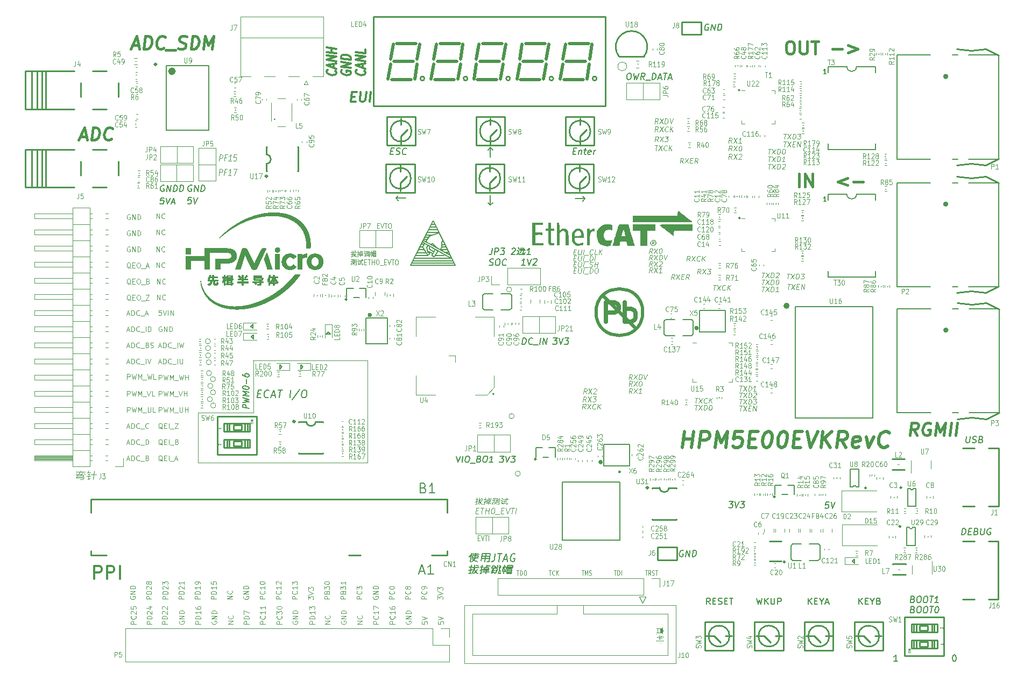
<source format=gbr>
G04 #@! TF.GenerationSoftware,KiCad,Pcbnew,7.0.9*
G04 #@! TF.CreationDate,2025-03-13T10:23:01+08:00*
G04 #@! TF.ProjectId,HPM5E00EVKRevC,48504d35-4530-4304-9556-4b526576432e,rev?*
G04 #@! TF.SameCoordinates,Original*
G04 #@! TF.FileFunction,Legend,Top*
G04 #@! TF.FilePolarity,Positive*
%FSLAX46Y46*%
G04 Gerber Fmt 4.6, Leading zero omitted, Abs format (unit mm)*
G04 Created by KiCad (PCBNEW 7.0.9) date 2025-03-13 10:23:01*
%MOMM*%
%LPD*%
G01*
G04 APERTURE LIST*
%ADD10C,0.152400*%
%ADD11C,0.100000*%
%ADD12C,0.200000*%
%ADD13C,0.150000*%
%ADD14C,0.101600*%
%ADD15C,0.180000*%
%ADD16C,0.400000*%
%ADD17C,0.125000*%
%ADD18C,0.300000*%
%ADD19C,0.120000*%
%ADD20C,0.500000*%
%ADD21C,0.127000*%
%ADD22C,0.635000*%
%ADD23C,0.203000*%
%ADD24C,0.089350*%
%ADD25C,0.010000*%
%ADD26C,0.254000*%
%ADD27C,0.050800*%
%ADD28C,0.508000*%
%ADD29C,0.152000*%
%ADD30C,0.203200*%
%ADD31C,0.201000*%
%ADD32C,0.250000*%
%ADD33C,0.008240*%
%ADD34C,0.102000*%
%ADD35C,0.600000*%
G04 APERTURE END LIST*
D10*
X179530000Y-82440000D02*
G75*
G03*
X179530000Y-82440000I-130000J0D01*
G01*
D11*
X94220000Y-113080000D02*
X95130000Y-113080000D01*
X120910000Y-104800000D02*
X120910000Y-120900000D01*
X94220000Y-120900000D02*
X94220000Y-113080000D01*
D10*
X179510000Y-62290000D02*
G75*
G03*
X179510000Y-62290000I-130000J0D01*
G01*
D11*
X102900000Y-104800000D02*
X120910000Y-104800000D01*
X102910000Y-113080000D02*
X102910000Y-104800000D01*
X120910000Y-120900000D02*
X94220000Y-120900000D01*
X95130000Y-113080000D02*
X102910000Y-113080000D01*
D12*
X215158720Y-116777219D02*
X215057530Y-117586742D01*
X215057530Y-117586742D02*
X215093244Y-117681980D01*
X215093244Y-117681980D02*
X215134911Y-117729600D01*
X215134911Y-117729600D02*
X215224197Y-117777219D01*
X215224197Y-117777219D02*
X215414673Y-117777219D01*
X215414673Y-117777219D02*
X215515863Y-117729600D01*
X215515863Y-117729600D02*
X215569435Y-117681980D01*
X215569435Y-117681980D02*
X215628958Y-117586742D01*
X215628958Y-117586742D02*
X215730149Y-116777219D01*
X216039673Y-117729600D02*
X216176577Y-117777219D01*
X216176577Y-117777219D02*
X216414673Y-117777219D01*
X216414673Y-117777219D02*
X216515863Y-117729600D01*
X216515863Y-117729600D02*
X216569435Y-117681980D01*
X216569435Y-117681980D02*
X216628958Y-117586742D01*
X216628958Y-117586742D02*
X216640863Y-117491504D01*
X216640863Y-117491504D02*
X216605149Y-117396266D01*
X216605149Y-117396266D02*
X216563482Y-117348647D01*
X216563482Y-117348647D02*
X216474197Y-117301028D01*
X216474197Y-117301028D02*
X216289673Y-117253409D01*
X216289673Y-117253409D02*
X216200387Y-117205790D01*
X216200387Y-117205790D02*
X216158720Y-117158171D01*
X216158720Y-117158171D02*
X216123006Y-117062933D01*
X216123006Y-117062933D02*
X216134911Y-116967695D01*
X216134911Y-116967695D02*
X216194435Y-116872457D01*
X216194435Y-116872457D02*
X216248006Y-116824838D01*
X216248006Y-116824838D02*
X216349197Y-116777219D01*
X216349197Y-116777219D02*
X216587292Y-116777219D01*
X216587292Y-116777219D02*
X216724197Y-116824838D01*
X217432530Y-117253409D02*
X217569435Y-117301028D01*
X217569435Y-117301028D02*
X217611101Y-117348647D01*
X217611101Y-117348647D02*
X217646816Y-117443885D01*
X217646816Y-117443885D02*
X217628958Y-117586742D01*
X217628958Y-117586742D02*
X217569435Y-117681980D01*
X217569435Y-117681980D02*
X217515863Y-117729600D01*
X217515863Y-117729600D02*
X217414673Y-117777219D01*
X217414673Y-117777219D02*
X217033720Y-117777219D01*
X217033720Y-117777219D02*
X217158720Y-116777219D01*
X217158720Y-116777219D02*
X217492054Y-116777219D01*
X217492054Y-116777219D02*
X217581339Y-116824838D01*
X217581339Y-116824838D02*
X217623006Y-116872457D01*
X217623006Y-116872457D02*
X217658720Y-116967695D01*
X217658720Y-116967695D02*
X217646816Y-117062933D01*
X217646816Y-117062933D02*
X217587292Y-117158171D01*
X217587292Y-117158171D02*
X217533720Y-117205790D01*
X217533720Y-117205790D02*
X217432530Y-117253409D01*
X217432530Y-117253409D02*
X217099197Y-117253409D01*
X198219673Y-143227219D02*
X198219673Y-142227219D01*
X198791101Y-143227219D02*
X198362530Y-142655790D01*
X198791101Y-142227219D02*
X198219673Y-142798647D01*
X199219673Y-142703409D02*
X199553006Y-142703409D01*
X199695863Y-143227219D02*
X199219673Y-143227219D01*
X199219673Y-143227219D02*
X199219673Y-142227219D01*
X199219673Y-142227219D02*
X199695863Y-142227219D01*
X200314911Y-142751028D02*
X200314911Y-143227219D01*
X199981578Y-142227219D02*
X200314911Y-142751028D01*
X200314911Y-142751028D02*
X200648244Y-142227219D01*
X201314911Y-142703409D02*
X201457768Y-142751028D01*
X201457768Y-142751028D02*
X201505387Y-142798647D01*
X201505387Y-142798647D02*
X201553006Y-142893885D01*
X201553006Y-142893885D02*
X201553006Y-143036742D01*
X201553006Y-143036742D02*
X201505387Y-143131980D01*
X201505387Y-143131980D02*
X201457768Y-143179600D01*
X201457768Y-143179600D02*
X201362530Y-143227219D01*
X201362530Y-143227219D02*
X200981578Y-143227219D01*
X200981578Y-143227219D02*
X200981578Y-142227219D01*
X200981578Y-142227219D02*
X201314911Y-142227219D01*
X201314911Y-142227219D02*
X201410149Y-142274838D01*
X201410149Y-142274838D02*
X201457768Y-142322457D01*
X201457768Y-142322457D02*
X201505387Y-142417695D01*
X201505387Y-142417695D02*
X201505387Y-142512933D01*
X201505387Y-142512933D02*
X201457768Y-142608171D01*
X201457768Y-142608171D02*
X201410149Y-142655790D01*
X201410149Y-142655790D02*
X201314911Y-142703409D01*
X201314911Y-142703409D02*
X200981578Y-142703409D01*
D11*
X88073065Y-107886895D02*
X88073065Y-107086895D01*
X88073065Y-107086895D02*
X88377827Y-107086895D01*
X88377827Y-107086895D02*
X88454017Y-107124990D01*
X88454017Y-107124990D02*
X88492112Y-107163085D01*
X88492112Y-107163085D02*
X88530208Y-107239276D01*
X88530208Y-107239276D02*
X88530208Y-107353561D01*
X88530208Y-107353561D02*
X88492112Y-107429752D01*
X88492112Y-107429752D02*
X88454017Y-107467847D01*
X88454017Y-107467847D02*
X88377827Y-107505942D01*
X88377827Y-107505942D02*
X88073065Y-107505942D01*
X88796874Y-107086895D02*
X88987350Y-107886895D01*
X88987350Y-107886895D02*
X89139731Y-107315466D01*
X89139731Y-107315466D02*
X89292112Y-107886895D01*
X89292112Y-107886895D02*
X89482589Y-107086895D01*
X89787351Y-107886895D02*
X89787351Y-107086895D01*
X89787351Y-107086895D02*
X90054017Y-107658323D01*
X90054017Y-107658323D02*
X90320684Y-107086895D01*
X90320684Y-107086895D02*
X90320684Y-107886895D01*
X90511161Y-107963085D02*
X91120684Y-107963085D01*
X91234970Y-107086895D02*
X91425446Y-107886895D01*
X91425446Y-107886895D02*
X91577827Y-107315466D01*
X91577827Y-107315466D02*
X91730208Y-107886895D01*
X91730208Y-107886895D02*
X91920685Y-107086895D01*
X92225447Y-107886895D02*
X92225447Y-107086895D01*
X92225447Y-107467847D02*
X92682590Y-107467847D01*
X92682590Y-107886895D02*
X92682590Y-107086895D01*
X186367217Y-69186895D02*
X186824360Y-69186895D01*
X186495789Y-69986895D02*
X186595789Y-69186895D01*
X187014836Y-69186895D02*
X187448170Y-69986895D01*
X187548170Y-69186895D02*
X186914836Y-69986895D01*
X187752932Y-69986895D02*
X187852932Y-69186895D01*
X187852932Y-69186895D02*
X188043408Y-69186895D01*
X188043408Y-69186895D02*
X188152932Y-69224990D01*
X188152932Y-69224990D02*
X188219598Y-69301180D01*
X188219598Y-69301180D02*
X188248170Y-69377371D01*
X188248170Y-69377371D02*
X188267218Y-69529752D01*
X188267218Y-69529752D02*
X188252932Y-69644038D01*
X188252932Y-69644038D02*
X188195789Y-69796419D01*
X188195789Y-69796419D02*
X188148170Y-69872609D01*
X188148170Y-69872609D02*
X188062456Y-69948800D01*
X188062456Y-69948800D02*
X187943408Y-69986895D01*
X187943408Y-69986895D02*
X187752932Y-69986895D01*
X188576741Y-69186895D02*
X189071979Y-69186895D01*
X189071979Y-69186895D02*
X188767218Y-69491657D01*
X188767218Y-69491657D02*
X188881503Y-69491657D01*
X188881503Y-69491657D02*
X188952932Y-69529752D01*
X188952932Y-69529752D02*
X188986265Y-69567847D01*
X188986265Y-69567847D02*
X189014837Y-69644038D01*
X189014837Y-69644038D02*
X188991027Y-69834514D01*
X188991027Y-69834514D02*
X188943408Y-69910704D01*
X188943408Y-69910704D02*
X188900551Y-69948800D01*
X188900551Y-69948800D02*
X188819598Y-69986895D01*
X188819598Y-69986895D02*
X188591027Y-69986895D01*
X188591027Y-69986895D02*
X188519598Y-69948800D01*
X188519598Y-69948800D02*
X188486265Y-69910704D01*
X165658646Y-89006895D02*
X165439598Y-88625942D01*
X165201503Y-89006895D02*
X165301503Y-88206895D01*
X165301503Y-88206895D02*
X165606265Y-88206895D01*
X165606265Y-88206895D02*
X165677693Y-88244990D01*
X165677693Y-88244990D02*
X165711027Y-88283085D01*
X165711027Y-88283085D02*
X165739598Y-88359276D01*
X165739598Y-88359276D02*
X165725312Y-88473561D01*
X165725312Y-88473561D02*
X165677693Y-88549752D01*
X165677693Y-88549752D02*
X165634836Y-88587847D01*
X165634836Y-88587847D02*
X165553884Y-88625942D01*
X165553884Y-88625942D02*
X165249122Y-88625942D01*
X166025312Y-88206895D02*
X166458646Y-89006895D01*
X166558646Y-88206895D02*
X165925312Y-89006895D01*
X166763408Y-89006895D02*
X166863408Y-88206895D01*
X166863408Y-88206895D02*
X167053884Y-88206895D01*
X167053884Y-88206895D02*
X167163408Y-88244990D01*
X167163408Y-88244990D02*
X167230074Y-88321180D01*
X167230074Y-88321180D02*
X167258646Y-88397371D01*
X167258646Y-88397371D02*
X167277694Y-88549752D01*
X167277694Y-88549752D02*
X167263408Y-88664038D01*
X167263408Y-88664038D02*
X167206265Y-88816419D01*
X167206265Y-88816419D02*
X167158646Y-88892609D01*
X167158646Y-88892609D02*
X167072932Y-88968800D01*
X167072932Y-88968800D02*
X166953884Y-89006895D01*
X166953884Y-89006895D02*
X166763408Y-89006895D01*
X167549122Y-88206895D02*
X167715789Y-89006895D01*
X167715789Y-89006895D02*
X168082455Y-88206895D01*
X155158646Y-112466895D02*
X154939598Y-112085942D01*
X154701503Y-112466895D02*
X154801503Y-111666895D01*
X154801503Y-111666895D02*
X155106265Y-111666895D01*
X155106265Y-111666895D02*
X155177693Y-111704990D01*
X155177693Y-111704990D02*
X155211027Y-111743085D01*
X155211027Y-111743085D02*
X155239598Y-111819276D01*
X155239598Y-111819276D02*
X155225312Y-111933561D01*
X155225312Y-111933561D02*
X155177693Y-112009752D01*
X155177693Y-112009752D02*
X155134836Y-112047847D01*
X155134836Y-112047847D02*
X155053884Y-112085942D01*
X155053884Y-112085942D02*
X154749122Y-112085942D01*
X155525312Y-111666895D02*
X155958646Y-112466895D01*
X156058646Y-111666895D02*
X155425312Y-112466895D01*
X156730074Y-112390704D02*
X156687217Y-112428800D01*
X156687217Y-112428800D02*
X156568170Y-112466895D01*
X156568170Y-112466895D02*
X156491979Y-112466895D01*
X156491979Y-112466895D02*
X156382455Y-112428800D01*
X156382455Y-112428800D02*
X156315789Y-112352609D01*
X156315789Y-112352609D02*
X156287217Y-112276419D01*
X156287217Y-112276419D02*
X156268170Y-112124038D01*
X156268170Y-112124038D02*
X156282455Y-112009752D01*
X156282455Y-112009752D02*
X156339598Y-111857371D01*
X156339598Y-111857371D02*
X156387217Y-111781180D01*
X156387217Y-111781180D02*
X156472932Y-111704990D01*
X156472932Y-111704990D02*
X156591979Y-111666895D01*
X156591979Y-111666895D02*
X156668170Y-111666895D01*
X156668170Y-111666895D02*
X156777694Y-111704990D01*
X156777694Y-111704990D02*
X156811027Y-111743085D01*
X157063408Y-112466895D02*
X157163408Y-111666895D01*
X157520551Y-112466895D02*
X157234836Y-112009752D01*
X157620551Y-111666895D02*
X157106265Y-112124038D01*
X83038169Y-105118323D02*
X83419122Y-105118323D01*
X82961979Y-105346895D02*
X83228646Y-104546895D01*
X83228646Y-104546895D02*
X83495312Y-105346895D01*
X83761979Y-105346895D02*
X83761979Y-104546895D01*
X83761979Y-104546895D02*
X83952455Y-104546895D01*
X83952455Y-104546895D02*
X84066741Y-104584990D01*
X84066741Y-104584990D02*
X84142931Y-104661180D01*
X84142931Y-104661180D02*
X84181026Y-104737371D01*
X84181026Y-104737371D02*
X84219122Y-104889752D01*
X84219122Y-104889752D02*
X84219122Y-105004038D01*
X84219122Y-105004038D02*
X84181026Y-105156419D01*
X84181026Y-105156419D02*
X84142931Y-105232609D01*
X84142931Y-105232609D02*
X84066741Y-105308800D01*
X84066741Y-105308800D02*
X83952455Y-105346895D01*
X83952455Y-105346895D02*
X83761979Y-105346895D01*
X85019122Y-105270704D02*
X84981026Y-105308800D01*
X84981026Y-105308800D02*
X84866741Y-105346895D01*
X84866741Y-105346895D02*
X84790550Y-105346895D01*
X84790550Y-105346895D02*
X84676264Y-105308800D01*
X84676264Y-105308800D02*
X84600074Y-105232609D01*
X84600074Y-105232609D02*
X84561979Y-105156419D01*
X84561979Y-105156419D02*
X84523883Y-105004038D01*
X84523883Y-105004038D02*
X84523883Y-104889752D01*
X84523883Y-104889752D02*
X84561979Y-104737371D01*
X84561979Y-104737371D02*
X84600074Y-104661180D01*
X84600074Y-104661180D02*
X84676264Y-104584990D01*
X84676264Y-104584990D02*
X84790550Y-104546895D01*
X84790550Y-104546895D02*
X84866741Y-104546895D01*
X84866741Y-104546895D02*
X84981026Y-104584990D01*
X84981026Y-104584990D02*
X85019122Y-104623085D01*
X85171503Y-105423085D02*
X85781026Y-105423085D01*
X85971503Y-105346895D02*
X85971503Y-104546895D01*
X86238169Y-104546895D02*
X86504836Y-105346895D01*
X86504836Y-105346895D02*
X86771502Y-104546895D01*
X173268646Y-91236895D02*
X173049598Y-90855942D01*
X172811503Y-91236895D02*
X172911503Y-90436895D01*
X172911503Y-90436895D02*
X173216265Y-90436895D01*
X173216265Y-90436895D02*
X173287693Y-90474990D01*
X173287693Y-90474990D02*
X173321027Y-90513085D01*
X173321027Y-90513085D02*
X173349598Y-90589276D01*
X173349598Y-90589276D02*
X173335312Y-90703561D01*
X173335312Y-90703561D02*
X173287693Y-90779752D01*
X173287693Y-90779752D02*
X173244836Y-90817847D01*
X173244836Y-90817847D02*
X173163884Y-90855942D01*
X173163884Y-90855942D02*
X172859122Y-90855942D01*
X173635312Y-90436895D02*
X174068646Y-91236895D01*
X174168646Y-90436895D02*
X173535312Y-91236895D01*
X174397217Y-90436895D02*
X174892455Y-90436895D01*
X174892455Y-90436895D02*
X174587694Y-90741657D01*
X174587694Y-90741657D02*
X174701979Y-90741657D01*
X174701979Y-90741657D02*
X174773408Y-90779752D01*
X174773408Y-90779752D02*
X174806741Y-90817847D01*
X174806741Y-90817847D02*
X174835313Y-90894038D01*
X174835313Y-90894038D02*
X174811503Y-91084514D01*
X174811503Y-91084514D02*
X174763884Y-91160704D01*
X174763884Y-91160704D02*
X174721027Y-91198800D01*
X174721027Y-91198800D02*
X174640074Y-91236895D01*
X174640074Y-91236895D02*
X174411503Y-91236895D01*
X174411503Y-91236895D02*
X174340074Y-91198800D01*
X174340074Y-91198800D02*
X174306741Y-91160704D01*
X107396895Y-146293734D02*
X106596895Y-146293734D01*
X106596895Y-146293734D02*
X106596895Y-145988972D01*
X106596895Y-145988972D02*
X106634990Y-145912782D01*
X106634990Y-145912782D02*
X106673085Y-145874687D01*
X106673085Y-145874687D02*
X106749276Y-145836591D01*
X106749276Y-145836591D02*
X106863561Y-145836591D01*
X106863561Y-145836591D02*
X106939752Y-145874687D01*
X106939752Y-145874687D02*
X106977847Y-145912782D01*
X106977847Y-145912782D02*
X107015942Y-145988972D01*
X107015942Y-145988972D02*
X107015942Y-146293734D01*
X107320704Y-145036591D02*
X107358800Y-145074687D01*
X107358800Y-145074687D02*
X107396895Y-145188972D01*
X107396895Y-145188972D02*
X107396895Y-145265163D01*
X107396895Y-145265163D02*
X107358800Y-145379449D01*
X107358800Y-145379449D02*
X107282609Y-145455639D01*
X107282609Y-145455639D02*
X107206419Y-145493734D01*
X107206419Y-145493734D02*
X107054038Y-145531830D01*
X107054038Y-145531830D02*
X106939752Y-145531830D01*
X106939752Y-145531830D02*
X106787371Y-145493734D01*
X106787371Y-145493734D02*
X106711180Y-145455639D01*
X106711180Y-145455639D02*
X106634990Y-145379449D01*
X106634990Y-145379449D02*
X106596895Y-145265163D01*
X106596895Y-145265163D02*
X106596895Y-145188972D01*
X106596895Y-145188972D02*
X106634990Y-145074687D01*
X106634990Y-145074687D02*
X106673085Y-145036591D01*
X106596895Y-144769925D02*
X106596895Y-144274687D01*
X106596895Y-144274687D02*
X106901657Y-144541353D01*
X106901657Y-144541353D02*
X106901657Y-144427068D01*
X106901657Y-144427068D02*
X106939752Y-144350877D01*
X106939752Y-144350877D02*
X106977847Y-144312782D01*
X106977847Y-144312782D02*
X107054038Y-144274687D01*
X107054038Y-144274687D02*
X107244514Y-144274687D01*
X107244514Y-144274687D02*
X107320704Y-144312782D01*
X107320704Y-144312782D02*
X107358800Y-144350877D01*
X107358800Y-144350877D02*
X107396895Y-144427068D01*
X107396895Y-144427068D02*
X107396895Y-144655639D01*
X107396895Y-144655639D02*
X107358800Y-144731830D01*
X107358800Y-144731830D02*
X107320704Y-144769925D01*
X106596895Y-143779448D02*
X106596895Y-143703258D01*
X106596895Y-143703258D02*
X106634990Y-143627067D01*
X106634990Y-143627067D02*
X106673085Y-143588972D01*
X106673085Y-143588972D02*
X106749276Y-143550877D01*
X106749276Y-143550877D02*
X106901657Y-143512782D01*
X106901657Y-143512782D02*
X107092133Y-143512782D01*
X107092133Y-143512782D02*
X107244514Y-143550877D01*
X107244514Y-143550877D02*
X107320704Y-143588972D01*
X107320704Y-143588972D02*
X107358800Y-143627067D01*
X107358800Y-143627067D02*
X107396895Y-143703258D01*
X107396895Y-143703258D02*
X107396895Y-143779448D01*
X107396895Y-143779448D02*
X107358800Y-143855639D01*
X107358800Y-143855639D02*
X107320704Y-143893734D01*
X107320704Y-143893734D02*
X107244514Y-143931829D01*
X107244514Y-143931829D02*
X107092133Y-143969925D01*
X107092133Y-143969925D02*
X106901657Y-143969925D01*
X106901657Y-143969925D02*
X106749276Y-143931829D01*
X106749276Y-143931829D02*
X106673085Y-143893734D01*
X106673085Y-143893734D02*
X106634990Y-143855639D01*
X106634990Y-143855639D02*
X106596895Y-143779448D01*
D12*
X190219673Y-143227219D02*
X190219673Y-142227219D01*
X190791101Y-143227219D02*
X190362530Y-142655790D01*
X190791101Y-142227219D02*
X190219673Y-142798647D01*
X191219673Y-142703409D02*
X191553006Y-142703409D01*
X191695863Y-143227219D02*
X191219673Y-143227219D01*
X191219673Y-143227219D02*
X191219673Y-142227219D01*
X191219673Y-142227219D02*
X191695863Y-142227219D01*
X192314911Y-142751028D02*
X192314911Y-143227219D01*
X191981578Y-142227219D02*
X192314911Y-142751028D01*
X192314911Y-142751028D02*
X192648244Y-142227219D01*
X192933959Y-142941504D02*
X193410149Y-142941504D01*
X192838721Y-143227219D02*
X193172054Y-142227219D01*
X193172054Y-142227219D02*
X193505387Y-143227219D01*
D11*
X178178646Y-73136895D02*
X177959598Y-72755942D01*
X177721503Y-73136895D02*
X177821503Y-72336895D01*
X177821503Y-72336895D02*
X178126265Y-72336895D01*
X178126265Y-72336895D02*
X178197693Y-72374990D01*
X178197693Y-72374990D02*
X178231027Y-72413085D01*
X178231027Y-72413085D02*
X178259598Y-72489276D01*
X178259598Y-72489276D02*
X178245312Y-72603561D01*
X178245312Y-72603561D02*
X178197693Y-72679752D01*
X178197693Y-72679752D02*
X178154836Y-72717847D01*
X178154836Y-72717847D02*
X178073884Y-72755942D01*
X178073884Y-72755942D02*
X177769122Y-72755942D01*
X178545312Y-72336895D02*
X178978646Y-73136895D01*
X179078646Y-72336895D02*
X178445312Y-73136895D01*
X179335789Y-72413085D02*
X179378646Y-72374990D01*
X179378646Y-72374990D02*
X179459598Y-72336895D01*
X179459598Y-72336895D02*
X179650074Y-72336895D01*
X179650074Y-72336895D02*
X179721503Y-72374990D01*
X179721503Y-72374990D02*
X179754836Y-72413085D01*
X179754836Y-72413085D02*
X179783408Y-72489276D01*
X179783408Y-72489276D02*
X179773884Y-72565466D01*
X179773884Y-72565466D02*
X179721503Y-72679752D01*
X179721503Y-72679752D02*
X179207217Y-73136895D01*
X179207217Y-73136895D02*
X179702455Y-73136895D01*
X101411978Y-141957487D02*
X101373883Y-142033677D01*
X101373883Y-142033677D02*
X101373883Y-142147963D01*
X101373883Y-142147963D02*
X101411978Y-142262249D01*
X101411978Y-142262249D02*
X101488168Y-142338439D01*
X101488168Y-142338439D02*
X101564359Y-142376534D01*
X101564359Y-142376534D02*
X101716740Y-142414630D01*
X101716740Y-142414630D02*
X101831026Y-142414630D01*
X101831026Y-142414630D02*
X101983407Y-142376534D01*
X101983407Y-142376534D02*
X102059597Y-142338439D01*
X102059597Y-142338439D02*
X102135788Y-142262249D01*
X102135788Y-142262249D02*
X102173883Y-142147963D01*
X102173883Y-142147963D02*
X102173883Y-142071772D01*
X102173883Y-142071772D02*
X102135788Y-141957487D01*
X102135788Y-141957487D02*
X102097692Y-141919391D01*
X102097692Y-141919391D02*
X101831026Y-141919391D01*
X101831026Y-141919391D02*
X101831026Y-142071772D01*
X102173883Y-141576534D02*
X101373883Y-141576534D01*
X101373883Y-141576534D02*
X102173883Y-141119391D01*
X102173883Y-141119391D02*
X101373883Y-141119391D01*
X102173883Y-140738439D02*
X101373883Y-140738439D01*
X101373883Y-140738439D02*
X101373883Y-140547963D01*
X101373883Y-140547963D02*
X101411978Y-140433677D01*
X101411978Y-140433677D02*
X101488168Y-140357487D01*
X101488168Y-140357487D02*
X101564359Y-140319392D01*
X101564359Y-140319392D02*
X101716740Y-140281296D01*
X101716740Y-140281296D02*
X101831026Y-140281296D01*
X101831026Y-140281296D02*
X101983407Y-140319392D01*
X101983407Y-140319392D02*
X102059597Y-140357487D01*
X102059597Y-140357487D02*
X102135788Y-140433677D01*
X102135788Y-140433677D02*
X102173883Y-140547963D01*
X102173883Y-140547963D02*
X102173883Y-140738439D01*
X88606398Y-120663085D02*
X88530208Y-120624990D01*
X88530208Y-120624990D02*
X88454017Y-120548800D01*
X88454017Y-120548800D02*
X88339731Y-120434514D01*
X88339731Y-120434514D02*
X88263541Y-120396419D01*
X88263541Y-120396419D02*
X88187350Y-120396419D01*
X88225446Y-120586895D02*
X88149255Y-120548800D01*
X88149255Y-120548800D02*
X88073065Y-120472609D01*
X88073065Y-120472609D02*
X88034969Y-120320228D01*
X88034969Y-120320228D02*
X88034969Y-120053561D01*
X88034969Y-120053561D02*
X88073065Y-119901180D01*
X88073065Y-119901180D02*
X88149255Y-119824990D01*
X88149255Y-119824990D02*
X88225446Y-119786895D01*
X88225446Y-119786895D02*
X88377827Y-119786895D01*
X88377827Y-119786895D02*
X88454017Y-119824990D01*
X88454017Y-119824990D02*
X88530208Y-119901180D01*
X88530208Y-119901180D02*
X88568303Y-120053561D01*
X88568303Y-120053561D02*
X88568303Y-120320228D01*
X88568303Y-120320228D02*
X88530208Y-120472609D01*
X88530208Y-120472609D02*
X88454017Y-120548800D01*
X88454017Y-120548800D02*
X88377827Y-120586895D01*
X88377827Y-120586895D02*
X88225446Y-120586895D01*
X88911160Y-120167847D02*
X89177826Y-120167847D01*
X89292112Y-120586895D02*
X88911160Y-120586895D01*
X88911160Y-120586895D02*
X88911160Y-119786895D01*
X88911160Y-119786895D02*
X89292112Y-119786895D01*
X89634970Y-120586895D02*
X89634970Y-119786895D01*
X89825446Y-120663085D02*
X90434969Y-120663085D01*
X90587350Y-120358323D02*
X90968303Y-120358323D01*
X90511160Y-120586895D02*
X90777827Y-119786895D01*
X90777827Y-119786895D02*
X91044493Y-120586895D01*
X155328646Y-110071895D02*
X155109598Y-109690942D01*
X154871503Y-110071895D02*
X154971503Y-109271895D01*
X154971503Y-109271895D02*
X155276265Y-109271895D01*
X155276265Y-109271895D02*
X155347693Y-109309990D01*
X155347693Y-109309990D02*
X155381027Y-109348085D01*
X155381027Y-109348085D02*
X155409598Y-109424276D01*
X155409598Y-109424276D02*
X155395312Y-109538561D01*
X155395312Y-109538561D02*
X155347693Y-109614752D01*
X155347693Y-109614752D02*
X155304836Y-109652847D01*
X155304836Y-109652847D02*
X155223884Y-109690942D01*
X155223884Y-109690942D02*
X154919122Y-109690942D01*
X155695312Y-109271895D02*
X156128646Y-110071895D01*
X156228646Y-109271895D02*
X155595312Y-110071895D01*
X156485789Y-109348085D02*
X156528646Y-109309990D01*
X156528646Y-109309990D02*
X156609598Y-109271895D01*
X156609598Y-109271895D02*
X156800074Y-109271895D01*
X156800074Y-109271895D02*
X156871503Y-109309990D01*
X156871503Y-109309990D02*
X156904836Y-109348085D01*
X156904836Y-109348085D02*
X156933408Y-109424276D01*
X156933408Y-109424276D02*
X156923884Y-109500466D01*
X156923884Y-109500466D02*
X156871503Y-109614752D01*
X156871503Y-109614752D02*
X156357217Y-110071895D01*
X156357217Y-110071895D02*
X156852455Y-110071895D01*
D12*
X140504435Y-87177219D02*
X140415149Y-87891504D01*
X140415149Y-87891504D02*
X140349673Y-88034361D01*
X140349673Y-88034361D02*
X140242530Y-88129600D01*
X140242530Y-88129600D02*
X140093720Y-88177219D01*
X140093720Y-88177219D02*
X139998482Y-88177219D01*
X140855625Y-88177219D02*
X140980625Y-87177219D01*
X140980625Y-87177219D02*
X141361578Y-87177219D01*
X141361578Y-87177219D02*
X141450863Y-87224838D01*
X141450863Y-87224838D02*
X141492530Y-87272457D01*
X141492530Y-87272457D02*
X141528244Y-87367695D01*
X141528244Y-87367695D02*
X141510387Y-87510552D01*
X141510387Y-87510552D02*
X141450863Y-87605790D01*
X141450863Y-87605790D02*
X141397292Y-87653409D01*
X141397292Y-87653409D02*
X141296102Y-87701028D01*
X141296102Y-87701028D02*
X140915149Y-87701028D01*
X141885387Y-87177219D02*
X142504435Y-87177219D01*
X142504435Y-87177219D02*
X142123483Y-87558171D01*
X142123483Y-87558171D02*
X142266340Y-87558171D01*
X142266340Y-87558171D02*
X142355625Y-87605790D01*
X142355625Y-87605790D02*
X142397292Y-87653409D01*
X142397292Y-87653409D02*
X142433006Y-87748647D01*
X142433006Y-87748647D02*
X142403244Y-87986742D01*
X142403244Y-87986742D02*
X142343721Y-88081980D01*
X142343721Y-88081980D02*
X142290149Y-88129600D01*
X142290149Y-88129600D02*
X142188959Y-88177219D01*
X142188959Y-88177219D02*
X141903244Y-88177219D01*
X141903244Y-88177219D02*
X141813959Y-88129600D01*
X141813959Y-88129600D02*
X141772292Y-88081980D01*
X143635388Y-87272457D02*
X143688959Y-87224838D01*
X143688959Y-87224838D02*
X143790149Y-87177219D01*
X143790149Y-87177219D02*
X144028245Y-87177219D01*
X144028245Y-87177219D02*
X144117530Y-87224838D01*
X144117530Y-87224838D02*
X144159197Y-87272457D01*
X144159197Y-87272457D02*
X144194911Y-87367695D01*
X144194911Y-87367695D02*
X144183007Y-87462933D01*
X144183007Y-87462933D02*
X144117530Y-87605790D01*
X144117530Y-87605790D02*
X143474673Y-88177219D01*
X143474673Y-88177219D02*
X144093721Y-88177219D01*
X145016340Y-87272457D02*
X145635388Y-87272457D01*
X144843721Y-87510552D02*
X145700864Y-87510552D01*
X145308007Y-87986742D02*
X145593721Y-87986742D01*
X144808007Y-88177219D02*
X145617530Y-88177219D01*
X145331816Y-87034361D02*
X145272292Y-87510552D01*
X145415150Y-87510552D02*
X145355626Y-87986742D01*
X145665150Y-87796266D02*
X145593721Y-87986742D01*
X144563959Y-87081980D02*
X144730626Y-87272457D01*
X144456816Y-87558171D02*
X144647292Y-87558171D01*
X144647292Y-87558171D02*
X144587769Y-88034361D01*
X144587769Y-88034361D02*
X144385388Y-88129600D01*
X145046102Y-87796266D02*
X144837769Y-87939123D01*
X145087769Y-87081980D02*
X144909197Y-87367695D01*
X145129435Y-87510552D02*
X144992530Y-87843885D01*
X144587769Y-88034361D02*
X144813959Y-88129600D01*
X144813959Y-88129600D02*
X145093721Y-88177219D01*
X146522292Y-88177219D02*
X145950863Y-88177219D01*
X146236578Y-88177219D02*
X146361578Y-87177219D01*
X146361578Y-87177219D02*
X146248482Y-87320076D01*
X146248482Y-87320076D02*
X146141340Y-87415314D01*
X146141340Y-87415314D02*
X146040149Y-87462933D01*
D11*
X88492112Y-99504990D02*
X88415922Y-99466895D01*
X88415922Y-99466895D02*
X88301636Y-99466895D01*
X88301636Y-99466895D02*
X88187350Y-99504990D01*
X88187350Y-99504990D02*
X88111160Y-99581180D01*
X88111160Y-99581180D02*
X88073065Y-99657371D01*
X88073065Y-99657371D02*
X88034969Y-99809752D01*
X88034969Y-99809752D02*
X88034969Y-99924038D01*
X88034969Y-99924038D02*
X88073065Y-100076419D01*
X88073065Y-100076419D02*
X88111160Y-100152609D01*
X88111160Y-100152609D02*
X88187350Y-100228800D01*
X88187350Y-100228800D02*
X88301636Y-100266895D01*
X88301636Y-100266895D02*
X88377827Y-100266895D01*
X88377827Y-100266895D02*
X88492112Y-100228800D01*
X88492112Y-100228800D02*
X88530208Y-100190704D01*
X88530208Y-100190704D02*
X88530208Y-99924038D01*
X88530208Y-99924038D02*
X88377827Y-99924038D01*
X88873065Y-100266895D02*
X88873065Y-99466895D01*
X88873065Y-99466895D02*
X89330208Y-100266895D01*
X89330208Y-100266895D02*
X89330208Y-99466895D01*
X89711160Y-100266895D02*
X89711160Y-99466895D01*
X89711160Y-99466895D02*
X89901636Y-99466895D01*
X89901636Y-99466895D02*
X90015922Y-99504990D01*
X90015922Y-99504990D02*
X90092112Y-99581180D01*
X90092112Y-99581180D02*
X90130207Y-99657371D01*
X90130207Y-99657371D02*
X90168303Y-99809752D01*
X90168303Y-99809752D02*
X90168303Y-99924038D01*
X90168303Y-99924038D02*
X90130207Y-100076419D01*
X90130207Y-100076419D02*
X90092112Y-100152609D01*
X90092112Y-100152609D02*
X90015922Y-100228800D01*
X90015922Y-100228800D02*
X89901636Y-100266895D01*
X89901636Y-100266895D02*
X89711160Y-100266895D01*
X107267251Y-142376534D02*
X106467251Y-142376534D01*
X106467251Y-142376534D02*
X106467251Y-142071772D01*
X106467251Y-142071772D02*
X106505346Y-141995582D01*
X106505346Y-141995582D02*
X106543441Y-141957487D01*
X106543441Y-141957487D02*
X106619632Y-141919391D01*
X106619632Y-141919391D02*
X106733917Y-141919391D01*
X106733917Y-141919391D02*
X106810108Y-141957487D01*
X106810108Y-141957487D02*
X106848203Y-141995582D01*
X106848203Y-141995582D02*
X106886298Y-142071772D01*
X106886298Y-142071772D02*
X106886298Y-142376534D01*
X107191060Y-141119391D02*
X107229156Y-141157487D01*
X107229156Y-141157487D02*
X107267251Y-141271772D01*
X107267251Y-141271772D02*
X107267251Y-141347963D01*
X107267251Y-141347963D02*
X107229156Y-141462249D01*
X107229156Y-141462249D02*
X107152965Y-141538439D01*
X107152965Y-141538439D02*
X107076775Y-141576534D01*
X107076775Y-141576534D02*
X106924394Y-141614630D01*
X106924394Y-141614630D02*
X106810108Y-141614630D01*
X106810108Y-141614630D02*
X106657727Y-141576534D01*
X106657727Y-141576534D02*
X106581536Y-141538439D01*
X106581536Y-141538439D02*
X106505346Y-141462249D01*
X106505346Y-141462249D02*
X106467251Y-141347963D01*
X106467251Y-141347963D02*
X106467251Y-141271772D01*
X106467251Y-141271772D02*
X106505346Y-141157487D01*
X106505346Y-141157487D02*
X106543441Y-141119391D01*
X107267251Y-140357487D02*
X107267251Y-140814630D01*
X107267251Y-140586058D02*
X106467251Y-140586058D01*
X106467251Y-140586058D02*
X106581536Y-140662249D01*
X106581536Y-140662249D02*
X106657727Y-140738439D01*
X106657727Y-140738439D02*
X106695822Y-140814630D01*
X106543441Y-140052725D02*
X106505346Y-140014629D01*
X106505346Y-140014629D02*
X106467251Y-139938439D01*
X106467251Y-139938439D02*
X106467251Y-139747963D01*
X106467251Y-139747963D02*
X106505346Y-139671772D01*
X106505346Y-139671772D02*
X106543441Y-139633677D01*
X106543441Y-139633677D02*
X106619632Y-139595582D01*
X106619632Y-139595582D02*
X106695822Y-139595582D01*
X106695822Y-139595582D02*
X106810108Y-139633677D01*
X106810108Y-139633677D02*
X107267251Y-140090820D01*
X107267251Y-140090820D02*
X107267251Y-139595582D01*
X127640723Y-142376534D02*
X126840723Y-142376534D01*
X126840723Y-142376534D02*
X126840723Y-142071772D01*
X126840723Y-142071772D02*
X126878818Y-141995582D01*
X126878818Y-141995582D02*
X126916913Y-141957487D01*
X126916913Y-141957487D02*
X126993104Y-141919391D01*
X126993104Y-141919391D02*
X127107389Y-141919391D01*
X127107389Y-141919391D02*
X127183580Y-141957487D01*
X127183580Y-141957487D02*
X127221675Y-141995582D01*
X127221675Y-141995582D02*
X127259770Y-142071772D01*
X127259770Y-142071772D02*
X127259770Y-142376534D01*
X127564532Y-141119391D02*
X127602628Y-141157487D01*
X127602628Y-141157487D02*
X127640723Y-141271772D01*
X127640723Y-141271772D02*
X127640723Y-141347963D01*
X127640723Y-141347963D02*
X127602628Y-141462249D01*
X127602628Y-141462249D02*
X127526437Y-141538439D01*
X127526437Y-141538439D02*
X127450247Y-141576534D01*
X127450247Y-141576534D02*
X127297866Y-141614630D01*
X127297866Y-141614630D02*
X127183580Y-141614630D01*
X127183580Y-141614630D02*
X127031199Y-141576534D01*
X127031199Y-141576534D02*
X126955008Y-141538439D01*
X126955008Y-141538439D02*
X126878818Y-141462249D01*
X126878818Y-141462249D02*
X126840723Y-141347963D01*
X126840723Y-141347963D02*
X126840723Y-141271772D01*
X126840723Y-141271772D02*
X126878818Y-141157487D01*
X126878818Y-141157487D02*
X126916913Y-141119391D01*
X127183580Y-140662249D02*
X127145485Y-140738439D01*
X127145485Y-140738439D02*
X127107389Y-140776534D01*
X127107389Y-140776534D02*
X127031199Y-140814630D01*
X127031199Y-140814630D02*
X126993104Y-140814630D01*
X126993104Y-140814630D02*
X126916913Y-140776534D01*
X126916913Y-140776534D02*
X126878818Y-140738439D01*
X126878818Y-140738439D02*
X126840723Y-140662249D01*
X126840723Y-140662249D02*
X126840723Y-140509868D01*
X126840723Y-140509868D02*
X126878818Y-140433677D01*
X126878818Y-140433677D02*
X126916913Y-140395582D01*
X126916913Y-140395582D02*
X126993104Y-140357487D01*
X126993104Y-140357487D02*
X127031199Y-140357487D01*
X127031199Y-140357487D02*
X127107389Y-140395582D01*
X127107389Y-140395582D02*
X127145485Y-140433677D01*
X127145485Y-140433677D02*
X127183580Y-140509868D01*
X127183580Y-140509868D02*
X127183580Y-140662249D01*
X127183580Y-140662249D02*
X127221675Y-140738439D01*
X127221675Y-140738439D02*
X127259770Y-140776534D01*
X127259770Y-140776534D02*
X127335961Y-140814630D01*
X127335961Y-140814630D02*
X127488342Y-140814630D01*
X127488342Y-140814630D02*
X127564532Y-140776534D01*
X127564532Y-140776534D02*
X127602628Y-140738439D01*
X127602628Y-140738439D02*
X127640723Y-140662249D01*
X127640723Y-140662249D02*
X127640723Y-140509868D01*
X127640723Y-140509868D02*
X127602628Y-140433677D01*
X127602628Y-140433677D02*
X127564532Y-140395582D01*
X127564532Y-140395582D02*
X127488342Y-140357487D01*
X127488342Y-140357487D02*
X127335961Y-140357487D01*
X127335961Y-140357487D02*
X127259770Y-140395582D01*
X127259770Y-140395582D02*
X127221675Y-140433677D01*
X127221675Y-140433677D02*
X127183580Y-140509868D01*
X183937217Y-71556895D02*
X184394360Y-71556895D01*
X184065789Y-72356895D02*
X184165789Y-71556895D01*
X184584836Y-71556895D02*
X185018170Y-72356895D01*
X185118170Y-71556895D02*
X184484836Y-72356895D01*
X185322932Y-72356895D02*
X185422932Y-71556895D01*
X185422932Y-71556895D02*
X185613408Y-71556895D01*
X185613408Y-71556895D02*
X185722932Y-71594990D01*
X185722932Y-71594990D02*
X185789598Y-71671180D01*
X185789598Y-71671180D02*
X185818170Y-71747371D01*
X185818170Y-71747371D02*
X185837218Y-71899752D01*
X185837218Y-71899752D02*
X185822932Y-72014038D01*
X185822932Y-72014038D02*
X185765789Y-72166419D01*
X185765789Y-72166419D02*
X185718170Y-72242609D01*
X185718170Y-72242609D02*
X185632456Y-72318800D01*
X185632456Y-72318800D02*
X185513408Y-72356895D01*
X185513408Y-72356895D02*
X185322932Y-72356895D01*
X186375313Y-71556895D02*
X186451503Y-71556895D01*
X186451503Y-71556895D02*
X186522932Y-71594990D01*
X186522932Y-71594990D02*
X186556265Y-71633085D01*
X186556265Y-71633085D02*
X186584837Y-71709276D01*
X186584837Y-71709276D02*
X186603884Y-71861657D01*
X186603884Y-71861657D02*
X186580075Y-72052133D01*
X186580075Y-72052133D02*
X186522932Y-72204514D01*
X186522932Y-72204514D02*
X186475313Y-72280704D01*
X186475313Y-72280704D02*
X186432456Y-72318800D01*
X186432456Y-72318800D02*
X186351503Y-72356895D01*
X186351503Y-72356895D02*
X186275313Y-72356895D01*
X186275313Y-72356895D02*
X186203884Y-72318800D01*
X186203884Y-72318800D02*
X186170551Y-72280704D01*
X186170551Y-72280704D02*
X186141979Y-72204514D01*
X186141979Y-72204514D02*
X186122932Y-72052133D01*
X186122932Y-72052133D02*
X186146741Y-71861657D01*
X186146741Y-71861657D02*
X186203884Y-71709276D01*
X186203884Y-71709276D02*
X186251503Y-71633085D01*
X186251503Y-71633085D02*
X186294360Y-71594990D01*
X186294360Y-71594990D02*
X186375313Y-71556895D01*
X153333884Y-90677847D02*
X153600550Y-90677847D01*
X153662455Y-91096895D02*
X153281503Y-91096895D01*
X153281503Y-91096895D02*
X153381503Y-90296895D01*
X153381503Y-90296895D02*
X153762455Y-90296895D01*
X154105313Y-90296895D02*
X154024360Y-90944514D01*
X154024360Y-90944514D02*
X154052932Y-91020704D01*
X154052932Y-91020704D02*
X154086265Y-91058800D01*
X154086265Y-91058800D02*
X154157694Y-91096895D01*
X154157694Y-91096895D02*
X154310075Y-91096895D01*
X154310075Y-91096895D02*
X154391027Y-91058800D01*
X154391027Y-91058800D02*
X154433884Y-91020704D01*
X154433884Y-91020704D02*
X154481503Y-90944514D01*
X154481503Y-90944514D02*
X154562456Y-90296895D01*
X154843408Y-91096895D02*
X154943408Y-90296895D01*
X155024360Y-91173085D02*
X155633884Y-91173085D01*
X155833884Y-91096895D02*
X155933884Y-90296895D01*
X155933884Y-90296895D02*
X156124360Y-90296895D01*
X156124360Y-90296895D02*
X156233884Y-90334990D01*
X156233884Y-90334990D02*
X156300550Y-90411180D01*
X156300550Y-90411180D02*
X156329122Y-90487371D01*
X156329122Y-90487371D02*
X156348170Y-90639752D01*
X156348170Y-90639752D02*
X156333884Y-90754038D01*
X156333884Y-90754038D02*
X156276741Y-90906419D01*
X156276741Y-90906419D02*
X156229122Y-90982609D01*
X156229122Y-90982609D02*
X156143408Y-91058800D01*
X156143408Y-91058800D02*
X156024360Y-91096895D01*
X156024360Y-91096895D02*
X155833884Y-91096895D01*
X156886265Y-90296895D02*
X157038646Y-90296895D01*
X157038646Y-90296895D02*
X157110074Y-90334990D01*
X157110074Y-90334990D02*
X157176741Y-90411180D01*
X157176741Y-90411180D02*
X157195789Y-90563561D01*
X157195789Y-90563561D02*
X157162455Y-90830228D01*
X157162455Y-90830228D02*
X157105312Y-90982609D01*
X157105312Y-90982609D02*
X157019598Y-91058800D01*
X157019598Y-91058800D02*
X156938646Y-91096895D01*
X156938646Y-91096895D02*
X156786265Y-91096895D01*
X156786265Y-91096895D02*
X156714836Y-91058800D01*
X156714836Y-91058800D02*
X156648170Y-90982609D01*
X156648170Y-90982609D02*
X156629122Y-90830228D01*
X156629122Y-90830228D02*
X156662455Y-90563561D01*
X156662455Y-90563561D02*
X156719598Y-90411180D01*
X156719598Y-90411180D02*
X156805312Y-90334990D01*
X156805312Y-90334990D02*
X156886265Y-90296895D01*
X83609598Y-95413085D02*
X83533408Y-95374990D01*
X83533408Y-95374990D02*
X83457217Y-95298800D01*
X83457217Y-95298800D02*
X83342931Y-95184514D01*
X83342931Y-95184514D02*
X83266741Y-95146419D01*
X83266741Y-95146419D02*
X83190550Y-95146419D01*
X83228646Y-95336895D02*
X83152455Y-95298800D01*
X83152455Y-95298800D02*
X83076265Y-95222609D01*
X83076265Y-95222609D02*
X83038169Y-95070228D01*
X83038169Y-95070228D02*
X83038169Y-94803561D01*
X83038169Y-94803561D02*
X83076265Y-94651180D01*
X83076265Y-94651180D02*
X83152455Y-94574990D01*
X83152455Y-94574990D02*
X83228646Y-94536895D01*
X83228646Y-94536895D02*
X83381027Y-94536895D01*
X83381027Y-94536895D02*
X83457217Y-94574990D01*
X83457217Y-94574990D02*
X83533408Y-94651180D01*
X83533408Y-94651180D02*
X83571503Y-94803561D01*
X83571503Y-94803561D02*
X83571503Y-95070228D01*
X83571503Y-95070228D02*
X83533408Y-95222609D01*
X83533408Y-95222609D02*
X83457217Y-95298800D01*
X83457217Y-95298800D02*
X83381027Y-95336895D01*
X83381027Y-95336895D02*
X83228646Y-95336895D01*
X83914360Y-94917847D02*
X84181026Y-94917847D01*
X84295312Y-95336895D02*
X83914360Y-95336895D01*
X83914360Y-95336895D02*
X83914360Y-94536895D01*
X83914360Y-94536895D02*
X84295312Y-94536895D01*
X84790551Y-94536895D02*
X84942932Y-94536895D01*
X84942932Y-94536895D02*
X85019122Y-94574990D01*
X85019122Y-94574990D02*
X85095313Y-94651180D01*
X85095313Y-94651180D02*
X85133408Y-94803561D01*
X85133408Y-94803561D02*
X85133408Y-95070228D01*
X85133408Y-95070228D02*
X85095313Y-95222609D01*
X85095313Y-95222609D02*
X85019122Y-95298800D01*
X85019122Y-95298800D02*
X84942932Y-95336895D01*
X84942932Y-95336895D02*
X84790551Y-95336895D01*
X84790551Y-95336895D02*
X84714360Y-95298800D01*
X84714360Y-95298800D02*
X84638170Y-95222609D01*
X84638170Y-95222609D02*
X84600074Y-95070228D01*
X84600074Y-95070228D02*
X84600074Y-94803561D01*
X84600074Y-94803561D02*
X84638170Y-94651180D01*
X84638170Y-94651180D02*
X84714360Y-94574990D01*
X84714360Y-94574990D02*
X84790551Y-94536895D01*
X85285789Y-95413085D02*
X85895312Y-95413085D01*
X86009598Y-94536895D02*
X86542932Y-94536895D01*
X86542932Y-94536895D02*
X86009598Y-95336895D01*
X86009598Y-95336895D02*
X86542932Y-95336895D01*
D13*
X170593684Y-134757438D02*
X170504398Y-134709819D01*
X170504398Y-134709819D02*
X170361541Y-134709819D01*
X170361541Y-134709819D02*
X170212731Y-134757438D01*
X170212731Y-134757438D02*
X170105588Y-134852676D01*
X170105588Y-134852676D02*
X170046064Y-134947914D01*
X170046064Y-134947914D02*
X169974636Y-135138390D01*
X169974636Y-135138390D02*
X169956779Y-135281247D01*
X169956779Y-135281247D02*
X169980588Y-135471723D01*
X169980588Y-135471723D02*
X170016303Y-135566961D01*
X170016303Y-135566961D02*
X170099636Y-135662200D01*
X170099636Y-135662200D02*
X170236541Y-135709819D01*
X170236541Y-135709819D02*
X170331779Y-135709819D01*
X170331779Y-135709819D02*
X170480588Y-135662200D01*
X170480588Y-135662200D02*
X170534160Y-135614580D01*
X170534160Y-135614580D02*
X170575826Y-135281247D01*
X170575826Y-135281247D02*
X170385350Y-135281247D01*
X170950826Y-135709819D02*
X171075826Y-134709819D01*
X171075826Y-134709819D02*
X171522255Y-135709819D01*
X171522255Y-135709819D02*
X171647255Y-134709819D01*
X171998445Y-135709819D02*
X172123445Y-134709819D01*
X172123445Y-134709819D02*
X172361541Y-134709819D01*
X172361541Y-134709819D02*
X172498445Y-134757438D01*
X172498445Y-134757438D02*
X172581779Y-134852676D01*
X172581779Y-134852676D02*
X172617493Y-134947914D01*
X172617493Y-134947914D02*
X172641303Y-135138390D01*
X172641303Y-135138390D02*
X172623445Y-135281247D01*
X172623445Y-135281247D02*
X172552017Y-135471723D01*
X172552017Y-135471723D02*
X172492493Y-135566961D01*
X172492493Y-135566961D02*
X172385350Y-135662200D01*
X172385350Y-135662200D02*
X172236541Y-135709819D01*
X172236541Y-135709819D02*
X171998445Y-135709819D01*
D11*
X125094039Y-142376534D02*
X124294039Y-142376534D01*
X124294039Y-142376534D02*
X124294039Y-142071772D01*
X124294039Y-142071772D02*
X124332134Y-141995582D01*
X124332134Y-141995582D02*
X124370229Y-141957487D01*
X124370229Y-141957487D02*
X124446420Y-141919391D01*
X124446420Y-141919391D02*
X124560705Y-141919391D01*
X124560705Y-141919391D02*
X124636896Y-141957487D01*
X124636896Y-141957487D02*
X124674991Y-141995582D01*
X124674991Y-141995582D02*
X124713086Y-142071772D01*
X124713086Y-142071772D02*
X124713086Y-142376534D01*
X125017848Y-141119391D02*
X125055944Y-141157487D01*
X125055944Y-141157487D02*
X125094039Y-141271772D01*
X125094039Y-141271772D02*
X125094039Y-141347963D01*
X125094039Y-141347963D02*
X125055944Y-141462249D01*
X125055944Y-141462249D02*
X124979753Y-141538439D01*
X124979753Y-141538439D02*
X124903563Y-141576534D01*
X124903563Y-141576534D02*
X124751182Y-141614630D01*
X124751182Y-141614630D02*
X124636896Y-141614630D01*
X124636896Y-141614630D02*
X124484515Y-141576534D01*
X124484515Y-141576534D02*
X124408324Y-141538439D01*
X124408324Y-141538439D02*
X124332134Y-141462249D01*
X124332134Y-141462249D02*
X124294039Y-141347963D01*
X124294039Y-141347963D02*
X124294039Y-141271772D01*
X124294039Y-141271772D02*
X124332134Y-141157487D01*
X124332134Y-141157487D02*
X124370229Y-141119391D01*
X124294039Y-140624153D02*
X124294039Y-140547963D01*
X124294039Y-140547963D02*
X124332134Y-140471772D01*
X124332134Y-140471772D02*
X124370229Y-140433677D01*
X124370229Y-140433677D02*
X124446420Y-140395582D01*
X124446420Y-140395582D02*
X124598801Y-140357487D01*
X124598801Y-140357487D02*
X124789277Y-140357487D01*
X124789277Y-140357487D02*
X124941658Y-140395582D01*
X124941658Y-140395582D02*
X125017848Y-140433677D01*
X125017848Y-140433677D02*
X125055944Y-140471772D01*
X125055944Y-140471772D02*
X125094039Y-140547963D01*
X125094039Y-140547963D02*
X125094039Y-140624153D01*
X125094039Y-140624153D02*
X125055944Y-140700344D01*
X125055944Y-140700344D02*
X125017848Y-140738439D01*
X125017848Y-140738439D02*
X124941658Y-140776534D01*
X124941658Y-140776534D02*
X124789277Y-140814630D01*
X124789277Y-140814630D02*
X124598801Y-140814630D01*
X124598801Y-140814630D02*
X124446420Y-140776534D01*
X124446420Y-140776534D02*
X124370229Y-140738439D01*
X124370229Y-140738439D02*
X124332134Y-140700344D01*
X124332134Y-140700344D02*
X124294039Y-140624153D01*
D14*
X144373984Y-137892930D02*
X144716842Y-137892930D01*
X144545413Y-138642930D02*
X144545413Y-137892930D01*
X144916842Y-138642930D02*
X144916842Y-137892930D01*
X144916842Y-137892930D02*
X145059699Y-137892930D01*
X145059699Y-137892930D02*
X145145413Y-137928644D01*
X145145413Y-137928644D02*
X145202556Y-138000073D01*
X145202556Y-138000073D02*
X145231127Y-138071501D01*
X145231127Y-138071501D02*
X145259699Y-138214358D01*
X145259699Y-138214358D02*
X145259699Y-138321501D01*
X145259699Y-138321501D02*
X145231127Y-138464358D01*
X145231127Y-138464358D02*
X145202556Y-138535787D01*
X145202556Y-138535787D02*
X145145413Y-138607216D01*
X145145413Y-138607216D02*
X145059699Y-138642930D01*
X145059699Y-138642930D02*
X144916842Y-138642930D01*
X145631127Y-137892930D02*
X145745413Y-137892930D01*
X145745413Y-137892930D02*
X145802556Y-137928644D01*
X145802556Y-137928644D02*
X145859699Y-138000073D01*
X145859699Y-138000073D02*
X145888270Y-138142930D01*
X145888270Y-138142930D02*
X145888270Y-138392930D01*
X145888270Y-138392930D02*
X145859699Y-138535787D01*
X145859699Y-138535787D02*
X145802556Y-138607216D01*
X145802556Y-138607216D02*
X145745413Y-138642930D01*
X145745413Y-138642930D02*
X145631127Y-138642930D01*
X145631127Y-138642930D02*
X145573985Y-138607216D01*
X145573985Y-138607216D02*
X145516842Y-138535787D01*
X145516842Y-138535787D02*
X145488270Y-138392930D01*
X145488270Y-138392930D02*
X145488270Y-138142930D01*
X145488270Y-138142930D02*
X145516842Y-138000073D01*
X145516842Y-138000073D02*
X145573985Y-137928644D01*
X145573985Y-137928644D02*
X145631127Y-137892930D01*
D11*
X182947217Y-93216895D02*
X183404360Y-93216895D01*
X183075789Y-94016895D02*
X183175789Y-93216895D01*
X183594836Y-93216895D02*
X184028170Y-94016895D01*
X184128170Y-93216895D02*
X183494836Y-94016895D01*
X184332932Y-94016895D02*
X184432932Y-93216895D01*
X184432932Y-93216895D02*
X184623408Y-93216895D01*
X184623408Y-93216895D02*
X184732932Y-93254990D01*
X184732932Y-93254990D02*
X184799598Y-93331180D01*
X184799598Y-93331180D02*
X184828170Y-93407371D01*
X184828170Y-93407371D02*
X184847218Y-93559752D01*
X184847218Y-93559752D02*
X184832932Y-93674038D01*
X184832932Y-93674038D02*
X184775789Y-93826419D01*
X184775789Y-93826419D02*
X184728170Y-93902609D01*
X184728170Y-93902609D02*
X184642456Y-93978800D01*
X184642456Y-93978800D02*
X184523408Y-94016895D01*
X184523408Y-94016895D02*
X184332932Y-94016895D01*
X185551979Y-94016895D02*
X185094837Y-94016895D01*
X185323408Y-94016895D02*
X185423408Y-93216895D01*
X185423408Y-93216895D02*
X185332932Y-93331180D01*
X185332932Y-93331180D02*
X185247218Y-93407371D01*
X185247218Y-93407371D02*
X185166265Y-93445466D01*
D13*
X162006303Y-59639819D02*
X162196779Y-59639819D01*
X162196779Y-59639819D02*
X162286064Y-59687438D01*
X162286064Y-59687438D02*
X162369398Y-59782676D01*
X162369398Y-59782676D02*
X162393207Y-59973152D01*
X162393207Y-59973152D02*
X162351541Y-60306485D01*
X162351541Y-60306485D02*
X162280112Y-60496961D01*
X162280112Y-60496961D02*
X162172969Y-60592200D01*
X162172969Y-60592200D02*
X162071779Y-60639819D01*
X162071779Y-60639819D02*
X161881303Y-60639819D01*
X161881303Y-60639819D02*
X161792017Y-60592200D01*
X161792017Y-60592200D02*
X161708684Y-60496961D01*
X161708684Y-60496961D02*
X161684874Y-60306485D01*
X161684874Y-60306485D02*
X161726541Y-59973152D01*
X161726541Y-59973152D02*
X161797969Y-59782676D01*
X161797969Y-59782676D02*
X161905112Y-59687438D01*
X161905112Y-59687438D02*
X162006303Y-59639819D01*
X162768207Y-59639819D02*
X162881303Y-60639819D01*
X162881303Y-60639819D02*
X163161064Y-59925533D01*
X163161064Y-59925533D02*
X163262255Y-60639819D01*
X163262255Y-60639819D02*
X163625350Y-59639819D01*
X164452731Y-60639819D02*
X164178921Y-60163628D01*
X163881302Y-60639819D02*
X164006302Y-59639819D01*
X164006302Y-59639819D02*
X164387255Y-59639819D01*
X164387255Y-59639819D02*
X164476540Y-59687438D01*
X164476540Y-59687438D02*
X164518207Y-59735057D01*
X164518207Y-59735057D02*
X164553921Y-59830295D01*
X164553921Y-59830295D02*
X164536064Y-59973152D01*
X164536064Y-59973152D02*
X164476540Y-60068390D01*
X164476540Y-60068390D02*
X164422969Y-60116009D01*
X164422969Y-60116009D02*
X164321779Y-60163628D01*
X164321779Y-60163628D02*
X163940826Y-60163628D01*
X164631302Y-60735057D02*
X165393207Y-60735057D01*
X165643207Y-60639819D02*
X165768207Y-59639819D01*
X165768207Y-59639819D02*
X166006303Y-59639819D01*
X166006303Y-59639819D02*
X166143207Y-59687438D01*
X166143207Y-59687438D02*
X166226541Y-59782676D01*
X166226541Y-59782676D02*
X166262255Y-59877914D01*
X166262255Y-59877914D02*
X166286065Y-60068390D01*
X166286065Y-60068390D02*
X166268207Y-60211247D01*
X166268207Y-60211247D02*
X166196779Y-60401723D01*
X166196779Y-60401723D02*
X166137255Y-60496961D01*
X166137255Y-60496961D02*
X166030112Y-60592200D01*
X166030112Y-60592200D02*
X165881303Y-60639819D01*
X165881303Y-60639819D02*
X165643207Y-60639819D01*
X166631303Y-60354104D02*
X167107493Y-60354104D01*
X166500350Y-60639819D02*
X166958684Y-59639819D01*
X166958684Y-59639819D02*
X167167017Y-60639819D01*
X167482493Y-59639819D02*
X168053922Y-59639819D01*
X167643208Y-60639819D02*
X167768208Y-59639819D01*
X168250351Y-60354104D02*
X168726541Y-60354104D01*
X168119398Y-60639819D02*
X168577732Y-59639819D01*
X168577732Y-59639819D02*
X168786065Y-60639819D01*
D11*
X97080515Y-142376534D02*
X96280515Y-142376534D01*
X96280515Y-142376534D02*
X96280515Y-142071772D01*
X96280515Y-142071772D02*
X96318610Y-141995582D01*
X96318610Y-141995582D02*
X96356705Y-141957487D01*
X96356705Y-141957487D02*
X96432896Y-141919391D01*
X96432896Y-141919391D02*
X96547181Y-141919391D01*
X96547181Y-141919391D02*
X96623372Y-141957487D01*
X96623372Y-141957487D02*
X96661467Y-141995582D01*
X96661467Y-141995582D02*
X96699562Y-142071772D01*
X96699562Y-142071772D02*
X96699562Y-142376534D01*
X97080515Y-141576534D02*
X96280515Y-141576534D01*
X96280515Y-141576534D02*
X96280515Y-141386058D01*
X96280515Y-141386058D02*
X96318610Y-141271772D01*
X96318610Y-141271772D02*
X96394800Y-141195582D01*
X96394800Y-141195582D02*
X96470991Y-141157487D01*
X96470991Y-141157487D02*
X96623372Y-141119391D01*
X96623372Y-141119391D02*
X96737658Y-141119391D01*
X96737658Y-141119391D02*
X96890039Y-141157487D01*
X96890039Y-141157487D02*
X96966229Y-141195582D01*
X96966229Y-141195582D02*
X97042420Y-141271772D01*
X97042420Y-141271772D02*
X97080515Y-141386058D01*
X97080515Y-141386058D02*
X97080515Y-141576534D01*
X97080515Y-140357487D02*
X97080515Y-140814630D01*
X97080515Y-140586058D02*
X96280515Y-140586058D01*
X96280515Y-140586058D02*
X96394800Y-140662249D01*
X96394800Y-140662249D02*
X96470991Y-140738439D01*
X96470991Y-140738439D02*
X96509086Y-140814630D01*
X96280515Y-139633677D02*
X96280515Y-140014629D01*
X96280515Y-140014629D02*
X96661467Y-140052725D01*
X96661467Y-140052725D02*
X96623372Y-140014629D01*
X96623372Y-140014629D02*
X96585277Y-139938439D01*
X96585277Y-139938439D02*
X96585277Y-139747963D01*
X96585277Y-139747963D02*
X96623372Y-139671772D01*
X96623372Y-139671772D02*
X96661467Y-139633677D01*
X96661467Y-139633677D02*
X96737658Y-139595582D01*
X96737658Y-139595582D02*
X96928134Y-139595582D01*
X96928134Y-139595582D02*
X97004324Y-139633677D01*
X97004324Y-139633677D02*
X97042420Y-139671772D01*
X97042420Y-139671772D02*
X97080515Y-139747963D01*
X97080515Y-139747963D02*
X97080515Y-139938439D01*
X97080515Y-139938439D02*
X97042420Y-140014629D01*
X97042420Y-140014629D02*
X97004324Y-140052725D01*
X186367217Y-70386895D02*
X186824360Y-70386895D01*
X186495789Y-71186895D02*
X186595789Y-70386895D01*
X187014836Y-70386895D02*
X187448170Y-71186895D01*
X187548170Y-70386895D02*
X186914836Y-71186895D01*
X187805313Y-70767847D02*
X188071979Y-70767847D01*
X188133884Y-71186895D02*
X187752932Y-71186895D01*
X187752932Y-71186895D02*
X187852932Y-70386895D01*
X187852932Y-70386895D02*
X188233884Y-70386895D01*
X188476742Y-71186895D02*
X188576742Y-70386895D01*
X188576742Y-70386895D02*
X188933885Y-71186895D01*
X188933885Y-71186895D02*
X189033885Y-70386895D01*
X87686265Y-90226895D02*
X87686265Y-89426895D01*
X87686265Y-89426895D02*
X88143408Y-90226895D01*
X88143408Y-90226895D02*
X88143408Y-89426895D01*
X88981503Y-90150704D02*
X88943407Y-90188800D01*
X88943407Y-90188800D02*
X88829122Y-90226895D01*
X88829122Y-90226895D02*
X88752931Y-90226895D01*
X88752931Y-90226895D02*
X88638645Y-90188800D01*
X88638645Y-90188800D02*
X88562455Y-90112609D01*
X88562455Y-90112609D02*
X88524360Y-90036419D01*
X88524360Y-90036419D02*
X88486264Y-89884038D01*
X88486264Y-89884038D02*
X88486264Y-89769752D01*
X88486264Y-89769752D02*
X88524360Y-89617371D01*
X88524360Y-89617371D02*
X88562455Y-89541180D01*
X88562455Y-89541180D02*
X88638645Y-89464990D01*
X88638645Y-89464990D02*
X88752931Y-89426895D01*
X88752931Y-89426895D02*
X88829122Y-89426895D01*
X88829122Y-89426895D02*
X88943407Y-89464990D01*
X88943407Y-89464990D02*
X88981503Y-89503085D01*
X83076265Y-107786895D02*
X83076265Y-106986895D01*
X83076265Y-106986895D02*
X83381027Y-106986895D01*
X83381027Y-106986895D02*
X83457217Y-107024990D01*
X83457217Y-107024990D02*
X83495312Y-107063085D01*
X83495312Y-107063085D02*
X83533408Y-107139276D01*
X83533408Y-107139276D02*
X83533408Y-107253561D01*
X83533408Y-107253561D02*
X83495312Y-107329752D01*
X83495312Y-107329752D02*
X83457217Y-107367847D01*
X83457217Y-107367847D02*
X83381027Y-107405942D01*
X83381027Y-107405942D02*
X83076265Y-107405942D01*
X83800074Y-106986895D02*
X83990550Y-107786895D01*
X83990550Y-107786895D02*
X84142931Y-107215466D01*
X84142931Y-107215466D02*
X84295312Y-107786895D01*
X84295312Y-107786895D02*
X84485789Y-106986895D01*
X84790551Y-107786895D02*
X84790551Y-106986895D01*
X84790551Y-106986895D02*
X85057217Y-107558323D01*
X85057217Y-107558323D02*
X85323884Y-106986895D01*
X85323884Y-106986895D02*
X85323884Y-107786895D01*
X85514361Y-107863085D02*
X86123884Y-107863085D01*
X86238170Y-106986895D02*
X86428646Y-107786895D01*
X86428646Y-107786895D02*
X86581027Y-107215466D01*
X86581027Y-107215466D02*
X86733408Y-107786895D01*
X86733408Y-107786895D02*
X86923885Y-106986895D01*
X87609599Y-107786895D02*
X87228647Y-107786895D01*
X87228647Y-107786895D02*
X87228647Y-106986895D01*
D12*
X93256578Y-77294838D02*
X93167292Y-77247219D01*
X93167292Y-77247219D02*
X93024435Y-77247219D01*
X93024435Y-77247219D02*
X92875625Y-77294838D01*
X92875625Y-77294838D02*
X92768482Y-77390076D01*
X92768482Y-77390076D02*
X92708958Y-77485314D01*
X92708958Y-77485314D02*
X92637530Y-77675790D01*
X92637530Y-77675790D02*
X92619673Y-77818647D01*
X92619673Y-77818647D02*
X92643482Y-78009123D01*
X92643482Y-78009123D02*
X92679197Y-78104361D01*
X92679197Y-78104361D02*
X92762530Y-78199600D01*
X92762530Y-78199600D02*
X92899435Y-78247219D01*
X92899435Y-78247219D02*
X92994673Y-78247219D01*
X92994673Y-78247219D02*
X93143482Y-78199600D01*
X93143482Y-78199600D02*
X93197054Y-78151980D01*
X93197054Y-78151980D02*
X93238720Y-77818647D01*
X93238720Y-77818647D02*
X93048244Y-77818647D01*
X93613720Y-78247219D02*
X93738720Y-77247219D01*
X93738720Y-77247219D02*
X94185149Y-78247219D01*
X94185149Y-78247219D02*
X94310149Y-77247219D01*
X94661339Y-78247219D02*
X94786339Y-77247219D01*
X94786339Y-77247219D02*
X95024435Y-77247219D01*
X95024435Y-77247219D02*
X95161339Y-77294838D01*
X95161339Y-77294838D02*
X95244673Y-77390076D01*
X95244673Y-77390076D02*
X95280387Y-77485314D01*
X95280387Y-77485314D02*
X95304197Y-77675790D01*
X95304197Y-77675790D02*
X95286339Y-77818647D01*
X95286339Y-77818647D02*
X95214911Y-78009123D01*
X95214911Y-78009123D02*
X95155387Y-78104361D01*
X95155387Y-78104361D02*
X95048244Y-78199600D01*
X95048244Y-78199600D02*
X94899435Y-78247219D01*
X94899435Y-78247219D02*
X94661339Y-78247219D01*
D11*
X84446895Y-146293734D02*
X83646895Y-146293734D01*
X83646895Y-146293734D02*
X83646895Y-145988972D01*
X83646895Y-145988972D02*
X83684990Y-145912782D01*
X83684990Y-145912782D02*
X83723085Y-145874687D01*
X83723085Y-145874687D02*
X83799276Y-145836591D01*
X83799276Y-145836591D02*
X83913561Y-145836591D01*
X83913561Y-145836591D02*
X83989752Y-145874687D01*
X83989752Y-145874687D02*
X84027847Y-145912782D01*
X84027847Y-145912782D02*
X84065942Y-145988972D01*
X84065942Y-145988972D02*
X84065942Y-146293734D01*
X84370704Y-145036591D02*
X84408800Y-145074687D01*
X84408800Y-145074687D02*
X84446895Y-145188972D01*
X84446895Y-145188972D02*
X84446895Y-145265163D01*
X84446895Y-145265163D02*
X84408800Y-145379449D01*
X84408800Y-145379449D02*
X84332609Y-145455639D01*
X84332609Y-145455639D02*
X84256419Y-145493734D01*
X84256419Y-145493734D02*
X84104038Y-145531830D01*
X84104038Y-145531830D02*
X83989752Y-145531830D01*
X83989752Y-145531830D02*
X83837371Y-145493734D01*
X83837371Y-145493734D02*
X83761180Y-145455639D01*
X83761180Y-145455639D02*
X83684990Y-145379449D01*
X83684990Y-145379449D02*
X83646895Y-145265163D01*
X83646895Y-145265163D02*
X83646895Y-145188972D01*
X83646895Y-145188972D02*
X83684990Y-145074687D01*
X83684990Y-145074687D02*
X83723085Y-145036591D01*
X83723085Y-144731830D02*
X83684990Y-144693734D01*
X83684990Y-144693734D02*
X83646895Y-144617544D01*
X83646895Y-144617544D02*
X83646895Y-144427068D01*
X83646895Y-144427068D02*
X83684990Y-144350877D01*
X83684990Y-144350877D02*
X83723085Y-144312782D01*
X83723085Y-144312782D02*
X83799276Y-144274687D01*
X83799276Y-144274687D02*
X83875466Y-144274687D01*
X83875466Y-144274687D02*
X83989752Y-144312782D01*
X83989752Y-144312782D02*
X84446895Y-144769925D01*
X84446895Y-144769925D02*
X84446895Y-144274687D01*
X83646895Y-143550877D02*
X83646895Y-143931829D01*
X83646895Y-143931829D02*
X84027847Y-143969925D01*
X84027847Y-143969925D02*
X83989752Y-143931829D01*
X83989752Y-143931829D02*
X83951657Y-143855639D01*
X83951657Y-143855639D02*
X83951657Y-143665163D01*
X83951657Y-143665163D02*
X83989752Y-143588972D01*
X83989752Y-143588972D02*
X84027847Y-143550877D01*
X84027847Y-143550877D02*
X84104038Y-143512782D01*
X84104038Y-143512782D02*
X84294514Y-143512782D01*
X84294514Y-143512782D02*
X84370704Y-143550877D01*
X84370704Y-143550877D02*
X84408800Y-143588972D01*
X84408800Y-143588972D02*
X84446895Y-143665163D01*
X84446895Y-143665163D02*
X84446895Y-143855639D01*
X84446895Y-143855639D02*
X84408800Y-143931829D01*
X84408800Y-143931829D02*
X84370704Y-143969925D01*
D12*
X182124435Y-142227219D02*
X182362530Y-143227219D01*
X182362530Y-143227219D02*
X182553006Y-142512933D01*
X182553006Y-142512933D02*
X182743482Y-143227219D01*
X182743482Y-143227219D02*
X182981578Y-142227219D01*
X183362530Y-143227219D02*
X183362530Y-142227219D01*
X183933958Y-143227219D02*
X183505387Y-142655790D01*
X183933958Y-142227219D02*
X183362530Y-142798647D01*
X184362530Y-142227219D02*
X184362530Y-143036742D01*
X184362530Y-143036742D02*
X184410149Y-143131980D01*
X184410149Y-143131980D02*
X184457768Y-143179600D01*
X184457768Y-143179600D02*
X184553006Y-143227219D01*
X184553006Y-143227219D02*
X184743482Y-143227219D01*
X184743482Y-143227219D02*
X184838720Y-143179600D01*
X184838720Y-143179600D02*
X184886339Y-143131980D01*
X184886339Y-143131980D02*
X184933958Y-143036742D01*
X184933958Y-143036742D02*
X184933958Y-142227219D01*
X185410149Y-143227219D02*
X185410149Y-142227219D01*
X185410149Y-142227219D02*
X185791101Y-142227219D01*
X185791101Y-142227219D02*
X185886339Y-142274838D01*
X185886339Y-142274838D02*
X185933958Y-142322457D01*
X185933958Y-142322457D02*
X185981577Y-142417695D01*
X185981577Y-142417695D02*
X185981577Y-142560552D01*
X185981577Y-142560552D02*
X185933958Y-142655790D01*
X185933958Y-142655790D02*
X185886339Y-142703409D01*
X185886339Y-142703409D02*
X185791101Y-142751028D01*
X185791101Y-142751028D02*
X185410149Y-142751028D01*
D11*
X166578646Y-70386895D02*
X166359598Y-70005942D01*
X166121503Y-70386895D02*
X166221503Y-69586895D01*
X166221503Y-69586895D02*
X166526265Y-69586895D01*
X166526265Y-69586895D02*
X166597693Y-69624990D01*
X166597693Y-69624990D02*
X166631027Y-69663085D01*
X166631027Y-69663085D02*
X166659598Y-69739276D01*
X166659598Y-69739276D02*
X166645312Y-69853561D01*
X166645312Y-69853561D02*
X166597693Y-69929752D01*
X166597693Y-69929752D02*
X166554836Y-69967847D01*
X166554836Y-69967847D02*
X166473884Y-70005942D01*
X166473884Y-70005942D02*
X166169122Y-70005942D01*
X166945312Y-69586895D02*
X167378646Y-70386895D01*
X167478646Y-69586895D02*
X166845312Y-70386895D01*
X167707217Y-69586895D02*
X168202455Y-69586895D01*
X168202455Y-69586895D02*
X167897694Y-69891657D01*
X167897694Y-69891657D02*
X168011979Y-69891657D01*
X168011979Y-69891657D02*
X168083408Y-69929752D01*
X168083408Y-69929752D02*
X168116741Y-69967847D01*
X168116741Y-69967847D02*
X168145313Y-70044038D01*
X168145313Y-70044038D02*
X168121503Y-70234514D01*
X168121503Y-70234514D02*
X168073884Y-70310704D01*
X168073884Y-70310704D02*
X168031027Y-70348800D01*
X168031027Y-70348800D02*
X167950074Y-70386895D01*
X167950074Y-70386895D02*
X167721503Y-70386895D01*
X167721503Y-70386895D02*
X167650074Y-70348800D01*
X167650074Y-70348800D02*
X167616741Y-70310704D01*
D13*
X124556303Y-71896009D02*
X124889636Y-71896009D01*
X124967017Y-72419819D02*
X124490826Y-72419819D01*
X124490826Y-72419819D02*
X124615826Y-71419819D01*
X124615826Y-71419819D02*
X125092017Y-71419819D01*
X125353922Y-72372200D02*
X125490826Y-72419819D01*
X125490826Y-72419819D02*
X125728922Y-72419819D01*
X125728922Y-72419819D02*
X125830112Y-72372200D01*
X125830112Y-72372200D02*
X125883684Y-72324580D01*
X125883684Y-72324580D02*
X125943207Y-72229342D01*
X125943207Y-72229342D02*
X125955112Y-72134104D01*
X125955112Y-72134104D02*
X125919398Y-72038866D01*
X125919398Y-72038866D02*
X125877731Y-71991247D01*
X125877731Y-71991247D02*
X125788446Y-71943628D01*
X125788446Y-71943628D02*
X125603922Y-71896009D01*
X125603922Y-71896009D02*
X125514636Y-71848390D01*
X125514636Y-71848390D02*
X125472969Y-71800771D01*
X125472969Y-71800771D02*
X125437255Y-71705533D01*
X125437255Y-71705533D02*
X125449160Y-71610295D01*
X125449160Y-71610295D02*
X125508684Y-71515057D01*
X125508684Y-71515057D02*
X125562255Y-71467438D01*
X125562255Y-71467438D02*
X125663446Y-71419819D01*
X125663446Y-71419819D02*
X125901541Y-71419819D01*
X125901541Y-71419819D02*
X126038446Y-71467438D01*
X126931303Y-72324580D02*
X126877731Y-72372200D01*
X126877731Y-72372200D02*
X126728922Y-72419819D01*
X126728922Y-72419819D02*
X126633684Y-72419819D01*
X126633684Y-72419819D02*
X126496779Y-72372200D01*
X126496779Y-72372200D02*
X126413446Y-72276961D01*
X126413446Y-72276961D02*
X126377731Y-72181723D01*
X126377731Y-72181723D02*
X126353922Y-71991247D01*
X126353922Y-71991247D02*
X126371779Y-71848390D01*
X126371779Y-71848390D02*
X126443207Y-71657914D01*
X126443207Y-71657914D02*
X126502731Y-71562676D01*
X126502731Y-71562676D02*
X126609874Y-71467438D01*
X126609874Y-71467438D02*
X126758684Y-71419819D01*
X126758684Y-71419819D02*
X126853922Y-71419819D01*
X126853922Y-71419819D02*
X126990827Y-71467438D01*
X126990827Y-71467438D02*
X127032493Y-71515057D01*
D11*
X170518646Y-73776895D02*
X170299598Y-73395942D01*
X170061503Y-73776895D02*
X170161503Y-72976895D01*
X170161503Y-72976895D02*
X170466265Y-72976895D01*
X170466265Y-72976895D02*
X170537693Y-73014990D01*
X170537693Y-73014990D02*
X170571027Y-73053085D01*
X170571027Y-73053085D02*
X170599598Y-73129276D01*
X170599598Y-73129276D02*
X170585312Y-73243561D01*
X170585312Y-73243561D02*
X170537693Y-73319752D01*
X170537693Y-73319752D02*
X170494836Y-73357847D01*
X170494836Y-73357847D02*
X170413884Y-73395942D01*
X170413884Y-73395942D02*
X170109122Y-73395942D01*
X170885312Y-72976895D02*
X171318646Y-73776895D01*
X171418646Y-72976895D02*
X170785312Y-73776895D01*
X171675789Y-73357847D02*
X171942455Y-73357847D01*
X172004360Y-73776895D02*
X171623408Y-73776895D01*
X171623408Y-73776895D02*
X171723408Y-72976895D01*
X171723408Y-72976895D02*
X172104360Y-72976895D01*
X172804361Y-73776895D02*
X172585313Y-73395942D01*
X172347218Y-73776895D02*
X172447218Y-72976895D01*
X172447218Y-72976895D02*
X172751980Y-72976895D01*
X172751980Y-72976895D02*
X172823408Y-73014990D01*
X172823408Y-73014990D02*
X172856742Y-73053085D01*
X172856742Y-73053085D02*
X172885313Y-73129276D01*
X172885313Y-73129276D02*
X172871027Y-73243561D01*
X172871027Y-73243561D02*
X172823408Y-73319752D01*
X172823408Y-73319752D02*
X172780551Y-73357847D01*
X172780551Y-73357847D02*
X172699599Y-73395942D01*
X172699599Y-73395942D02*
X172394837Y-73395942D01*
X86969979Y-146293734D02*
X86169979Y-146293734D01*
X86169979Y-146293734D02*
X86169979Y-145988972D01*
X86169979Y-145988972D02*
X86208074Y-145912782D01*
X86208074Y-145912782D02*
X86246169Y-145874687D01*
X86246169Y-145874687D02*
X86322360Y-145836591D01*
X86322360Y-145836591D02*
X86436645Y-145836591D01*
X86436645Y-145836591D02*
X86512836Y-145874687D01*
X86512836Y-145874687D02*
X86550931Y-145912782D01*
X86550931Y-145912782D02*
X86589026Y-145988972D01*
X86589026Y-145988972D02*
X86589026Y-146293734D01*
X86969979Y-145493734D02*
X86169979Y-145493734D01*
X86169979Y-145493734D02*
X86169979Y-145303258D01*
X86169979Y-145303258D02*
X86208074Y-145188972D01*
X86208074Y-145188972D02*
X86284264Y-145112782D01*
X86284264Y-145112782D02*
X86360455Y-145074687D01*
X86360455Y-145074687D02*
X86512836Y-145036591D01*
X86512836Y-145036591D02*
X86627122Y-145036591D01*
X86627122Y-145036591D02*
X86779503Y-145074687D01*
X86779503Y-145074687D02*
X86855693Y-145112782D01*
X86855693Y-145112782D02*
X86931884Y-145188972D01*
X86931884Y-145188972D02*
X86969979Y-145303258D01*
X86969979Y-145303258D02*
X86969979Y-145493734D01*
X86246169Y-144731830D02*
X86208074Y-144693734D01*
X86208074Y-144693734D02*
X86169979Y-144617544D01*
X86169979Y-144617544D02*
X86169979Y-144427068D01*
X86169979Y-144427068D02*
X86208074Y-144350877D01*
X86208074Y-144350877D02*
X86246169Y-144312782D01*
X86246169Y-144312782D02*
X86322360Y-144274687D01*
X86322360Y-144274687D02*
X86398550Y-144274687D01*
X86398550Y-144274687D02*
X86512836Y-144312782D01*
X86512836Y-144312782D02*
X86969979Y-144769925D01*
X86969979Y-144769925D02*
X86969979Y-144274687D01*
X86436645Y-143588972D02*
X86969979Y-143588972D01*
X86131884Y-143779448D02*
X86703312Y-143969925D01*
X86703312Y-143969925D02*
X86703312Y-143474686D01*
X83038169Y-100038323D02*
X83419122Y-100038323D01*
X82961979Y-100266895D02*
X83228646Y-99466895D01*
X83228646Y-99466895D02*
X83495312Y-100266895D01*
X83761979Y-100266895D02*
X83761979Y-99466895D01*
X83761979Y-99466895D02*
X83952455Y-99466895D01*
X83952455Y-99466895D02*
X84066741Y-99504990D01*
X84066741Y-99504990D02*
X84142931Y-99581180D01*
X84142931Y-99581180D02*
X84181026Y-99657371D01*
X84181026Y-99657371D02*
X84219122Y-99809752D01*
X84219122Y-99809752D02*
X84219122Y-99924038D01*
X84219122Y-99924038D02*
X84181026Y-100076419D01*
X84181026Y-100076419D02*
X84142931Y-100152609D01*
X84142931Y-100152609D02*
X84066741Y-100228800D01*
X84066741Y-100228800D02*
X83952455Y-100266895D01*
X83952455Y-100266895D02*
X83761979Y-100266895D01*
X85019122Y-100190704D02*
X84981026Y-100228800D01*
X84981026Y-100228800D02*
X84866741Y-100266895D01*
X84866741Y-100266895D02*
X84790550Y-100266895D01*
X84790550Y-100266895D02*
X84676264Y-100228800D01*
X84676264Y-100228800D02*
X84600074Y-100152609D01*
X84600074Y-100152609D02*
X84561979Y-100076419D01*
X84561979Y-100076419D02*
X84523883Y-99924038D01*
X84523883Y-99924038D02*
X84523883Y-99809752D01*
X84523883Y-99809752D02*
X84561979Y-99657371D01*
X84561979Y-99657371D02*
X84600074Y-99581180D01*
X84600074Y-99581180D02*
X84676264Y-99504990D01*
X84676264Y-99504990D02*
X84790550Y-99466895D01*
X84790550Y-99466895D02*
X84866741Y-99466895D01*
X84866741Y-99466895D02*
X84981026Y-99504990D01*
X84981026Y-99504990D02*
X85019122Y-99543085D01*
X85171503Y-100343085D02*
X85781026Y-100343085D01*
X85971503Y-100266895D02*
X85971503Y-99466895D01*
X86352455Y-100266895D02*
X86352455Y-99466895D01*
X86352455Y-99466895D02*
X86542931Y-99466895D01*
X86542931Y-99466895D02*
X86657217Y-99504990D01*
X86657217Y-99504990D02*
X86733407Y-99581180D01*
X86733407Y-99581180D02*
X86771502Y-99657371D01*
X86771502Y-99657371D02*
X86809598Y-99809752D01*
X86809598Y-99809752D02*
X86809598Y-99924038D01*
X86809598Y-99924038D02*
X86771502Y-100076419D01*
X86771502Y-100076419D02*
X86733407Y-100152609D01*
X86733407Y-100152609D02*
X86657217Y-100228800D01*
X86657217Y-100228800D02*
X86542931Y-100266895D01*
X86542931Y-100266895D02*
X86352455Y-100266895D01*
D15*
X102228259Y-112353245D02*
X101228259Y-112228245D01*
X101228259Y-112228245D02*
X101228259Y-111885388D01*
X101228259Y-111885388D02*
X101275878Y-111805626D01*
X101275878Y-111805626D02*
X101323497Y-111768721D01*
X101323497Y-111768721D02*
X101418735Y-111737769D01*
X101418735Y-111737769D02*
X101561592Y-111755626D01*
X101561592Y-111755626D02*
X101656830Y-111810388D01*
X101656830Y-111810388D02*
X101704449Y-111859198D01*
X101704449Y-111859198D02*
X101752068Y-111950864D01*
X101752068Y-111950864D02*
X101752068Y-112293721D01*
X101228259Y-111413959D02*
X102228259Y-111324674D01*
X102228259Y-111324674D02*
X101513973Y-111063959D01*
X101513973Y-111063959D02*
X102228259Y-110981817D01*
X102228259Y-110981817D02*
X101228259Y-110642531D01*
X102228259Y-110424674D02*
X101228259Y-110299674D01*
X101228259Y-110299674D02*
X101942544Y-110088960D01*
X101942544Y-110088960D02*
X101228259Y-109699674D01*
X101228259Y-109699674D02*
X102228259Y-109824674D01*
X101228259Y-109099675D02*
X101228259Y-109013960D01*
X101228259Y-109013960D02*
X101275878Y-108934198D01*
X101275878Y-108934198D02*
X101323497Y-108897294D01*
X101323497Y-108897294D02*
X101418735Y-108866341D01*
X101418735Y-108866341D02*
X101609211Y-108847294D01*
X101609211Y-108847294D02*
X101847306Y-108877056D01*
X101847306Y-108877056D02*
X102037782Y-108943722D01*
X102037782Y-108943722D02*
X102133020Y-108998484D01*
X102133020Y-108998484D02*
X102180640Y-109047294D01*
X102180640Y-109047294D02*
X102228259Y-109138960D01*
X102228259Y-109138960D02*
X102228259Y-109224675D01*
X102228259Y-109224675D02*
X102180640Y-109304437D01*
X102180640Y-109304437D02*
X102133020Y-109341341D01*
X102133020Y-109341341D02*
X102037782Y-109372294D01*
X102037782Y-109372294D02*
X101847306Y-109391341D01*
X101847306Y-109391341D02*
X101609211Y-109361579D01*
X101609211Y-109361579D02*
X101418735Y-109294913D01*
X101418735Y-109294913D02*
X101323497Y-109240151D01*
X101323497Y-109240151D02*
X101275878Y-109191341D01*
X101275878Y-109191341D02*
X101228259Y-109099675D01*
X101847306Y-108491341D02*
X101847306Y-107805627D01*
X101228259Y-106913960D02*
X101228259Y-107085388D01*
X101228259Y-107085388D02*
X101275878Y-107177055D01*
X101275878Y-107177055D02*
X101323497Y-107225865D01*
X101323497Y-107225865D02*
X101466354Y-107329436D01*
X101466354Y-107329436D02*
X101656830Y-107396103D01*
X101656830Y-107396103D02*
X102037782Y-107443722D01*
X102037782Y-107443722D02*
X102133020Y-107412769D01*
X102133020Y-107412769D02*
X102180640Y-107375865D01*
X102180640Y-107375865D02*
X102228259Y-107296103D01*
X102228259Y-107296103D02*
X102228259Y-107124674D01*
X102228259Y-107124674D02*
X102180640Y-107033008D01*
X102180640Y-107033008D02*
X102133020Y-106984198D01*
X102133020Y-106984198D02*
X102037782Y-106929436D01*
X102037782Y-106929436D02*
X101799687Y-106899674D01*
X101799687Y-106899674D02*
X101704449Y-106930627D01*
X101704449Y-106930627D02*
X101656830Y-106967531D01*
X101656830Y-106967531D02*
X101609211Y-107047293D01*
X101609211Y-107047293D02*
X101609211Y-107218722D01*
X101609211Y-107218722D02*
X101656830Y-107310388D01*
X101656830Y-107310388D02*
X101704449Y-107359198D01*
X101704449Y-107359198D02*
X101799687Y-107413960D01*
D11*
X162468646Y-108896895D02*
X162249598Y-108515942D01*
X162011503Y-108896895D02*
X162111503Y-108096895D01*
X162111503Y-108096895D02*
X162416265Y-108096895D01*
X162416265Y-108096895D02*
X162487693Y-108134990D01*
X162487693Y-108134990D02*
X162521027Y-108173085D01*
X162521027Y-108173085D02*
X162549598Y-108249276D01*
X162549598Y-108249276D02*
X162535312Y-108363561D01*
X162535312Y-108363561D02*
X162487693Y-108439752D01*
X162487693Y-108439752D02*
X162444836Y-108477847D01*
X162444836Y-108477847D02*
X162363884Y-108515942D01*
X162363884Y-108515942D02*
X162059122Y-108515942D01*
X162835312Y-108096895D02*
X163268646Y-108896895D01*
X163368646Y-108096895D02*
X162735312Y-108896895D01*
X163825789Y-108096895D02*
X163901979Y-108096895D01*
X163901979Y-108096895D02*
X163973408Y-108134990D01*
X163973408Y-108134990D02*
X164006741Y-108173085D01*
X164006741Y-108173085D02*
X164035313Y-108249276D01*
X164035313Y-108249276D02*
X164054360Y-108401657D01*
X164054360Y-108401657D02*
X164030551Y-108592133D01*
X164030551Y-108592133D02*
X163973408Y-108744514D01*
X163973408Y-108744514D02*
X163925789Y-108820704D01*
X163925789Y-108820704D02*
X163882932Y-108858800D01*
X163882932Y-108858800D02*
X163801979Y-108896895D01*
X163801979Y-108896895D02*
X163725789Y-108896895D01*
X163725789Y-108896895D02*
X163654360Y-108858800D01*
X163654360Y-108858800D02*
X163621027Y-108820704D01*
X163621027Y-108820704D02*
X163592455Y-108744514D01*
X163592455Y-108744514D02*
X163573408Y-108592133D01*
X163573408Y-108592133D02*
X163597217Y-108401657D01*
X163597217Y-108401657D02*
X163654360Y-108249276D01*
X163654360Y-108249276D02*
X163701979Y-108173085D01*
X163701979Y-108173085D02*
X163744836Y-108134990D01*
X163744836Y-108134990D02*
X163825789Y-108096895D01*
D12*
X174791101Y-143227219D02*
X174457768Y-142751028D01*
X174219673Y-143227219D02*
X174219673Y-142227219D01*
X174219673Y-142227219D02*
X174600625Y-142227219D01*
X174600625Y-142227219D02*
X174695863Y-142274838D01*
X174695863Y-142274838D02*
X174743482Y-142322457D01*
X174743482Y-142322457D02*
X174791101Y-142417695D01*
X174791101Y-142417695D02*
X174791101Y-142560552D01*
X174791101Y-142560552D02*
X174743482Y-142655790D01*
X174743482Y-142655790D02*
X174695863Y-142703409D01*
X174695863Y-142703409D02*
X174600625Y-142751028D01*
X174600625Y-142751028D02*
X174219673Y-142751028D01*
X175219673Y-142703409D02*
X175553006Y-142703409D01*
X175695863Y-143227219D02*
X175219673Y-143227219D01*
X175219673Y-143227219D02*
X175219673Y-142227219D01*
X175219673Y-142227219D02*
X175695863Y-142227219D01*
X176076816Y-143179600D02*
X176219673Y-143227219D01*
X176219673Y-143227219D02*
X176457768Y-143227219D01*
X176457768Y-143227219D02*
X176553006Y-143179600D01*
X176553006Y-143179600D02*
X176600625Y-143131980D01*
X176600625Y-143131980D02*
X176648244Y-143036742D01*
X176648244Y-143036742D02*
X176648244Y-142941504D01*
X176648244Y-142941504D02*
X176600625Y-142846266D01*
X176600625Y-142846266D02*
X176553006Y-142798647D01*
X176553006Y-142798647D02*
X176457768Y-142751028D01*
X176457768Y-142751028D02*
X176267292Y-142703409D01*
X176267292Y-142703409D02*
X176172054Y-142655790D01*
X176172054Y-142655790D02*
X176124435Y-142608171D01*
X176124435Y-142608171D02*
X176076816Y-142512933D01*
X176076816Y-142512933D02*
X176076816Y-142417695D01*
X176076816Y-142417695D02*
X176124435Y-142322457D01*
X176124435Y-142322457D02*
X176172054Y-142274838D01*
X176172054Y-142274838D02*
X176267292Y-142227219D01*
X176267292Y-142227219D02*
X176505387Y-142227219D01*
X176505387Y-142227219D02*
X176648244Y-142274838D01*
X177076816Y-142703409D02*
X177410149Y-142703409D01*
X177553006Y-143227219D02*
X177076816Y-143227219D01*
X177076816Y-143227219D02*
X177076816Y-142227219D01*
X177076816Y-142227219D02*
X177553006Y-142227219D01*
X177838721Y-142227219D02*
X178410149Y-142227219D01*
X178124435Y-143227219D02*
X178124435Y-142227219D01*
D14*
X138213508Y-132767763D02*
X138446842Y-132767763D01*
X138546842Y-133186811D02*
X138213508Y-133186811D01*
X138213508Y-133186811D02*
X138213508Y-132386811D01*
X138213508Y-132386811D02*
X138546842Y-132386811D01*
X138746841Y-132386811D02*
X138980175Y-133186811D01*
X138980175Y-133186811D02*
X139213508Y-132386811D01*
X139346841Y-132386811D02*
X139746841Y-132386811D01*
X139546841Y-133186811D02*
X139546841Y-132386811D01*
X139980174Y-133186811D02*
X139980174Y-132386811D01*
D11*
X182947217Y-91006895D02*
X183404360Y-91006895D01*
X183075789Y-91806895D02*
X183175789Y-91006895D01*
X183594836Y-91006895D02*
X184028170Y-91806895D01*
X184128170Y-91006895D02*
X183494836Y-91806895D01*
X184332932Y-91806895D02*
X184432932Y-91006895D01*
X184432932Y-91006895D02*
X184623408Y-91006895D01*
X184623408Y-91006895D02*
X184732932Y-91044990D01*
X184732932Y-91044990D02*
X184799598Y-91121180D01*
X184799598Y-91121180D02*
X184828170Y-91197371D01*
X184828170Y-91197371D02*
X184847218Y-91349752D01*
X184847218Y-91349752D02*
X184832932Y-91464038D01*
X184832932Y-91464038D02*
X184775789Y-91616419D01*
X184775789Y-91616419D02*
X184728170Y-91692609D01*
X184728170Y-91692609D02*
X184642456Y-91768800D01*
X184642456Y-91768800D02*
X184523408Y-91806895D01*
X184523408Y-91806895D02*
X184332932Y-91806895D01*
X185185313Y-91083085D02*
X185228170Y-91044990D01*
X185228170Y-91044990D02*
X185309122Y-91006895D01*
X185309122Y-91006895D02*
X185499598Y-91006895D01*
X185499598Y-91006895D02*
X185571027Y-91044990D01*
X185571027Y-91044990D02*
X185604360Y-91083085D01*
X185604360Y-91083085D02*
X185632932Y-91159276D01*
X185632932Y-91159276D02*
X185623408Y-91235466D01*
X185623408Y-91235466D02*
X185571027Y-91349752D01*
X185571027Y-91349752D02*
X185056741Y-91806895D01*
X185056741Y-91806895D02*
X185551979Y-91806895D01*
X88073065Y-110426895D02*
X88073065Y-109626895D01*
X88073065Y-109626895D02*
X88377827Y-109626895D01*
X88377827Y-109626895D02*
X88454017Y-109664990D01*
X88454017Y-109664990D02*
X88492112Y-109703085D01*
X88492112Y-109703085D02*
X88530208Y-109779276D01*
X88530208Y-109779276D02*
X88530208Y-109893561D01*
X88530208Y-109893561D02*
X88492112Y-109969752D01*
X88492112Y-109969752D02*
X88454017Y-110007847D01*
X88454017Y-110007847D02*
X88377827Y-110045942D01*
X88377827Y-110045942D02*
X88073065Y-110045942D01*
X88796874Y-109626895D02*
X88987350Y-110426895D01*
X88987350Y-110426895D02*
X89139731Y-109855466D01*
X89139731Y-109855466D02*
X89292112Y-110426895D01*
X89292112Y-110426895D02*
X89482589Y-109626895D01*
X89787351Y-110426895D02*
X89787351Y-109626895D01*
X89787351Y-109626895D02*
X90054017Y-110198323D01*
X90054017Y-110198323D02*
X90320684Y-109626895D01*
X90320684Y-109626895D02*
X90320684Y-110426895D01*
X90511161Y-110503085D02*
X91120684Y-110503085D01*
X91196875Y-109626895D02*
X91463542Y-110426895D01*
X91463542Y-110426895D02*
X91730208Y-109626895D01*
X91996875Y-110426895D02*
X91996875Y-109626895D01*
X91996875Y-110007847D02*
X92454018Y-110007847D01*
X92454018Y-110426895D02*
X92454018Y-109626895D01*
D12*
X213162349Y-151190619D02*
X213257587Y-151190619D01*
X213257587Y-151190619D02*
X213352825Y-151238238D01*
X213352825Y-151238238D02*
X213400444Y-151285857D01*
X213400444Y-151285857D02*
X213448063Y-151381095D01*
X213448063Y-151381095D02*
X213495682Y-151571571D01*
X213495682Y-151571571D02*
X213495682Y-151809666D01*
X213495682Y-151809666D02*
X213448063Y-152000142D01*
X213448063Y-152000142D02*
X213400444Y-152095380D01*
X213400444Y-152095380D02*
X213352825Y-152143000D01*
X213352825Y-152143000D02*
X213257587Y-152190619D01*
X213257587Y-152190619D02*
X213162349Y-152190619D01*
X213162349Y-152190619D02*
X213067111Y-152143000D01*
X213067111Y-152143000D02*
X213019492Y-152095380D01*
X213019492Y-152095380D02*
X212971873Y-152000142D01*
X212971873Y-152000142D02*
X212924254Y-151809666D01*
X212924254Y-151809666D02*
X212924254Y-151571571D01*
X212924254Y-151571571D02*
X212971873Y-151381095D01*
X212971873Y-151381095D02*
X213019492Y-151285857D01*
X213019492Y-151285857D02*
X213067111Y-151238238D01*
X213067111Y-151238238D02*
X213162349Y-151190619D01*
D11*
X179417217Y-109876895D02*
X179874360Y-109876895D01*
X179545789Y-110676895D02*
X179645789Y-109876895D01*
X180064836Y-109876895D02*
X180498170Y-110676895D01*
X180598170Y-109876895D02*
X179964836Y-110676895D01*
X180802932Y-110676895D02*
X180902932Y-109876895D01*
X180902932Y-109876895D02*
X181093408Y-109876895D01*
X181093408Y-109876895D02*
X181202932Y-109914990D01*
X181202932Y-109914990D02*
X181269598Y-109991180D01*
X181269598Y-109991180D02*
X181298170Y-110067371D01*
X181298170Y-110067371D02*
X181317218Y-110219752D01*
X181317218Y-110219752D02*
X181302932Y-110334038D01*
X181302932Y-110334038D02*
X181245789Y-110486419D01*
X181245789Y-110486419D02*
X181198170Y-110562609D01*
X181198170Y-110562609D02*
X181112456Y-110638800D01*
X181112456Y-110638800D02*
X180993408Y-110676895D01*
X180993408Y-110676895D02*
X180802932Y-110676895D01*
X181655313Y-109953085D02*
X181698170Y-109914990D01*
X181698170Y-109914990D02*
X181779122Y-109876895D01*
X181779122Y-109876895D02*
X181969598Y-109876895D01*
X181969598Y-109876895D02*
X182041027Y-109914990D01*
X182041027Y-109914990D02*
X182074360Y-109953085D01*
X182074360Y-109953085D02*
X182102932Y-110029276D01*
X182102932Y-110029276D02*
X182093408Y-110105466D01*
X182093408Y-110105466D02*
X182041027Y-110219752D01*
X182041027Y-110219752D02*
X181526741Y-110676895D01*
X181526741Y-110676895D02*
X182021979Y-110676895D01*
X74992931Y-122377942D02*
X76478646Y-122377942D01*
X75685789Y-122777942D02*
X75914360Y-122777942D01*
X75128646Y-123120800D02*
X76157217Y-123120800D01*
X75700074Y-123577942D02*
X76100074Y-123577942D01*
X75757217Y-122206514D02*
X75735789Y-122377942D01*
X75964360Y-122377942D02*
X75914360Y-122777942D01*
X75214360Y-122892228D02*
X76185789Y-122892228D01*
X76185789Y-122892228D02*
X76157217Y-123120800D01*
X76228646Y-122549371D02*
X76428646Y-122777942D01*
X75207217Y-122492228D02*
X75007217Y-122720800D01*
X75135789Y-123063657D02*
X74992931Y-123292228D01*
X74992931Y-123292228D02*
X76250074Y-123292228D01*
X76250074Y-123292228D02*
X76100074Y-123577942D01*
X75564360Y-122377942D02*
X75471503Y-122663657D01*
X75471503Y-122663657D02*
X75285789Y-122777942D01*
X75285789Y-122777942D02*
X74985789Y-122892228D01*
X76871503Y-122435085D02*
X77328646Y-122435085D01*
X76835789Y-122720800D02*
X77235789Y-122720800D01*
X77400075Y-122777942D02*
X78200075Y-122777942D01*
X76685789Y-123006514D02*
X77257218Y-123006514D01*
X77064360Y-122720800D02*
X76964360Y-123520800D01*
X77871503Y-122206514D02*
X77700075Y-123577942D01*
X77014360Y-122206514D02*
X76800075Y-122549371D01*
X77214360Y-123349371D02*
X76850075Y-123520800D01*
X186987217Y-92846895D02*
X187444360Y-92846895D01*
X187115789Y-93646895D02*
X187215789Y-92846895D01*
X187634836Y-92846895D02*
X188068170Y-93646895D01*
X188168170Y-92846895D02*
X187534836Y-93646895D01*
X188425313Y-93227847D02*
X188691979Y-93227847D01*
X188753884Y-93646895D02*
X188372932Y-93646895D01*
X188372932Y-93646895D02*
X188472932Y-92846895D01*
X188472932Y-92846895D02*
X188853884Y-92846895D01*
X189096742Y-93646895D02*
X189196742Y-92846895D01*
X189196742Y-92846895D02*
X189553885Y-93646895D01*
X189553885Y-93646895D02*
X189653885Y-92846895D01*
D16*
X83923633Y-55233009D02*
X84876014Y-55233009D01*
X83661728Y-55804438D02*
X84578395Y-53804438D01*
X84578395Y-53804438D02*
X84995061Y-55804438D01*
X85661728Y-55804438D02*
X85911728Y-53804438D01*
X85911728Y-53804438D02*
X86387919Y-53804438D01*
X86387919Y-53804438D02*
X86661728Y-53899676D01*
X86661728Y-53899676D02*
X86828395Y-54090152D01*
X86828395Y-54090152D02*
X86899823Y-54280628D01*
X86899823Y-54280628D02*
X86947443Y-54661580D01*
X86947443Y-54661580D02*
X86911728Y-54947295D01*
X86911728Y-54947295D02*
X86768871Y-55328247D01*
X86768871Y-55328247D02*
X86649823Y-55518723D01*
X86649823Y-55518723D02*
X86435538Y-55709200D01*
X86435538Y-55709200D02*
X86137919Y-55804438D01*
X86137919Y-55804438D02*
X85661728Y-55804438D01*
X88828395Y-55613961D02*
X88721252Y-55709200D01*
X88721252Y-55709200D02*
X88423633Y-55804438D01*
X88423633Y-55804438D02*
X88233157Y-55804438D01*
X88233157Y-55804438D02*
X87959347Y-55709200D01*
X87959347Y-55709200D02*
X87792681Y-55518723D01*
X87792681Y-55518723D02*
X87721252Y-55328247D01*
X87721252Y-55328247D02*
X87673633Y-54947295D01*
X87673633Y-54947295D02*
X87709347Y-54661580D01*
X87709347Y-54661580D02*
X87852204Y-54280628D01*
X87852204Y-54280628D02*
X87971252Y-54090152D01*
X87971252Y-54090152D02*
X88185538Y-53899676D01*
X88185538Y-53899676D02*
X88483157Y-53804438D01*
X88483157Y-53804438D02*
X88673633Y-53804438D01*
X88673633Y-53804438D02*
X88947443Y-53899676D01*
X88947443Y-53899676D02*
X89030776Y-53994914D01*
X89161728Y-55994914D02*
X90685538Y-55994914D01*
X91102205Y-55709200D02*
X91376014Y-55804438D01*
X91376014Y-55804438D02*
X91852205Y-55804438D01*
X91852205Y-55804438D02*
X92054586Y-55709200D01*
X92054586Y-55709200D02*
X92161729Y-55613961D01*
X92161729Y-55613961D02*
X92280776Y-55423485D01*
X92280776Y-55423485D02*
X92304586Y-55233009D01*
X92304586Y-55233009D02*
X92233157Y-55042533D01*
X92233157Y-55042533D02*
X92149824Y-54947295D01*
X92149824Y-54947295D02*
X91971253Y-54852057D01*
X91971253Y-54852057D02*
X91602205Y-54756819D01*
X91602205Y-54756819D02*
X91423633Y-54661580D01*
X91423633Y-54661580D02*
X91340300Y-54566342D01*
X91340300Y-54566342D02*
X91268872Y-54375866D01*
X91268872Y-54375866D02*
X91292681Y-54185390D01*
X91292681Y-54185390D02*
X91411729Y-53994914D01*
X91411729Y-53994914D02*
X91518872Y-53899676D01*
X91518872Y-53899676D02*
X91721253Y-53804438D01*
X91721253Y-53804438D02*
X92197443Y-53804438D01*
X92197443Y-53804438D02*
X92471253Y-53899676D01*
X93090300Y-55804438D02*
X93340300Y-53804438D01*
X93340300Y-53804438D02*
X93816491Y-53804438D01*
X93816491Y-53804438D02*
X94090300Y-53899676D01*
X94090300Y-53899676D02*
X94256967Y-54090152D01*
X94256967Y-54090152D02*
X94328395Y-54280628D01*
X94328395Y-54280628D02*
X94376015Y-54661580D01*
X94376015Y-54661580D02*
X94340300Y-54947295D01*
X94340300Y-54947295D02*
X94197443Y-55328247D01*
X94197443Y-55328247D02*
X94078395Y-55518723D01*
X94078395Y-55518723D02*
X93864110Y-55709200D01*
X93864110Y-55709200D02*
X93566491Y-55804438D01*
X93566491Y-55804438D02*
X93090300Y-55804438D01*
X95090300Y-55804438D02*
X95340300Y-53804438D01*
X95340300Y-53804438D02*
X95828395Y-55233009D01*
X95828395Y-55233009D02*
X96673634Y-53804438D01*
X96673634Y-53804438D02*
X96423634Y-55804438D01*
D11*
X179417217Y-111956895D02*
X179874360Y-111956895D01*
X179545789Y-112756895D02*
X179645789Y-111956895D01*
X180064836Y-111956895D02*
X180498170Y-112756895D01*
X180598170Y-111956895D02*
X179964836Y-112756895D01*
X180855313Y-112337847D02*
X181121979Y-112337847D01*
X181183884Y-112756895D02*
X180802932Y-112756895D01*
X180802932Y-112756895D02*
X180902932Y-111956895D01*
X180902932Y-111956895D02*
X181283884Y-111956895D01*
X181526742Y-112756895D02*
X181626742Y-111956895D01*
X181626742Y-111956895D02*
X181983885Y-112756895D01*
X181983885Y-112756895D02*
X182083885Y-111956895D01*
D17*
X97546759Y-73446119D02*
X97671759Y-72446119D01*
X97671759Y-72446119D02*
X97976521Y-72446119D01*
X97976521Y-72446119D02*
X98046759Y-72493738D01*
X98046759Y-72493738D02*
X98078902Y-72541357D01*
X98078902Y-72541357D02*
X98105093Y-72636595D01*
X98105093Y-72636595D02*
X98087236Y-72779452D01*
X98087236Y-72779452D02*
X98037236Y-72874690D01*
X98037236Y-72874690D02*
X97993188Y-72922309D01*
X97993188Y-72922309D02*
X97911045Y-72969928D01*
X97911045Y-72969928D02*
X97606283Y-72969928D01*
X98678902Y-72922309D02*
X98412236Y-72922309D01*
X98346759Y-73446119D02*
X98471759Y-72446119D01*
X98471759Y-72446119D02*
X98852712Y-72446119D01*
X99451521Y-73446119D02*
X98994378Y-73446119D01*
X99222950Y-73446119D02*
X99347950Y-72446119D01*
X99347950Y-72446119D02*
X99253902Y-72588976D01*
X99253902Y-72588976D02*
X99165807Y-72684214D01*
X99165807Y-72684214D02*
X99083664Y-72731833D01*
X100300331Y-72446119D02*
X99919378Y-72446119D01*
X99919378Y-72446119D02*
X99821759Y-72922309D01*
X99821759Y-72922309D02*
X99865807Y-72874690D01*
X99865807Y-72874690D02*
X99947950Y-72827071D01*
X99947950Y-72827071D02*
X100138426Y-72827071D01*
X100138426Y-72827071D02*
X100208664Y-72874690D01*
X100208664Y-72874690D02*
X100240807Y-72922309D01*
X100240807Y-72922309D02*
X100266997Y-73017547D01*
X100266997Y-73017547D02*
X100237235Y-73255642D01*
X100237235Y-73255642D02*
X100187235Y-73350880D01*
X100187235Y-73350880D02*
X100143188Y-73398500D01*
X100143188Y-73398500D02*
X100061045Y-73446119D01*
X100061045Y-73446119D02*
X99870569Y-73446119D01*
X99870569Y-73446119D02*
X99800331Y-73398500D01*
X99800331Y-73398500D02*
X99768188Y-73350880D01*
D12*
X145657530Y-89817219D02*
X145086101Y-89817219D01*
X145371816Y-89817219D02*
X145496816Y-88817219D01*
X145496816Y-88817219D02*
X145383720Y-88960076D01*
X145383720Y-88960076D02*
X145276578Y-89055314D01*
X145276578Y-89055314D02*
X145175387Y-89102933D01*
X146068244Y-88817219D02*
X146276578Y-89817219D01*
X146276578Y-89817219D02*
X146734911Y-88817219D01*
X147008721Y-88912457D02*
X147062292Y-88864838D01*
X147062292Y-88864838D02*
X147163482Y-88817219D01*
X147163482Y-88817219D02*
X147401578Y-88817219D01*
X147401578Y-88817219D02*
X147490863Y-88864838D01*
X147490863Y-88864838D02*
X147532530Y-88912457D01*
X147532530Y-88912457D02*
X147568244Y-89007695D01*
X147568244Y-89007695D02*
X147556340Y-89102933D01*
X147556340Y-89102933D02*
X147490863Y-89245790D01*
X147490863Y-89245790D02*
X146848006Y-89817219D01*
X146848006Y-89817219D02*
X147467054Y-89817219D01*
D11*
X153333884Y-88737847D02*
X153600550Y-88737847D01*
X153662455Y-89156895D02*
X153281503Y-89156895D01*
X153281503Y-89156895D02*
X153381503Y-88356895D01*
X153381503Y-88356895D02*
X153762455Y-88356895D01*
X154105313Y-88356895D02*
X154024360Y-89004514D01*
X154024360Y-89004514D02*
X154052932Y-89080704D01*
X154052932Y-89080704D02*
X154086265Y-89118800D01*
X154086265Y-89118800D02*
X154157694Y-89156895D01*
X154157694Y-89156895D02*
X154310075Y-89156895D01*
X154310075Y-89156895D02*
X154391027Y-89118800D01*
X154391027Y-89118800D02*
X154433884Y-89080704D01*
X154433884Y-89080704D02*
X154481503Y-89004514D01*
X154481503Y-89004514D02*
X154562456Y-88356895D01*
X154843408Y-89156895D02*
X154943408Y-88356895D01*
X155024360Y-89233085D02*
X155633884Y-89233085D01*
X155833884Y-89156895D02*
X155933884Y-88356895D01*
X155933884Y-88356895D02*
X156124360Y-88356895D01*
X156124360Y-88356895D02*
X156233884Y-88394990D01*
X156233884Y-88394990D02*
X156300550Y-88471180D01*
X156300550Y-88471180D02*
X156329122Y-88547371D01*
X156329122Y-88547371D02*
X156348170Y-88699752D01*
X156348170Y-88699752D02*
X156333884Y-88814038D01*
X156333884Y-88814038D02*
X156276741Y-88966419D01*
X156276741Y-88966419D02*
X156229122Y-89042609D01*
X156229122Y-89042609D02*
X156143408Y-89118800D01*
X156143408Y-89118800D02*
X156024360Y-89156895D01*
X156024360Y-89156895D02*
X155833884Y-89156895D01*
X156633884Y-89156895D02*
X156733884Y-88356895D01*
X83609598Y-92873085D02*
X83533408Y-92834990D01*
X83533408Y-92834990D02*
X83457217Y-92758800D01*
X83457217Y-92758800D02*
X83342931Y-92644514D01*
X83342931Y-92644514D02*
X83266741Y-92606419D01*
X83266741Y-92606419D02*
X83190550Y-92606419D01*
X83228646Y-92796895D02*
X83152455Y-92758800D01*
X83152455Y-92758800D02*
X83076265Y-92682609D01*
X83076265Y-92682609D02*
X83038169Y-92530228D01*
X83038169Y-92530228D02*
X83038169Y-92263561D01*
X83038169Y-92263561D02*
X83076265Y-92111180D01*
X83076265Y-92111180D02*
X83152455Y-92034990D01*
X83152455Y-92034990D02*
X83228646Y-91996895D01*
X83228646Y-91996895D02*
X83381027Y-91996895D01*
X83381027Y-91996895D02*
X83457217Y-92034990D01*
X83457217Y-92034990D02*
X83533408Y-92111180D01*
X83533408Y-92111180D02*
X83571503Y-92263561D01*
X83571503Y-92263561D02*
X83571503Y-92530228D01*
X83571503Y-92530228D02*
X83533408Y-92682609D01*
X83533408Y-92682609D02*
X83457217Y-92758800D01*
X83457217Y-92758800D02*
X83381027Y-92796895D01*
X83381027Y-92796895D02*
X83228646Y-92796895D01*
X83914360Y-92377847D02*
X84181026Y-92377847D01*
X84295312Y-92796895D02*
X83914360Y-92796895D01*
X83914360Y-92796895D02*
X83914360Y-91996895D01*
X83914360Y-91996895D02*
X84295312Y-91996895D01*
X84790551Y-91996895D02*
X84942932Y-91996895D01*
X84942932Y-91996895D02*
X85019122Y-92034990D01*
X85019122Y-92034990D02*
X85095313Y-92111180D01*
X85095313Y-92111180D02*
X85133408Y-92263561D01*
X85133408Y-92263561D02*
X85133408Y-92530228D01*
X85133408Y-92530228D02*
X85095313Y-92682609D01*
X85095313Y-92682609D02*
X85019122Y-92758800D01*
X85019122Y-92758800D02*
X84942932Y-92796895D01*
X84942932Y-92796895D02*
X84790551Y-92796895D01*
X84790551Y-92796895D02*
X84714360Y-92758800D01*
X84714360Y-92758800D02*
X84638170Y-92682609D01*
X84638170Y-92682609D02*
X84600074Y-92530228D01*
X84600074Y-92530228D02*
X84600074Y-92263561D01*
X84600074Y-92263561D02*
X84638170Y-92111180D01*
X84638170Y-92111180D02*
X84714360Y-92034990D01*
X84714360Y-92034990D02*
X84790551Y-91996895D01*
X85285789Y-92873085D02*
X85895312Y-92873085D01*
X86352455Y-92377847D02*
X86466741Y-92415942D01*
X86466741Y-92415942D02*
X86504836Y-92454038D01*
X86504836Y-92454038D02*
X86542932Y-92530228D01*
X86542932Y-92530228D02*
X86542932Y-92644514D01*
X86542932Y-92644514D02*
X86504836Y-92720704D01*
X86504836Y-92720704D02*
X86466741Y-92758800D01*
X86466741Y-92758800D02*
X86390551Y-92796895D01*
X86390551Y-92796895D02*
X86085789Y-92796895D01*
X86085789Y-92796895D02*
X86085789Y-91996895D01*
X86085789Y-91996895D02*
X86352455Y-91996895D01*
X86352455Y-91996895D02*
X86428646Y-92034990D01*
X86428646Y-92034990D02*
X86466741Y-92073085D01*
X86466741Y-92073085D02*
X86504836Y-92149276D01*
X86504836Y-92149276D02*
X86504836Y-92225466D01*
X86504836Y-92225466D02*
X86466741Y-92301657D01*
X86466741Y-92301657D02*
X86428646Y-92339752D01*
X86428646Y-92339752D02*
X86352455Y-92377847D01*
X86352455Y-92377847D02*
X86085789Y-92377847D01*
D12*
X141743482Y-119877219D02*
X142362530Y-119877219D01*
X142362530Y-119877219D02*
X141981578Y-120258171D01*
X141981578Y-120258171D02*
X142124435Y-120258171D01*
X142124435Y-120258171D02*
X142213720Y-120305790D01*
X142213720Y-120305790D02*
X142255387Y-120353409D01*
X142255387Y-120353409D02*
X142291101Y-120448647D01*
X142291101Y-120448647D02*
X142261339Y-120686742D01*
X142261339Y-120686742D02*
X142201816Y-120781980D01*
X142201816Y-120781980D02*
X142148244Y-120829600D01*
X142148244Y-120829600D02*
X142047054Y-120877219D01*
X142047054Y-120877219D02*
X141761339Y-120877219D01*
X141761339Y-120877219D02*
X141672054Y-120829600D01*
X141672054Y-120829600D02*
X141630387Y-120781980D01*
X142648244Y-119877219D02*
X142856578Y-120877219D01*
X142856578Y-120877219D02*
X143314911Y-119877219D01*
X143553006Y-119877219D02*
X144172054Y-119877219D01*
X144172054Y-119877219D02*
X143791102Y-120258171D01*
X143791102Y-120258171D02*
X143933959Y-120258171D01*
X143933959Y-120258171D02*
X144023244Y-120305790D01*
X144023244Y-120305790D02*
X144064911Y-120353409D01*
X144064911Y-120353409D02*
X144100625Y-120448647D01*
X144100625Y-120448647D02*
X144070863Y-120686742D01*
X144070863Y-120686742D02*
X144011340Y-120781980D01*
X144011340Y-120781980D02*
X143957768Y-120829600D01*
X143957768Y-120829600D02*
X143856578Y-120877219D01*
X143856578Y-120877219D02*
X143570863Y-120877219D01*
X143570863Y-120877219D02*
X143481578Y-120829600D01*
X143481578Y-120829600D02*
X143439911Y-120781980D01*
D11*
X88606398Y-115583085D02*
X88530208Y-115544990D01*
X88530208Y-115544990D02*
X88454017Y-115468800D01*
X88454017Y-115468800D02*
X88339731Y-115354514D01*
X88339731Y-115354514D02*
X88263541Y-115316419D01*
X88263541Y-115316419D02*
X88187350Y-115316419D01*
X88225446Y-115506895D02*
X88149255Y-115468800D01*
X88149255Y-115468800D02*
X88073065Y-115392609D01*
X88073065Y-115392609D02*
X88034969Y-115240228D01*
X88034969Y-115240228D02*
X88034969Y-114973561D01*
X88034969Y-114973561D02*
X88073065Y-114821180D01*
X88073065Y-114821180D02*
X88149255Y-114744990D01*
X88149255Y-114744990D02*
X88225446Y-114706895D01*
X88225446Y-114706895D02*
X88377827Y-114706895D01*
X88377827Y-114706895D02*
X88454017Y-114744990D01*
X88454017Y-114744990D02*
X88530208Y-114821180D01*
X88530208Y-114821180D02*
X88568303Y-114973561D01*
X88568303Y-114973561D02*
X88568303Y-115240228D01*
X88568303Y-115240228D02*
X88530208Y-115392609D01*
X88530208Y-115392609D02*
X88454017Y-115468800D01*
X88454017Y-115468800D02*
X88377827Y-115506895D01*
X88377827Y-115506895D02*
X88225446Y-115506895D01*
X88911160Y-115087847D02*
X89177826Y-115087847D01*
X89292112Y-115506895D02*
X88911160Y-115506895D01*
X88911160Y-115506895D02*
X88911160Y-114706895D01*
X88911160Y-114706895D02*
X89292112Y-114706895D01*
X89634970Y-115506895D02*
X89634970Y-114706895D01*
X89825446Y-115583085D02*
X90434969Y-115583085D01*
X90549255Y-114706895D02*
X91082589Y-114706895D01*
X91082589Y-114706895D02*
X90549255Y-115506895D01*
X90549255Y-115506895D02*
X91082589Y-115506895D01*
D12*
X140052054Y-89819600D02*
X140188958Y-89867219D01*
X140188958Y-89867219D02*
X140427054Y-89867219D01*
X140427054Y-89867219D02*
X140528244Y-89819600D01*
X140528244Y-89819600D02*
X140581816Y-89771980D01*
X140581816Y-89771980D02*
X140641339Y-89676742D01*
X140641339Y-89676742D02*
X140653244Y-89581504D01*
X140653244Y-89581504D02*
X140617530Y-89486266D01*
X140617530Y-89486266D02*
X140575863Y-89438647D01*
X140575863Y-89438647D02*
X140486578Y-89391028D01*
X140486578Y-89391028D02*
X140302054Y-89343409D01*
X140302054Y-89343409D02*
X140212768Y-89295790D01*
X140212768Y-89295790D02*
X140171101Y-89248171D01*
X140171101Y-89248171D02*
X140135387Y-89152933D01*
X140135387Y-89152933D02*
X140147292Y-89057695D01*
X140147292Y-89057695D02*
X140206816Y-88962457D01*
X140206816Y-88962457D02*
X140260387Y-88914838D01*
X140260387Y-88914838D02*
X140361578Y-88867219D01*
X140361578Y-88867219D02*
X140599673Y-88867219D01*
X140599673Y-88867219D02*
X140736578Y-88914838D01*
X141361578Y-88867219D02*
X141552054Y-88867219D01*
X141552054Y-88867219D02*
X141641339Y-88914838D01*
X141641339Y-88914838D02*
X141724673Y-89010076D01*
X141724673Y-89010076D02*
X141748482Y-89200552D01*
X141748482Y-89200552D02*
X141706816Y-89533885D01*
X141706816Y-89533885D02*
X141635387Y-89724361D01*
X141635387Y-89724361D02*
X141528244Y-89819600D01*
X141528244Y-89819600D02*
X141427054Y-89867219D01*
X141427054Y-89867219D02*
X141236578Y-89867219D01*
X141236578Y-89867219D02*
X141147292Y-89819600D01*
X141147292Y-89819600D02*
X141063959Y-89724361D01*
X141063959Y-89724361D02*
X141040149Y-89533885D01*
X141040149Y-89533885D02*
X141081816Y-89200552D01*
X141081816Y-89200552D02*
X141153244Y-89010076D01*
X141153244Y-89010076D02*
X141260387Y-88914838D01*
X141260387Y-88914838D02*
X141361578Y-88867219D01*
X142677054Y-89771980D02*
X142623482Y-89819600D01*
X142623482Y-89819600D02*
X142474673Y-89867219D01*
X142474673Y-89867219D02*
X142379435Y-89867219D01*
X142379435Y-89867219D02*
X142242530Y-89819600D01*
X142242530Y-89819600D02*
X142159197Y-89724361D01*
X142159197Y-89724361D02*
X142123482Y-89629123D01*
X142123482Y-89629123D02*
X142099673Y-89438647D01*
X142099673Y-89438647D02*
X142117530Y-89295790D01*
X142117530Y-89295790D02*
X142188958Y-89105314D01*
X142188958Y-89105314D02*
X142248482Y-89010076D01*
X142248482Y-89010076D02*
X142355625Y-88914838D01*
X142355625Y-88914838D02*
X142504435Y-88867219D01*
X142504435Y-88867219D02*
X142599673Y-88867219D01*
X142599673Y-88867219D02*
X142736578Y-88914838D01*
X142736578Y-88914838D02*
X142778244Y-88962457D01*
D11*
X114907303Y-142376534D02*
X114107303Y-142376534D01*
X114107303Y-142376534D02*
X114107303Y-142071772D01*
X114107303Y-142071772D02*
X114145398Y-141995582D01*
X114145398Y-141995582D02*
X114183493Y-141957487D01*
X114183493Y-141957487D02*
X114259684Y-141919391D01*
X114259684Y-141919391D02*
X114373969Y-141919391D01*
X114373969Y-141919391D02*
X114450160Y-141957487D01*
X114450160Y-141957487D02*
X114488255Y-141995582D01*
X114488255Y-141995582D02*
X114526350Y-142071772D01*
X114526350Y-142071772D02*
X114526350Y-142376534D01*
X114488255Y-141309868D02*
X114526350Y-141195582D01*
X114526350Y-141195582D02*
X114564446Y-141157487D01*
X114564446Y-141157487D02*
X114640636Y-141119391D01*
X114640636Y-141119391D02*
X114754922Y-141119391D01*
X114754922Y-141119391D02*
X114831112Y-141157487D01*
X114831112Y-141157487D02*
X114869208Y-141195582D01*
X114869208Y-141195582D02*
X114907303Y-141271772D01*
X114907303Y-141271772D02*
X114907303Y-141576534D01*
X114907303Y-141576534D02*
X114107303Y-141576534D01*
X114107303Y-141576534D02*
X114107303Y-141309868D01*
X114107303Y-141309868D02*
X114145398Y-141233677D01*
X114145398Y-141233677D02*
X114183493Y-141195582D01*
X114183493Y-141195582D02*
X114259684Y-141157487D01*
X114259684Y-141157487D02*
X114335874Y-141157487D01*
X114335874Y-141157487D02*
X114412065Y-141195582D01*
X114412065Y-141195582D02*
X114450160Y-141233677D01*
X114450160Y-141233677D02*
X114488255Y-141309868D01*
X114488255Y-141309868D02*
X114488255Y-141576534D01*
X114107303Y-140852725D02*
X114107303Y-140357487D01*
X114107303Y-140357487D02*
X114412065Y-140624153D01*
X114412065Y-140624153D02*
X114412065Y-140509868D01*
X114412065Y-140509868D02*
X114450160Y-140433677D01*
X114450160Y-140433677D02*
X114488255Y-140395582D01*
X114488255Y-140395582D02*
X114564446Y-140357487D01*
X114564446Y-140357487D02*
X114754922Y-140357487D01*
X114754922Y-140357487D02*
X114831112Y-140395582D01*
X114831112Y-140395582D02*
X114869208Y-140433677D01*
X114869208Y-140433677D02*
X114907303Y-140509868D01*
X114907303Y-140509868D02*
X114907303Y-140738439D01*
X114907303Y-140738439D02*
X114869208Y-140814630D01*
X114869208Y-140814630D02*
X114831112Y-140852725D01*
X114107303Y-139862248D02*
X114107303Y-139786058D01*
X114107303Y-139786058D02*
X114145398Y-139709867D01*
X114145398Y-139709867D02*
X114183493Y-139671772D01*
X114183493Y-139671772D02*
X114259684Y-139633677D01*
X114259684Y-139633677D02*
X114412065Y-139595582D01*
X114412065Y-139595582D02*
X114602541Y-139595582D01*
X114602541Y-139595582D02*
X114754922Y-139633677D01*
X114754922Y-139633677D02*
X114831112Y-139671772D01*
X114831112Y-139671772D02*
X114869208Y-139709867D01*
X114869208Y-139709867D02*
X114907303Y-139786058D01*
X114907303Y-139786058D02*
X114907303Y-139862248D01*
X114907303Y-139862248D02*
X114869208Y-139938439D01*
X114869208Y-139938439D02*
X114831112Y-139976534D01*
X114831112Y-139976534D02*
X114754922Y-140014629D01*
X114754922Y-140014629D02*
X114602541Y-140052725D01*
X114602541Y-140052725D02*
X114412065Y-140052725D01*
X114412065Y-140052725D02*
X114259684Y-140014629D01*
X114259684Y-140014629D02*
X114183493Y-139976534D01*
X114183493Y-139976534D02*
X114145398Y-139938439D01*
X114145398Y-139938439D02*
X114107303Y-139862248D01*
X130187407Y-142376534D02*
X129387407Y-142376534D01*
X129387407Y-142376534D02*
X129387407Y-142071772D01*
X129387407Y-142071772D02*
X129425502Y-141995582D01*
X129425502Y-141995582D02*
X129463597Y-141957487D01*
X129463597Y-141957487D02*
X129539788Y-141919391D01*
X129539788Y-141919391D02*
X129654073Y-141919391D01*
X129654073Y-141919391D02*
X129730264Y-141957487D01*
X129730264Y-141957487D02*
X129768359Y-141995582D01*
X129768359Y-141995582D02*
X129806454Y-142071772D01*
X129806454Y-142071772D02*
X129806454Y-142376534D01*
X130111216Y-141119391D02*
X130149312Y-141157487D01*
X130149312Y-141157487D02*
X130187407Y-141271772D01*
X130187407Y-141271772D02*
X130187407Y-141347963D01*
X130187407Y-141347963D02*
X130149312Y-141462249D01*
X130149312Y-141462249D02*
X130073121Y-141538439D01*
X130073121Y-141538439D02*
X129996931Y-141576534D01*
X129996931Y-141576534D02*
X129844550Y-141614630D01*
X129844550Y-141614630D02*
X129730264Y-141614630D01*
X129730264Y-141614630D02*
X129577883Y-141576534D01*
X129577883Y-141576534D02*
X129501692Y-141538439D01*
X129501692Y-141538439D02*
X129425502Y-141462249D01*
X129425502Y-141462249D02*
X129387407Y-141347963D01*
X129387407Y-141347963D02*
X129387407Y-141271772D01*
X129387407Y-141271772D02*
X129425502Y-141157487D01*
X129425502Y-141157487D02*
X129463597Y-141119391D01*
X130187407Y-140738439D02*
X130187407Y-140586058D01*
X130187407Y-140586058D02*
X130149312Y-140509868D01*
X130149312Y-140509868D02*
X130111216Y-140471772D01*
X130111216Y-140471772D02*
X129996931Y-140395582D01*
X129996931Y-140395582D02*
X129844550Y-140357487D01*
X129844550Y-140357487D02*
X129539788Y-140357487D01*
X129539788Y-140357487D02*
X129463597Y-140395582D01*
X129463597Y-140395582D02*
X129425502Y-140433677D01*
X129425502Y-140433677D02*
X129387407Y-140509868D01*
X129387407Y-140509868D02*
X129387407Y-140662249D01*
X129387407Y-140662249D02*
X129425502Y-140738439D01*
X129425502Y-140738439D02*
X129463597Y-140776534D01*
X129463597Y-140776534D02*
X129539788Y-140814630D01*
X129539788Y-140814630D02*
X129730264Y-140814630D01*
X129730264Y-140814630D02*
X129806454Y-140776534D01*
X129806454Y-140776534D02*
X129844550Y-140738439D01*
X129844550Y-140738439D02*
X129882645Y-140662249D01*
X129882645Y-140662249D02*
X129882645Y-140509868D01*
X129882645Y-140509868D02*
X129844550Y-140433677D01*
X129844550Y-140433677D02*
X129806454Y-140395582D01*
X129806454Y-140395582D02*
X129730264Y-140357487D01*
X88454017Y-96926895D02*
X88073065Y-96926895D01*
X88073065Y-96926895D02*
X88034969Y-97307847D01*
X88034969Y-97307847D02*
X88073065Y-97269752D01*
X88073065Y-97269752D02*
X88149255Y-97231657D01*
X88149255Y-97231657D02*
X88339731Y-97231657D01*
X88339731Y-97231657D02*
X88415922Y-97269752D01*
X88415922Y-97269752D02*
X88454017Y-97307847D01*
X88454017Y-97307847D02*
X88492112Y-97384038D01*
X88492112Y-97384038D02*
X88492112Y-97574514D01*
X88492112Y-97574514D02*
X88454017Y-97650704D01*
X88454017Y-97650704D02*
X88415922Y-97688800D01*
X88415922Y-97688800D02*
X88339731Y-97726895D01*
X88339731Y-97726895D02*
X88149255Y-97726895D01*
X88149255Y-97726895D02*
X88073065Y-97688800D01*
X88073065Y-97688800D02*
X88034969Y-97650704D01*
X88720684Y-96926895D02*
X88987351Y-97726895D01*
X88987351Y-97726895D02*
X89254017Y-96926895D01*
X89520684Y-97726895D02*
X89520684Y-96926895D01*
X89901636Y-97726895D02*
X89901636Y-96926895D01*
X89901636Y-96926895D02*
X90358779Y-97726895D01*
X90358779Y-97726895D02*
X90358779Y-96926895D01*
X87686265Y-82526895D02*
X87686265Y-81726895D01*
X87686265Y-81726895D02*
X88143408Y-82526895D01*
X88143408Y-82526895D02*
X88143408Y-81726895D01*
X88981503Y-82450704D02*
X88943407Y-82488800D01*
X88943407Y-82488800D02*
X88829122Y-82526895D01*
X88829122Y-82526895D02*
X88752931Y-82526895D01*
X88752931Y-82526895D02*
X88638645Y-82488800D01*
X88638645Y-82488800D02*
X88562455Y-82412609D01*
X88562455Y-82412609D02*
X88524360Y-82336419D01*
X88524360Y-82336419D02*
X88486264Y-82184038D01*
X88486264Y-82184038D02*
X88486264Y-82069752D01*
X88486264Y-82069752D02*
X88524360Y-81917371D01*
X88524360Y-81917371D02*
X88562455Y-81841180D01*
X88562455Y-81841180D02*
X88638645Y-81764990D01*
X88638645Y-81764990D02*
X88752931Y-81726895D01*
X88752931Y-81726895D02*
X88829122Y-81726895D01*
X88829122Y-81726895D02*
X88943407Y-81764990D01*
X88943407Y-81764990D02*
X88981503Y-81803085D01*
D14*
X159673984Y-137872930D02*
X160016842Y-137872930D01*
X159845413Y-138622930D02*
X159845413Y-137872930D01*
X160216842Y-138622930D02*
X160216842Y-137872930D01*
X160216842Y-137872930D02*
X160359699Y-137872930D01*
X160359699Y-137872930D02*
X160445413Y-137908644D01*
X160445413Y-137908644D02*
X160502556Y-137980073D01*
X160502556Y-137980073D02*
X160531127Y-138051501D01*
X160531127Y-138051501D02*
X160559699Y-138194358D01*
X160559699Y-138194358D02*
X160559699Y-138301501D01*
X160559699Y-138301501D02*
X160531127Y-138444358D01*
X160531127Y-138444358D02*
X160502556Y-138515787D01*
X160502556Y-138515787D02*
X160445413Y-138587216D01*
X160445413Y-138587216D02*
X160359699Y-138622930D01*
X160359699Y-138622930D02*
X160216842Y-138622930D01*
X160816842Y-138622930D02*
X160816842Y-137872930D01*
D12*
X206712530Y-142423409D02*
X206849435Y-142471028D01*
X206849435Y-142471028D02*
X206891101Y-142518647D01*
X206891101Y-142518647D02*
X206926816Y-142613885D01*
X206926816Y-142613885D02*
X206908958Y-142756742D01*
X206908958Y-142756742D02*
X206849435Y-142851980D01*
X206849435Y-142851980D02*
X206795863Y-142899600D01*
X206795863Y-142899600D02*
X206694673Y-142947219D01*
X206694673Y-142947219D02*
X206313720Y-142947219D01*
X206313720Y-142947219D02*
X206438720Y-141947219D01*
X206438720Y-141947219D02*
X206772054Y-141947219D01*
X206772054Y-141947219D02*
X206861339Y-141994838D01*
X206861339Y-141994838D02*
X206903006Y-142042457D01*
X206903006Y-142042457D02*
X206938720Y-142137695D01*
X206938720Y-142137695D02*
X206926816Y-142232933D01*
X206926816Y-142232933D02*
X206867292Y-142328171D01*
X206867292Y-142328171D02*
X206813720Y-142375790D01*
X206813720Y-142375790D02*
X206712530Y-142423409D01*
X206712530Y-142423409D02*
X206379197Y-142423409D01*
X207629197Y-141947219D02*
X207819673Y-141947219D01*
X207819673Y-141947219D02*
X207908958Y-141994838D01*
X207908958Y-141994838D02*
X207992292Y-142090076D01*
X207992292Y-142090076D02*
X208016101Y-142280552D01*
X208016101Y-142280552D02*
X207974435Y-142613885D01*
X207974435Y-142613885D02*
X207903006Y-142804361D01*
X207903006Y-142804361D02*
X207795863Y-142899600D01*
X207795863Y-142899600D02*
X207694673Y-142947219D01*
X207694673Y-142947219D02*
X207504197Y-142947219D01*
X207504197Y-142947219D02*
X207414911Y-142899600D01*
X207414911Y-142899600D02*
X207331578Y-142804361D01*
X207331578Y-142804361D02*
X207307768Y-142613885D01*
X207307768Y-142613885D02*
X207349435Y-142280552D01*
X207349435Y-142280552D02*
X207420863Y-142090076D01*
X207420863Y-142090076D02*
X207528006Y-141994838D01*
X207528006Y-141994838D02*
X207629197Y-141947219D01*
X208676816Y-141947219D02*
X208867292Y-141947219D01*
X208867292Y-141947219D02*
X208956577Y-141994838D01*
X208956577Y-141994838D02*
X209039911Y-142090076D01*
X209039911Y-142090076D02*
X209063720Y-142280552D01*
X209063720Y-142280552D02*
X209022054Y-142613885D01*
X209022054Y-142613885D02*
X208950625Y-142804361D01*
X208950625Y-142804361D02*
X208843482Y-142899600D01*
X208843482Y-142899600D02*
X208742292Y-142947219D01*
X208742292Y-142947219D02*
X208551816Y-142947219D01*
X208551816Y-142947219D02*
X208462530Y-142899600D01*
X208462530Y-142899600D02*
X208379197Y-142804361D01*
X208379197Y-142804361D02*
X208355387Y-142613885D01*
X208355387Y-142613885D02*
X208397054Y-142280552D01*
X208397054Y-142280552D02*
X208468482Y-142090076D01*
X208468482Y-142090076D02*
X208575625Y-141994838D01*
X208575625Y-141994838D02*
X208676816Y-141947219D01*
X209391101Y-141947219D02*
X209962530Y-141947219D01*
X209551816Y-142947219D02*
X209676816Y-141947219D01*
X210694673Y-142947219D02*
X210123244Y-142947219D01*
X210408959Y-142947219D02*
X210533959Y-141947219D01*
X210533959Y-141947219D02*
X210420863Y-142090076D01*
X210420863Y-142090076D02*
X210313721Y-142185314D01*
X210313721Y-142185314D02*
X210212530Y-142232933D01*
X206712530Y-144033409D02*
X206849435Y-144081028D01*
X206849435Y-144081028D02*
X206891101Y-144128647D01*
X206891101Y-144128647D02*
X206926816Y-144223885D01*
X206926816Y-144223885D02*
X206908958Y-144366742D01*
X206908958Y-144366742D02*
X206849435Y-144461980D01*
X206849435Y-144461980D02*
X206795863Y-144509600D01*
X206795863Y-144509600D02*
X206694673Y-144557219D01*
X206694673Y-144557219D02*
X206313720Y-144557219D01*
X206313720Y-144557219D02*
X206438720Y-143557219D01*
X206438720Y-143557219D02*
X206772054Y-143557219D01*
X206772054Y-143557219D02*
X206861339Y-143604838D01*
X206861339Y-143604838D02*
X206903006Y-143652457D01*
X206903006Y-143652457D02*
X206938720Y-143747695D01*
X206938720Y-143747695D02*
X206926816Y-143842933D01*
X206926816Y-143842933D02*
X206867292Y-143938171D01*
X206867292Y-143938171D02*
X206813720Y-143985790D01*
X206813720Y-143985790D02*
X206712530Y-144033409D01*
X206712530Y-144033409D02*
X206379197Y-144033409D01*
X207629197Y-143557219D02*
X207819673Y-143557219D01*
X207819673Y-143557219D02*
X207908958Y-143604838D01*
X207908958Y-143604838D02*
X207992292Y-143700076D01*
X207992292Y-143700076D02*
X208016101Y-143890552D01*
X208016101Y-143890552D02*
X207974435Y-144223885D01*
X207974435Y-144223885D02*
X207903006Y-144414361D01*
X207903006Y-144414361D02*
X207795863Y-144509600D01*
X207795863Y-144509600D02*
X207694673Y-144557219D01*
X207694673Y-144557219D02*
X207504197Y-144557219D01*
X207504197Y-144557219D02*
X207414911Y-144509600D01*
X207414911Y-144509600D02*
X207331578Y-144414361D01*
X207331578Y-144414361D02*
X207307768Y-144223885D01*
X207307768Y-144223885D02*
X207349435Y-143890552D01*
X207349435Y-143890552D02*
X207420863Y-143700076D01*
X207420863Y-143700076D02*
X207528006Y-143604838D01*
X207528006Y-143604838D02*
X207629197Y-143557219D01*
X208676816Y-143557219D02*
X208867292Y-143557219D01*
X208867292Y-143557219D02*
X208956577Y-143604838D01*
X208956577Y-143604838D02*
X209039911Y-143700076D01*
X209039911Y-143700076D02*
X209063720Y-143890552D01*
X209063720Y-143890552D02*
X209022054Y-144223885D01*
X209022054Y-144223885D02*
X208950625Y-144414361D01*
X208950625Y-144414361D02*
X208843482Y-144509600D01*
X208843482Y-144509600D02*
X208742292Y-144557219D01*
X208742292Y-144557219D02*
X208551816Y-144557219D01*
X208551816Y-144557219D02*
X208462530Y-144509600D01*
X208462530Y-144509600D02*
X208379197Y-144414361D01*
X208379197Y-144414361D02*
X208355387Y-144223885D01*
X208355387Y-144223885D02*
X208397054Y-143890552D01*
X208397054Y-143890552D02*
X208468482Y-143700076D01*
X208468482Y-143700076D02*
X208575625Y-143604838D01*
X208575625Y-143604838D02*
X208676816Y-143557219D01*
X209391101Y-143557219D02*
X209962530Y-143557219D01*
X209551816Y-144557219D02*
X209676816Y-143557219D01*
X210486340Y-143557219D02*
X210581578Y-143557219D01*
X210581578Y-143557219D02*
X210670863Y-143604838D01*
X210670863Y-143604838D02*
X210712530Y-143652457D01*
X210712530Y-143652457D02*
X210748244Y-143747695D01*
X210748244Y-143747695D02*
X210772054Y-143938171D01*
X210772054Y-143938171D02*
X210742292Y-144176266D01*
X210742292Y-144176266D02*
X210670863Y-144366742D01*
X210670863Y-144366742D02*
X210611340Y-144461980D01*
X210611340Y-144461980D02*
X210557768Y-144509600D01*
X210557768Y-144509600D02*
X210456578Y-144557219D01*
X210456578Y-144557219D02*
X210361340Y-144557219D01*
X210361340Y-144557219D02*
X210272054Y-144509600D01*
X210272054Y-144509600D02*
X210230387Y-144461980D01*
X210230387Y-144461980D02*
X210194673Y-144366742D01*
X210194673Y-144366742D02*
X210170863Y-144176266D01*
X210170863Y-144176266D02*
X210200625Y-143938171D01*
X210200625Y-143938171D02*
X210272054Y-143747695D01*
X210272054Y-143747695D02*
X210331578Y-143652457D01*
X210331578Y-143652457D02*
X210385149Y-143604838D01*
X210385149Y-143604838D02*
X210486340Y-143557219D01*
D11*
X179417217Y-108836895D02*
X179874360Y-108836895D01*
X179545789Y-109636895D02*
X179645789Y-108836895D01*
X180064836Y-108836895D02*
X180498170Y-109636895D01*
X180598170Y-108836895D02*
X179964836Y-109636895D01*
X180802932Y-109636895D02*
X180902932Y-108836895D01*
X180902932Y-108836895D02*
X181093408Y-108836895D01*
X181093408Y-108836895D02*
X181202932Y-108874990D01*
X181202932Y-108874990D02*
X181269598Y-108951180D01*
X181269598Y-108951180D02*
X181298170Y-109027371D01*
X181298170Y-109027371D02*
X181317218Y-109179752D01*
X181317218Y-109179752D02*
X181302932Y-109294038D01*
X181302932Y-109294038D02*
X181245789Y-109446419D01*
X181245789Y-109446419D02*
X181198170Y-109522609D01*
X181198170Y-109522609D02*
X181112456Y-109598800D01*
X181112456Y-109598800D02*
X180993408Y-109636895D01*
X180993408Y-109636895D02*
X180802932Y-109636895D01*
X182021979Y-109636895D02*
X181564837Y-109636895D01*
X181793408Y-109636895D02*
X181893408Y-108836895D01*
X181893408Y-108836895D02*
X181802932Y-108951180D01*
X181802932Y-108951180D02*
X181717218Y-109027371D01*
X181717218Y-109027371D02*
X181636265Y-109065466D01*
D12*
X88926578Y-77294838D02*
X88837292Y-77247219D01*
X88837292Y-77247219D02*
X88694435Y-77247219D01*
X88694435Y-77247219D02*
X88545625Y-77294838D01*
X88545625Y-77294838D02*
X88438482Y-77390076D01*
X88438482Y-77390076D02*
X88378958Y-77485314D01*
X88378958Y-77485314D02*
X88307530Y-77675790D01*
X88307530Y-77675790D02*
X88289673Y-77818647D01*
X88289673Y-77818647D02*
X88313482Y-78009123D01*
X88313482Y-78009123D02*
X88349197Y-78104361D01*
X88349197Y-78104361D02*
X88432530Y-78199600D01*
X88432530Y-78199600D02*
X88569435Y-78247219D01*
X88569435Y-78247219D02*
X88664673Y-78247219D01*
X88664673Y-78247219D02*
X88813482Y-78199600D01*
X88813482Y-78199600D02*
X88867054Y-78151980D01*
X88867054Y-78151980D02*
X88908720Y-77818647D01*
X88908720Y-77818647D02*
X88718244Y-77818647D01*
X89283720Y-78247219D02*
X89408720Y-77247219D01*
X89408720Y-77247219D02*
X89855149Y-78247219D01*
X89855149Y-78247219D02*
X89980149Y-77247219D01*
X90331339Y-78247219D02*
X90456339Y-77247219D01*
X90456339Y-77247219D02*
X90694435Y-77247219D01*
X90694435Y-77247219D02*
X90831339Y-77294838D01*
X90831339Y-77294838D02*
X90914673Y-77390076D01*
X90914673Y-77390076D02*
X90950387Y-77485314D01*
X90950387Y-77485314D02*
X90974197Y-77675790D01*
X90974197Y-77675790D02*
X90956339Y-77818647D01*
X90956339Y-77818647D02*
X90884911Y-78009123D01*
X90884911Y-78009123D02*
X90825387Y-78104361D01*
X90825387Y-78104361D02*
X90718244Y-78199600D01*
X90718244Y-78199600D02*
X90569435Y-78247219D01*
X90569435Y-78247219D02*
X90331339Y-78247219D01*
X91331339Y-78247219D02*
X91456339Y-77247219D01*
X91456339Y-77247219D02*
X91694435Y-77247219D01*
X91694435Y-77247219D02*
X91831339Y-77294838D01*
X91831339Y-77294838D02*
X91914673Y-77390076D01*
X91914673Y-77390076D02*
X91950387Y-77485314D01*
X91950387Y-77485314D02*
X91974197Y-77675790D01*
X91974197Y-77675790D02*
X91956339Y-77818647D01*
X91956339Y-77818647D02*
X91884911Y-78009123D01*
X91884911Y-78009123D02*
X91825387Y-78104361D01*
X91825387Y-78104361D02*
X91718244Y-78199600D01*
X91718244Y-78199600D02*
X91569435Y-78247219D01*
X91569435Y-78247219D02*
X91331339Y-78247219D01*
X193504911Y-127107219D02*
X193028720Y-127107219D01*
X193028720Y-127107219D02*
X192921578Y-127583409D01*
X192921578Y-127583409D02*
X192975149Y-127535790D01*
X192975149Y-127535790D02*
X193076339Y-127488171D01*
X193076339Y-127488171D02*
X193314435Y-127488171D01*
X193314435Y-127488171D02*
X193403720Y-127535790D01*
X193403720Y-127535790D02*
X193445387Y-127583409D01*
X193445387Y-127583409D02*
X193481101Y-127678647D01*
X193481101Y-127678647D02*
X193451339Y-127916742D01*
X193451339Y-127916742D02*
X193391816Y-128011980D01*
X193391816Y-128011980D02*
X193338244Y-128059600D01*
X193338244Y-128059600D02*
X193237054Y-128107219D01*
X193237054Y-128107219D02*
X192998958Y-128107219D01*
X192998958Y-128107219D02*
X192909673Y-128059600D01*
X192909673Y-128059600D02*
X192868006Y-128011980D01*
X193838244Y-127107219D02*
X194046578Y-128107219D01*
X194046578Y-128107219D02*
X194504911Y-127107219D01*
D18*
X120407971Y-59252274D02*
X120479400Y-59318346D01*
X120479400Y-59318346D02*
X120550828Y-59498703D01*
X120550828Y-59498703D02*
X120550828Y-59612989D01*
X120550828Y-59612989D02*
X120479400Y-59775489D01*
X120479400Y-59775489D02*
X120336542Y-59871917D01*
X120336542Y-59871917D02*
X120193685Y-59911203D01*
X120193685Y-59911203D02*
X119907971Y-59932632D01*
X119907971Y-59932632D02*
X119693685Y-59905846D01*
X119693685Y-59905846D02*
X119407971Y-59812989D01*
X119407971Y-59812989D02*
X119265114Y-59737989D01*
X119265114Y-59737989D02*
X119122257Y-59605846D01*
X119122257Y-59605846D02*
X119050828Y-59425489D01*
X119050828Y-59425489D02*
X119050828Y-59311203D01*
X119050828Y-59311203D02*
X119122257Y-59148703D01*
X119122257Y-59148703D02*
X119193685Y-59100489D01*
X120122257Y-58759417D02*
X120122257Y-58187989D01*
X120550828Y-58927274D02*
X119050828Y-58339774D01*
X119050828Y-58339774D02*
X120550828Y-58127274D01*
X120550828Y-57727275D02*
X119050828Y-57539775D01*
X119050828Y-57539775D02*
X120550828Y-57041561D01*
X120550828Y-57041561D02*
X119050828Y-56854061D01*
X120550828Y-55898703D02*
X120550828Y-56470132D01*
X120550828Y-56470132D02*
X119050828Y-56282632D01*
D11*
X83038169Y-97498323D02*
X83419122Y-97498323D01*
X82961979Y-97726895D02*
X83228646Y-96926895D01*
X83228646Y-96926895D02*
X83495312Y-97726895D01*
X83761979Y-97726895D02*
X83761979Y-96926895D01*
X83761979Y-96926895D02*
X83952455Y-96926895D01*
X83952455Y-96926895D02*
X84066741Y-96964990D01*
X84066741Y-96964990D02*
X84142931Y-97041180D01*
X84142931Y-97041180D02*
X84181026Y-97117371D01*
X84181026Y-97117371D02*
X84219122Y-97269752D01*
X84219122Y-97269752D02*
X84219122Y-97384038D01*
X84219122Y-97384038D02*
X84181026Y-97536419D01*
X84181026Y-97536419D02*
X84142931Y-97612609D01*
X84142931Y-97612609D02*
X84066741Y-97688800D01*
X84066741Y-97688800D02*
X83952455Y-97726895D01*
X83952455Y-97726895D02*
X83761979Y-97726895D01*
X85019122Y-97650704D02*
X84981026Y-97688800D01*
X84981026Y-97688800D02*
X84866741Y-97726895D01*
X84866741Y-97726895D02*
X84790550Y-97726895D01*
X84790550Y-97726895D02*
X84676264Y-97688800D01*
X84676264Y-97688800D02*
X84600074Y-97612609D01*
X84600074Y-97612609D02*
X84561979Y-97536419D01*
X84561979Y-97536419D02*
X84523883Y-97384038D01*
X84523883Y-97384038D02*
X84523883Y-97269752D01*
X84523883Y-97269752D02*
X84561979Y-97117371D01*
X84561979Y-97117371D02*
X84600074Y-97041180D01*
X84600074Y-97041180D02*
X84676264Y-96964990D01*
X84676264Y-96964990D02*
X84790550Y-96926895D01*
X84790550Y-96926895D02*
X84866741Y-96926895D01*
X84866741Y-96926895D02*
X84981026Y-96964990D01*
X84981026Y-96964990D02*
X85019122Y-97003085D01*
X85171503Y-97803085D02*
X85781026Y-97803085D01*
X85933407Y-97498323D02*
X86314360Y-97498323D01*
X85857217Y-97726895D02*
X86123884Y-96926895D01*
X86123884Y-96926895D02*
X86390550Y-97726895D01*
D19*
X137875732Y-126713188D02*
X138261447Y-126713188D01*
X138298947Y-126756045D02*
X138984661Y-126756045D01*
X137822161Y-127484617D02*
X137993589Y-127484617D01*
X138122161Y-126456045D02*
X137993589Y-127484617D01*
X138668589Y-127227474D02*
X138379304Y-127484617D01*
X138507875Y-126456045D02*
X138491804Y-126927474D01*
X138491804Y-126927474D02*
X138582875Y-127227474D01*
X138582875Y-127227474D02*
X138732875Y-127398902D01*
X138732875Y-127398902D02*
X138893589Y-127484617D01*
X138716804Y-126498902D02*
X138920375Y-126584617D01*
X138791804Y-126927474D02*
X138615018Y-127313188D01*
X138384661Y-127098902D02*
X138170375Y-127441760D01*
X138470375Y-126756045D02*
X138545375Y-127184617D01*
X138223947Y-127013188D02*
X137827518Y-127098902D01*
X138475732Y-126713188D02*
X138320375Y-127270331D01*
X139948946Y-126584617D02*
X140334660Y-126584617D01*
X139204303Y-126713188D02*
X139547160Y-126713188D01*
X139606089Y-126927474D02*
X140163232Y-126927474D01*
X139584660Y-127098902D02*
X140141803Y-127098902D01*
X139477518Y-127270331D02*
X140248946Y-127270331D01*
X139107875Y-127484617D02*
X139279303Y-127484617D01*
X139407875Y-126456045D02*
X139279303Y-127484617D01*
X139627518Y-126756045D02*
X139584660Y-127098902D01*
X139965018Y-126456045D02*
X139927518Y-126756045D01*
X139884660Y-127098902D02*
X139836446Y-127484617D01*
X139627518Y-126756045D02*
X140184660Y-126756045D01*
X140184660Y-126756045D02*
X140141803Y-127098902D01*
X139509660Y-127013188D02*
X139156089Y-127098902D01*
X141379303Y-127484617D02*
X141550731Y-127484617D01*
X140897160Y-126541760D02*
X140811446Y-127227474D01*
X140897160Y-126541760D02*
X141282874Y-126541760D01*
X141282874Y-126541760D02*
X141197160Y-127227474D01*
X141491803Y-126584617D02*
X141411446Y-127227474D01*
X141673946Y-126498902D02*
X141550731Y-127484617D01*
X141057874Y-127313188D02*
X141207874Y-127484617D01*
X140972160Y-127313188D02*
X140736446Y-127484617D01*
X140645374Y-126498902D02*
X140806089Y-126584617D01*
X140522160Y-126798902D02*
X140725731Y-126884617D01*
X140650731Y-127141760D02*
X140479303Y-127484617D01*
X141095374Y-126670331D02*
X141041803Y-127098902D01*
X141041803Y-127098902D02*
X140972160Y-127313188D01*
X142247160Y-126713188D02*
X142975731Y-126713188D01*
X142257874Y-126970331D02*
X142557874Y-126970331D01*
X141845374Y-126841760D02*
X142059660Y-126841760D01*
X142059660Y-126841760D02*
X141990017Y-127398902D01*
X142386445Y-126970331D02*
X142338231Y-127356045D01*
X142016802Y-126498902D02*
X142129302Y-126627474D01*
X142831088Y-126498902D02*
X142943588Y-126627474D01*
X142172160Y-127313188D02*
X141947160Y-127398902D01*
X142515017Y-127313188D02*
X142166802Y-127356045D01*
X142900731Y-127313188D02*
X142836445Y-127484617D01*
X142836445Y-127484617D02*
X142750731Y-127484617D01*
X142745374Y-126498902D02*
X142654302Y-126884617D01*
X142654302Y-126884617D02*
X142675731Y-127398902D01*
X137966804Y-128462188D02*
X138266804Y-128462188D01*
X138336447Y-128933617D02*
X137907875Y-128933617D01*
X137907875Y-128933617D02*
X138020375Y-128033617D01*
X138020375Y-128033617D02*
X138448947Y-128033617D01*
X138706090Y-128033617D02*
X139220375Y-128033617D01*
X138850733Y-128933617D02*
X138963233Y-128033617D01*
X139407875Y-128933617D02*
X139520375Y-128033617D01*
X139466804Y-128462188D02*
X139981089Y-128462188D01*
X139922161Y-128933617D02*
X140034661Y-128033617D01*
X140634661Y-128033617D02*
X140720375Y-128033617D01*
X140720375Y-128033617D02*
X140800732Y-128076474D01*
X140800732Y-128076474D02*
X140838232Y-128119331D01*
X140838232Y-128119331D02*
X140870375Y-128205045D01*
X140870375Y-128205045D02*
X140891804Y-128376474D01*
X140891804Y-128376474D02*
X140865018Y-128590760D01*
X140865018Y-128590760D02*
X140800732Y-128762188D01*
X140800732Y-128762188D02*
X140747161Y-128847902D01*
X140747161Y-128847902D02*
X140698946Y-128890760D01*
X140698946Y-128890760D02*
X140607875Y-128933617D01*
X140607875Y-128933617D02*
X140522161Y-128933617D01*
X140522161Y-128933617D02*
X140441804Y-128890760D01*
X140441804Y-128890760D02*
X140404304Y-128847902D01*
X140404304Y-128847902D02*
X140372161Y-128762188D01*
X140372161Y-128762188D02*
X140350732Y-128590760D01*
X140350732Y-128590760D02*
X140377518Y-128376474D01*
X140377518Y-128376474D02*
X140441804Y-128205045D01*
X140441804Y-128205045D02*
X140495375Y-128119331D01*
X140495375Y-128119331D02*
X140543589Y-128076474D01*
X140543589Y-128076474D02*
X140634661Y-128033617D01*
X140982875Y-129019331D02*
X141668589Y-129019331D01*
X141952518Y-128462188D02*
X142252518Y-128462188D01*
X142322161Y-128933617D02*
X141893589Y-128933617D01*
X141893589Y-128933617D02*
X142006089Y-128033617D01*
X142006089Y-128033617D02*
X142434661Y-128033617D01*
X142691804Y-128033617D02*
X142879304Y-128933617D01*
X142879304Y-128933617D02*
X143291804Y-128033617D01*
X143463233Y-128033617D02*
X143977518Y-128033617D01*
X143607876Y-128933617D02*
X143720376Y-128033617D01*
X144165018Y-128933617D02*
X144277518Y-128033617D01*
D11*
X162468646Y-110036895D02*
X162249598Y-109655942D01*
X162011503Y-110036895D02*
X162111503Y-109236895D01*
X162111503Y-109236895D02*
X162416265Y-109236895D01*
X162416265Y-109236895D02*
X162487693Y-109274990D01*
X162487693Y-109274990D02*
X162521027Y-109313085D01*
X162521027Y-109313085D02*
X162549598Y-109389276D01*
X162549598Y-109389276D02*
X162535312Y-109503561D01*
X162535312Y-109503561D02*
X162487693Y-109579752D01*
X162487693Y-109579752D02*
X162444836Y-109617847D01*
X162444836Y-109617847D02*
X162363884Y-109655942D01*
X162363884Y-109655942D02*
X162059122Y-109655942D01*
X162835312Y-109236895D02*
X163268646Y-110036895D01*
X163368646Y-109236895D02*
X162735312Y-110036895D01*
X163992455Y-110036895D02*
X163535313Y-110036895D01*
X163763884Y-110036895D02*
X163863884Y-109236895D01*
X163863884Y-109236895D02*
X163773408Y-109351180D01*
X163773408Y-109351180D02*
X163687694Y-109427371D01*
X163687694Y-109427371D02*
X163606741Y-109465466D01*
X121785450Y-141957487D02*
X121747355Y-142033677D01*
X121747355Y-142033677D02*
X121747355Y-142147963D01*
X121747355Y-142147963D02*
X121785450Y-142262249D01*
X121785450Y-142262249D02*
X121861640Y-142338439D01*
X121861640Y-142338439D02*
X121937831Y-142376534D01*
X121937831Y-142376534D02*
X122090212Y-142414630D01*
X122090212Y-142414630D02*
X122204498Y-142414630D01*
X122204498Y-142414630D02*
X122356879Y-142376534D01*
X122356879Y-142376534D02*
X122433069Y-142338439D01*
X122433069Y-142338439D02*
X122509260Y-142262249D01*
X122509260Y-142262249D02*
X122547355Y-142147963D01*
X122547355Y-142147963D02*
X122547355Y-142071772D01*
X122547355Y-142071772D02*
X122509260Y-141957487D01*
X122509260Y-141957487D02*
X122471164Y-141919391D01*
X122471164Y-141919391D02*
X122204498Y-141919391D01*
X122204498Y-141919391D02*
X122204498Y-142071772D01*
X122547355Y-141576534D02*
X121747355Y-141576534D01*
X121747355Y-141576534D02*
X122547355Y-141119391D01*
X122547355Y-141119391D02*
X121747355Y-141119391D01*
X122547355Y-140738439D02*
X121747355Y-140738439D01*
X121747355Y-140738439D02*
X121747355Y-140547963D01*
X121747355Y-140547963D02*
X121785450Y-140433677D01*
X121785450Y-140433677D02*
X121861640Y-140357487D01*
X121861640Y-140357487D02*
X121937831Y-140319392D01*
X121937831Y-140319392D02*
X122090212Y-140281296D01*
X122090212Y-140281296D02*
X122204498Y-140281296D01*
X122204498Y-140281296D02*
X122356879Y-140319392D01*
X122356879Y-140319392D02*
X122433069Y-140357487D01*
X122433069Y-140357487D02*
X122509260Y-140433677D01*
X122509260Y-140433677D02*
X122547355Y-140547963D01*
X122547355Y-140547963D02*
X122547355Y-140738439D01*
X165658646Y-87996895D02*
X165439598Y-87615942D01*
X165201503Y-87996895D02*
X165301503Y-87196895D01*
X165301503Y-87196895D02*
X165606265Y-87196895D01*
X165606265Y-87196895D02*
X165677693Y-87234990D01*
X165677693Y-87234990D02*
X165711027Y-87273085D01*
X165711027Y-87273085D02*
X165739598Y-87349276D01*
X165739598Y-87349276D02*
X165725312Y-87463561D01*
X165725312Y-87463561D02*
X165677693Y-87539752D01*
X165677693Y-87539752D02*
X165634836Y-87577847D01*
X165634836Y-87577847D02*
X165553884Y-87615942D01*
X165553884Y-87615942D02*
X165249122Y-87615942D01*
X166025312Y-87196895D02*
X166458646Y-87996895D01*
X166558646Y-87196895D02*
X165925312Y-87996895D01*
X167015789Y-87196895D02*
X167091979Y-87196895D01*
X167091979Y-87196895D02*
X167163408Y-87234990D01*
X167163408Y-87234990D02*
X167196741Y-87273085D01*
X167196741Y-87273085D02*
X167225313Y-87349276D01*
X167225313Y-87349276D02*
X167244360Y-87501657D01*
X167244360Y-87501657D02*
X167220551Y-87692133D01*
X167220551Y-87692133D02*
X167163408Y-87844514D01*
X167163408Y-87844514D02*
X167115789Y-87920704D01*
X167115789Y-87920704D02*
X167072932Y-87958800D01*
X167072932Y-87958800D02*
X166991979Y-87996895D01*
X166991979Y-87996895D02*
X166915789Y-87996895D01*
X166915789Y-87996895D02*
X166844360Y-87958800D01*
X166844360Y-87958800D02*
X166811027Y-87920704D01*
X166811027Y-87920704D02*
X166782455Y-87844514D01*
X166782455Y-87844514D02*
X166763408Y-87692133D01*
X166763408Y-87692133D02*
X166787217Y-87501657D01*
X166787217Y-87501657D02*
X166844360Y-87349276D01*
X166844360Y-87349276D02*
X166891979Y-87273085D01*
X166891979Y-87273085D02*
X166934836Y-87234990D01*
X166934836Y-87234990D02*
X167015789Y-87196895D01*
D12*
X177813482Y-127037219D02*
X178432530Y-127037219D01*
X178432530Y-127037219D02*
X178051578Y-127418171D01*
X178051578Y-127418171D02*
X178194435Y-127418171D01*
X178194435Y-127418171D02*
X178283720Y-127465790D01*
X178283720Y-127465790D02*
X178325387Y-127513409D01*
X178325387Y-127513409D02*
X178361101Y-127608647D01*
X178361101Y-127608647D02*
X178331339Y-127846742D01*
X178331339Y-127846742D02*
X178271816Y-127941980D01*
X178271816Y-127941980D02*
X178218244Y-127989600D01*
X178218244Y-127989600D02*
X178117054Y-128037219D01*
X178117054Y-128037219D02*
X177831339Y-128037219D01*
X177831339Y-128037219D02*
X177742054Y-127989600D01*
X177742054Y-127989600D02*
X177700387Y-127941980D01*
X178718244Y-127037219D02*
X178926578Y-128037219D01*
X178926578Y-128037219D02*
X179384911Y-127037219D01*
X179623006Y-127037219D02*
X180242054Y-127037219D01*
X180242054Y-127037219D02*
X179861102Y-127418171D01*
X179861102Y-127418171D02*
X180003959Y-127418171D01*
X180003959Y-127418171D02*
X180093244Y-127465790D01*
X180093244Y-127465790D02*
X180134911Y-127513409D01*
X180134911Y-127513409D02*
X180170625Y-127608647D01*
X180170625Y-127608647D02*
X180140863Y-127846742D01*
X180140863Y-127846742D02*
X180081340Y-127941980D01*
X180081340Y-127941980D02*
X180027768Y-127989600D01*
X180027768Y-127989600D02*
X179926578Y-128037219D01*
X179926578Y-128037219D02*
X179640863Y-128037219D01*
X179640863Y-128037219D02*
X179551578Y-127989600D01*
X179551578Y-127989600D02*
X179509911Y-127941980D01*
D11*
X155248646Y-111316895D02*
X155029598Y-110935942D01*
X154791503Y-111316895D02*
X154891503Y-110516895D01*
X154891503Y-110516895D02*
X155196265Y-110516895D01*
X155196265Y-110516895D02*
X155267693Y-110554990D01*
X155267693Y-110554990D02*
X155301027Y-110593085D01*
X155301027Y-110593085D02*
X155329598Y-110669276D01*
X155329598Y-110669276D02*
X155315312Y-110783561D01*
X155315312Y-110783561D02*
X155267693Y-110859752D01*
X155267693Y-110859752D02*
X155224836Y-110897847D01*
X155224836Y-110897847D02*
X155143884Y-110935942D01*
X155143884Y-110935942D02*
X154839122Y-110935942D01*
X155615312Y-110516895D02*
X156048646Y-111316895D01*
X156148646Y-110516895D02*
X155515312Y-111316895D01*
X156377217Y-110516895D02*
X156872455Y-110516895D01*
X156872455Y-110516895D02*
X156567694Y-110821657D01*
X156567694Y-110821657D02*
X156681979Y-110821657D01*
X156681979Y-110821657D02*
X156753408Y-110859752D01*
X156753408Y-110859752D02*
X156786741Y-110897847D01*
X156786741Y-110897847D02*
X156815313Y-110974038D01*
X156815313Y-110974038D02*
X156791503Y-111164514D01*
X156791503Y-111164514D02*
X156743884Y-111240704D01*
X156743884Y-111240704D02*
X156701027Y-111278800D01*
X156701027Y-111278800D02*
X156620074Y-111316895D01*
X156620074Y-111316895D02*
X156391503Y-111316895D01*
X156391503Y-111316895D02*
X156320074Y-111278800D01*
X156320074Y-111278800D02*
X156286741Y-111240704D01*
X87686265Y-85046895D02*
X87686265Y-84246895D01*
X87686265Y-84246895D02*
X88143408Y-85046895D01*
X88143408Y-85046895D02*
X88143408Y-84246895D01*
X88981503Y-84970704D02*
X88943407Y-85008800D01*
X88943407Y-85008800D02*
X88829122Y-85046895D01*
X88829122Y-85046895D02*
X88752931Y-85046895D01*
X88752931Y-85046895D02*
X88638645Y-85008800D01*
X88638645Y-85008800D02*
X88562455Y-84932609D01*
X88562455Y-84932609D02*
X88524360Y-84856419D01*
X88524360Y-84856419D02*
X88486264Y-84704038D01*
X88486264Y-84704038D02*
X88486264Y-84589752D01*
X88486264Y-84589752D02*
X88524360Y-84437371D01*
X88524360Y-84437371D02*
X88562455Y-84361180D01*
X88562455Y-84361180D02*
X88638645Y-84284990D01*
X88638645Y-84284990D02*
X88752931Y-84246895D01*
X88752931Y-84246895D02*
X88829122Y-84246895D01*
X88829122Y-84246895D02*
X88943407Y-84284990D01*
X88943407Y-84284990D02*
X88981503Y-84323085D01*
X87686265Y-87706895D02*
X87686265Y-86906895D01*
X87686265Y-86906895D02*
X88143408Y-87706895D01*
X88143408Y-87706895D02*
X88143408Y-86906895D01*
X88981503Y-87630704D02*
X88943407Y-87668800D01*
X88943407Y-87668800D02*
X88829122Y-87706895D01*
X88829122Y-87706895D02*
X88752931Y-87706895D01*
X88752931Y-87706895D02*
X88638645Y-87668800D01*
X88638645Y-87668800D02*
X88562455Y-87592609D01*
X88562455Y-87592609D02*
X88524360Y-87516419D01*
X88524360Y-87516419D02*
X88486264Y-87364038D01*
X88486264Y-87364038D02*
X88486264Y-87249752D01*
X88486264Y-87249752D02*
X88524360Y-87097371D01*
X88524360Y-87097371D02*
X88562455Y-87021180D01*
X88562455Y-87021180D02*
X88638645Y-86944990D01*
X88638645Y-86944990D02*
X88752931Y-86906895D01*
X88752931Y-86906895D02*
X88829122Y-86906895D01*
X88829122Y-86906895D02*
X88943407Y-86944990D01*
X88943407Y-86944990D02*
X88981503Y-86983085D01*
D13*
X140236779Y-72847438D02*
X140236779Y-71323628D01*
X139855826Y-71704580D02*
X140236779Y-71323628D01*
X140236779Y-71323628D02*
X140617731Y-71704580D01*
D12*
X214393720Y-132257219D02*
X214518720Y-131257219D01*
X214518720Y-131257219D02*
X214756816Y-131257219D01*
X214756816Y-131257219D02*
X214893720Y-131304838D01*
X214893720Y-131304838D02*
X214977054Y-131400076D01*
X214977054Y-131400076D02*
X215012768Y-131495314D01*
X215012768Y-131495314D02*
X215036578Y-131685790D01*
X215036578Y-131685790D02*
X215018720Y-131828647D01*
X215018720Y-131828647D02*
X214947292Y-132019123D01*
X214947292Y-132019123D02*
X214887768Y-132114361D01*
X214887768Y-132114361D02*
X214780625Y-132209600D01*
X214780625Y-132209600D02*
X214631816Y-132257219D01*
X214631816Y-132257219D02*
X214393720Y-132257219D01*
X215459197Y-131733409D02*
X215792530Y-131733409D01*
X215869911Y-132257219D02*
X215393720Y-132257219D01*
X215393720Y-132257219D02*
X215518720Y-131257219D01*
X215518720Y-131257219D02*
X215994911Y-131257219D01*
X216697292Y-131733409D02*
X216834197Y-131781028D01*
X216834197Y-131781028D02*
X216875863Y-131828647D01*
X216875863Y-131828647D02*
X216911578Y-131923885D01*
X216911578Y-131923885D02*
X216893720Y-132066742D01*
X216893720Y-132066742D02*
X216834197Y-132161980D01*
X216834197Y-132161980D02*
X216780625Y-132209600D01*
X216780625Y-132209600D02*
X216679435Y-132257219D01*
X216679435Y-132257219D02*
X216298482Y-132257219D01*
X216298482Y-132257219D02*
X216423482Y-131257219D01*
X216423482Y-131257219D02*
X216756816Y-131257219D01*
X216756816Y-131257219D02*
X216846101Y-131304838D01*
X216846101Y-131304838D02*
X216887768Y-131352457D01*
X216887768Y-131352457D02*
X216923482Y-131447695D01*
X216923482Y-131447695D02*
X216911578Y-131542933D01*
X216911578Y-131542933D02*
X216852054Y-131638171D01*
X216852054Y-131638171D02*
X216798482Y-131685790D01*
X216798482Y-131685790D02*
X216697292Y-131733409D01*
X216697292Y-131733409D02*
X216363959Y-131733409D01*
X217423482Y-131257219D02*
X217322292Y-132066742D01*
X217322292Y-132066742D02*
X217358006Y-132161980D01*
X217358006Y-132161980D02*
X217399673Y-132209600D01*
X217399673Y-132209600D02*
X217488959Y-132257219D01*
X217488959Y-132257219D02*
X217679435Y-132257219D01*
X217679435Y-132257219D02*
X217780625Y-132209600D01*
X217780625Y-132209600D02*
X217834197Y-132161980D01*
X217834197Y-132161980D02*
X217893720Y-132066742D01*
X217893720Y-132066742D02*
X217994911Y-131257219D01*
X218988959Y-131304838D02*
X218899673Y-131257219D01*
X218899673Y-131257219D02*
X218756816Y-131257219D01*
X218756816Y-131257219D02*
X218608006Y-131304838D01*
X218608006Y-131304838D02*
X218500863Y-131400076D01*
X218500863Y-131400076D02*
X218441339Y-131495314D01*
X218441339Y-131495314D02*
X218369911Y-131685790D01*
X218369911Y-131685790D02*
X218352054Y-131828647D01*
X218352054Y-131828647D02*
X218375863Y-132019123D01*
X218375863Y-132019123D02*
X218411578Y-132114361D01*
X218411578Y-132114361D02*
X218494911Y-132209600D01*
X218494911Y-132209600D02*
X218631816Y-132257219D01*
X218631816Y-132257219D02*
X218727054Y-132257219D01*
X218727054Y-132257219D02*
X218875863Y-132209600D01*
X218875863Y-132209600D02*
X218929435Y-132161980D01*
X218929435Y-132161980D02*
X218971101Y-131828647D01*
X218971101Y-131828647D02*
X218780625Y-131828647D01*
D11*
X171578646Y-89186895D02*
X171359598Y-88805942D01*
X171121503Y-89186895D02*
X171221503Y-88386895D01*
X171221503Y-88386895D02*
X171526265Y-88386895D01*
X171526265Y-88386895D02*
X171597693Y-88424990D01*
X171597693Y-88424990D02*
X171631027Y-88463085D01*
X171631027Y-88463085D02*
X171659598Y-88539276D01*
X171659598Y-88539276D02*
X171645312Y-88653561D01*
X171645312Y-88653561D02*
X171597693Y-88729752D01*
X171597693Y-88729752D02*
X171554836Y-88767847D01*
X171554836Y-88767847D02*
X171473884Y-88805942D01*
X171473884Y-88805942D02*
X171169122Y-88805942D01*
X171945312Y-88386895D02*
X172378646Y-89186895D01*
X172478646Y-88386895D02*
X171845312Y-89186895D01*
X173150074Y-89110704D02*
X173107217Y-89148800D01*
X173107217Y-89148800D02*
X172988170Y-89186895D01*
X172988170Y-89186895D02*
X172911979Y-89186895D01*
X172911979Y-89186895D02*
X172802455Y-89148800D01*
X172802455Y-89148800D02*
X172735789Y-89072609D01*
X172735789Y-89072609D02*
X172707217Y-88996419D01*
X172707217Y-88996419D02*
X172688170Y-88844038D01*
X172688170Y-88844038D02*
X172702455Y-88729752D01*
X172702455Y-88729752D02*
X172759598Y-88577371D01*
X172759598Y-88577371D02*
X172807217Y-88501180D01*
X172807217Y-88501180D02*
X172892932Y-88424990D01*
X172892932Y-88424990D02*
X173011979Y-88386895D01*
X173011979Y-88386895D02*
X173088170Y-88386895D01*
X173088170Y-88386895D02*
X173197694Y-88424990D01*
X173197694Y-88424990D02*
X173231027Y-88463085D01*
X173483408Y-89186895D02*
X173583408Y-88386895D01*
X173940551Y-89186895D02*
X173654836Y-88729752D01*
X174040551Y-88386895D02*
X173526265Y-88844038D01*
D18*
X116837257Y-59148703D02*
X116765828Y-59254060D01*
X116765828Y-59254060D02*
X116765828Y-59425489D01*
X116765828Y-59425489D02*
X116837257Y-59605846D01*
X116837257Y-59605846D02*
X116980114Y-59737989D01*
X116980114Y-59737989D02*
X117122971Y-59812989D01*
X117122971Y-59812989D02*
X117408685Y-59905846D01*
X117408685Y-59905846D02*
X117622971Y-59932632D01*
X117622971Y-59932632D02*
X117908685Y-59911203D01*
X117908685Y-59911203D02*
X118051542Y-59871917D01*
X118051542Y-59871917D02*
X118194400Y-59775489D01*
X118194400Y-59775489D02*
X118265828Y-59612989D01*
X118265828Y-59612989D02*
X118265828Y-59498703D01*
X118265828Y-59498703D02*
X118194400Y-59318346D01*
X118194400Y-59318346D02*
X118122971Y-59252274D01*
X118122971Y-59252274D02*
X117622971Y-59189774D01*
X117622971Y-59189774D02*
X117622971Y-59418346D01*
X118265828Y-58755846D02*
X116765828Y-58568346D01*
X116765828Y-58568346D02*
X118265828Y-58070132D01*
X118265828Y-58070132D02*
X116765828Y-57882632D01*
X118265828Y-57498703D02*
X116765828Y-57311203D01*
X116765828Y-57311203D02*
X116765828Y-57025489D01*
X116765828Y-57025489D02*
X116837257Y-56862989D01*
X116837257Y-56862989D02*
X116980114Y-56766560D01*
X116980114Y-56766560D02*
X117122971Y-56727274D01*
X117122971Y-56727274D02*
X117408685Y-56705846D01*
X117408685Y-56705846D02*
X117622971Y-56732631D01*
X117622971Y-56732631D02*
X117908685Y-56825489D01*
X117908685Y-56825489D02*
X118051542Y-56900489D01*
X118051542Y-56900489D02*
X118194400Y-57032631D01*
X118194400Y-57032631D02*
X118265828Y-57212989D01*
X118265828Y-57212989D02*
X118265828Y-57498703D01*
D20*
X170459304Y-118528047D02*
X170771804Y-116028047D01*
X170622994Y-117218523D02*
X172051566Y-117218523D01*
X171887875Y-118528047D02*
X172200375Y-116028047D01*
X173078352Y-118528047D02*
X173390852Y-116028047D01*
X173390852Y-116028047D02*
X174343233Y-116028047D01*
X174343233Y-116028047D02*
X174566447Y-116147095D01*
X174566447Y-116147095D02*
X174670614Y-116266142D01*
X174670614Y-116266142D02*
X174759899Y-116504238D01*
X174759899Y-116504238D02*
X174715256Y-116861380D01*
X174715256Y-116861380D02*
X174566447Y-117099476D01*
X174566447Y-117099476D02*
X174432518Y-117218523D01*
X174432518Y-117218523D02*
X174179542Y-117337571D01*
X174179542Y-117337571D02*
X173227161Y-117337571D01*
X175578352Y-118528047D02*
X175890852Y-116028047D01*
X175890852Y-116028047D02*
X176500971Y-117813761D01*
X176500971Y-117813761D02*
X177557518Y-116028047D01*
X177557518Y-116028047D02*
X177245018Y-118528047D01*
X179938471Y-116028047D02*
X178747995Y-116028047D01*
X178747995Y-116028047D02*
X178480138Y-117218523D01*
X178480138Y-117218523D02*
X178614066Y-117099476D01*
X178614066Y-117099476D02*
X178867042Y-116980428D01*
X178867042Y-116980428D02*
X179462280Y-116980428D01*
X179462280Y-116980428D02*
X179685495Y-117099476D01*
X179685495Y-117099476D02*
X179789661Y-117218523D01*
X179789661Y-117218523D02*
X179878947Y-117456619D01*
X179878947Y-117456619D02*
X179804542Y-118051857D01*
X179804542Y-118051857D02*
X179655733Y-118289952D01*
X179655733Y-118289952D02*
X179521804Y-118409000D01*
X179521804Y-118409000D02*
X179268828Y-118528047D01*
X179268828Y-118528047D02*
X178673590Y-118528047D01*
X178673590Y-118528047D02*
X178450376Y-118409000D01*
X178450376Y-118409000D02*
X178346209Y-118289952D01*
X180980137Y-117218523D02*
X181813470Y-117218523D01*
X182006923Y-118528047D02*
X180816447Y-118528047D01*
X180816447Y-118528047D02*
X181128947Y-116028047D01*
X181128947Y-116028047D02*
X182319423Y-116028047D01*
X183867042Y-116028047D02*
X184105137Y-116028047D01*
X184105137Y-116028047D02*
X184328352Y-116147095D01*
X184328352Y-116147095D02*
X184432518Y-116266142D01*
X184432518Y-116266142D02*
X184521804Y-116504238D01*
X184521804Y-116504238D02*
X184581328Y-116980428D01*
X184581328Y-116980428D02*
X184506923Y-117575666D01*
X184506923Y-117575666D02*
X184328352Y-118051857D01*
X184328352Y-118051857D02*
X184179542Y-118289952D01*
X184179542Y-118289952D02*
X184045614Y-118409000D01*
X184045614Y-118409000D02*
X183792637Y-118528047D01*
X183792637Y-118528047D02*
X183554542Y-118528047D01*
X183554542Y-118528047D02*
X183331328Y-118409000D01*
X183331328Y-118409000D02*
X183227161Y-118289952D01*
X183227161Y-118289952D02*
X183137875Y-118051857D01*
X183137875Y-118051857D02*
X183078352Y-117575666D01*
X183078352Y-117575666D02*
X183152756Y-116980428D01*
X183152756Y-116980428D02*
X183331328Y-116504238D01*
X183331328Y-116504238D02*
X183480137Y-116266142D01*
X183480137Y-116266142D02*
X183614066Y-116147095D01*
X183614066Y-116147095D02*
X183867042Y-116028047D01*
X186247994Y-116028047D02*
X186486089Y-116028047D01*
X186486089Y-116028047D02*
X186709304Y-116147095D01*
X186709304Y-116147095D02*
X186813470Y-116266142D01*
X186813470Y-116266142D02*
X186902756Y-116504238D01*
X186902756Y-116504238D02*
X186962280Y-116980428D01*
X186962280Y-116980428D02*
X186887875Y-117575666D01*
X186887875Y-117575666D02*
X186709304Y-118051857D01*
X186709304Y-118051857D02*
X186560494Y-118289952D01*
X186560494Y-118289952D02*
X186426566Y-118409000D01*
X186426566Y-118409000D02*
X186173589Y-118528047D01*
X186173589Y-118528047D02*
X185935494Y-118528047D01*
X185935494Y-118528047D02*
X185712280Y-118409000D01*
X185712280Y-118409000D02*
X185608113Y-118289952D01*
X185608113Y-118289952D02*
X185518827Y-118051857D01*
X185518827Y-118051857D02*
X185459304Y-117575666D01*
X185459304Y-117575666D02*
X185533708Y-116980428D01*
X185533708Y-116980428D02*
X185712280Y-116504238D01*
X185712280Y-116504238D02*
X185861089Y-116266142D01*
X185861089Y-116266142D02*
X185995018Y-116147095D01*
X185995018Y-116147095D02*
X186247994Y-116028047D01*
X188003946Y-117218523D02*
X188837279Y-117218523D01*
X189030732Y-118528047D02*
X187840256Y-118528047D01*
X187840256Y-118528047D02*
X188152756Y-116028047D01*
X188152756Y-116028047D02*
X189343232Y-116028047D01*
X190057518Y-116028047D02*
X190578351Y-118528047D01*
X190578351Y-118528047D02*
X191724184Y-116028047D01*
X192245018Y-118528047D02*
X192557518Y-116028047D01*
X193673589Y-118528047D02*
X192780732Y-117099476D01*
X193986089Y-116028047D02*
X192378946Y-117456619D01*
X196173589Y-118528047D02*
X195489065Y-117337571D01*
X194745018Y-118528047D02*
X195057518Y-116028047D01*
X195057518Y-116028047D02*
X196009899Y-116028047D01*
X196009899Y-116028047D02*
X196233113Y-116147095D01*
X196233113Y-116147095D02*
X196337280Y-116266142D01*
X196337280Y-116266142D02*
X196426565Y-116504238D01*
X196426565Y-116504238D02*
X196381922Y-116861380D01*
X196381922Y-116861380D02*
X196233113Y-117099476D01*
X196233113Y-117099476D02*
X196099184Y-117218523D01*
X196099184Y-117218523D02*
X195846208Y-117337571D01*
X195846208Y-117337571D02*
X194893827Y-117337571D01*
X198212280Y-118409000D02*
X197959303Y-118528047D01*
X197959303Y-118528047D02*
X197483113Y-118528047D01*
X197483113Y-118528047D02*
X197259899Y-118409000D01*
X197259899Y-118409000D02*
X197170613Y-118170904D01*
X197170613Y-118170904D02*
X197289661Y-117218523D01*
X197289661Y-117218523D02*
X197438470Y-116980428D01*
X197438470Y-116980428D02*
X197691446Y-116861380D01*
X197691446Y-116861380D02*
X198167637Y-116861380D01*
X198167637Y-116861380D02*
X198390851Y-116980428D01*
X198390851Y-116980428D02*
X198480137Y-117218523D01*
X198480137Y-117218523D02*
X198450375Y-117456619D01*
X198450375Y-117456619D02*
X197230137Y-117694714D01*
X199358113Y-116861380D02*
X199745018Y-118528047D01*
X199745018Y-118528047D02*
X200548589Y-116861380D01*
X202750970Y-118289952D02*
X202617041Y-118409000D01*
X202617041Y-118409000D02*
X202245018Y-118528047D01*
X202245018Y-118528047D02*
X202006922Y-118528047D01*
X202006922Y-118528047D02*
X201664660Y-118409000D01*
X201664660Y-118409000D02*
X201456327Y-118170904D01*
X201456327Y-118170904D02*
X201367041Y-117932809D01*
X201367041Y-117932809D02*
X201307518Y-117456619D01*
X201307518Y-117456619D02*
X201352160Y-117099476D01*
X201352160Y-117099476D02*
X201530732Y-116623285D01*
X201530732Y-116623285D02*
X201679541Y-116385190D01*
X201679541Y-116385190D02*
X201947399Y-116147095D01*
X201947399Y-116147095D02*
X202319422Y-116028047D01*
X202319422Y-116028047D02*
X202557518Y-116028047D01*
X202557518Y-116028047D02*
X202899780Y-116147095D01*
X202899780Y-116147095D02*
X203003946Y-116266142D01*
D11*
X129463607Y-145912782D02*
X129463607Y-146293734D01*
X129463607Y-146293734D02*
X129844559Y-146331830D01*
X129844559Y-146331830D02*
X129806464Y-146293734D01*
X129806464Y-146293734D02*
X129768369Y-146217544D01*
X129768369Y-146217544D02*
X129768369Y-146027068D01*
X129768369Y-146027068D02*
X129806464Y-145950877D01*
X129806464Y-145950877D02*
X129844559Y-145912782D01*
X129844559Y-145912782D02*
X129920750Y-145874687D01*
X129920750Y-145874687D02*
X130111226Y-145874687D01*
X130111226Y-145874687D02*
X130187416Y-145912782D01*
X130187416Y-145912782D02*
X130225512Y-145950877D01*
X130225512Y-145950877D02*
X130263607Y-146027068D01*
X130263607Y-146027068D02*
X130263607Y-146217544D01*
X130263607Y-146217544D02*
X130225512Y-146293734D01*
X130225512Y-146293734D02*
X130187416Y-146331830D01*
X129463607Y-145646115D02*
X130263607Y-145379448D01*
X130263607Y-145379448D02*
X129463607Y-145112782D01*
X112576895Y-146293734D02*
X111776895Y-146293734D01*
X111776895Y-146293734D02*
X111776895Y-145988972D01*
X111776895Y-145988972D02*
X111814990Y-145912782D01*
X111814990Y-145912782D02*
X111853085Y-145874687D01*
X111853085Y-145874687D02*
X111929276Y-145836591D01*
X111929276Y-145836591D02*
X112043561Y-145836591D01*
X112043561Y-145836591D02*
X112119752Y-145874687D01*
X112119752Y-145874687D02*
X112157847Y-145912782D01*
X112157847Y-145912782D02*
X112195942Y-145988972D01*
X112195942Y-145988972D02*
X112195942Y-146293734D01*
X112576895Y-145493734D02*
X111776895Y-145493734D01*
X111776895Y-145493734D02*
X111776895Y-145303258D01*
X111776895Y-145303258D02*
X111814990Y-145188972D01*
X111814990Y-145188972D02*
X111891180Y-145112782D01*
X111891180Y-145112782D02*
X111967371Y-145074687D01*
X111967371Y-145074687D02*
X112119752Y-145036591D01*
X112119752Y-145036591D02*
X112234038Y-145036591D01*
X112234038Y-145036591D02*
X112386419Y-145074687D01*
X112386419Y-145074687D02*
X112462609Y-145112782D01*
X112462609Y-145112782D02*
X112538800Y-145188972D01*
X112538800Y-145188972D02*
X112576895Y-145303258D01*
X112576895Y-145303258D02*
X112576895Y-145493734D01*
X112576895Y-144274687D02*
X112576895Y-144731830D01*
X112576895Y-144503258D02*
X111776895Y-144503258D01*
X111776895Y-144503258D02*
X111891180Y-144579449D01*
X111891180Y-144579449D02*
X111967371Y-144655639D01*
X111967371Y-144655639D02*
X112005466Y-144731830D01*
X111776895Y-144008020D02*
X111776895Y-143512782D01*
X111776895Y-143512782D02*
X112081657Y-143779448D01*
X112081657Y-143779448D02*
X112081657Y-143665163D01*
X112081657Y-143665163D02*
X112119752Y-143588972D01*
X112119752Y-143588972D02*
X112157847Y-143550877D01*
X112157847Y-143550877D02*
X112234038Y-143512782D01*
X112234038Y-143512782D02*
X112424514Y-143512782D01*
X112424514Y-143512782D02*
X112500704Y-143550877D01*
X112500704Y-143550877D02*
X112538800Y-143588972D01*
X112538800Y-143588972D02*
X112576895Y-143665163D01*
X112576895Y-143665163D02*
X112576895Y-143893734D01*
X112576895Y-143893734D02*
X112538800Y-143969925D01*
X112538800Y-143969925D02*
X112500704Y-144008020D01*
D14*
X154563984Y-137872930D02*
X154906842Y-137872930D01*
X154735413Y-138622930D02*
X154735413Y-137872930D01*
X155106842Y-138622930D02*
X155106842Y-137872930D01*
X155106842Y-137872930D02*
X155306842Y-138408644D01*
X155306842Y-138408644D02*
X155506842Y-137872930D01*
X155506842Y-137872930D02*
X155506842Y-138622930D01*
X155763984Y-138587216D02*
X155849699Y-138622930D01*
X155849699Y-138622930D02*
X155992556Y-138622930D01*
X155992556Y-138622930D02*
X156049699Y-138587216D01*
X156049699Y-138587216D02*
X156078270Y-138551501D01*
X156078270Y-138551501D02*
X156106841Y-138480073D01*
X156106841Y-138480073D02*
X156106841Y-138408644D01*
X156106841Y-138408644D02*
X156078270Y-138337216D01*
X156078270Y-138337216D02*
X156049699Y-138301501D01*
X156049699Y-138301501D02*
X155992556Y-138265787D01*
X155992556Y-138265787D02*
X155878270Y-138230073D01*
X155878270Y-138230073D02*
X155821127Y-138194358D01*
X155821127Y-138194358D02*
X155792556Y-138158644D01*
X155792556Y-138158644D02*
X155763984Y-138087216D01*
X155763984Y-138087216D02*
X155763984Y-138015787D01*
X155763984Y-138015787D02*
X155792556Y-137944358D01*
X155792556Y-137944358D02*
X155821127Y-137908644D01*
X155821127Y-137908644D02*
X155878270Y-137872930D01*
X155878270Y-137872930D02*
X156021127Y-137872930D01*
X156021127Y-137872930D02*
X156106841Y-137908644D01*
D11*
X87796265Y-95306895D02*
X87796265Y-94506895D01*
X87796265Y-94506895D02*
X88253408Y-95306895D01*
X88253408Y-95306895D02*
X88253408Y-94506895D01*
X89091503Y-95230704D02*
X89053407Y-95268800D01*
X89053407Y-95268800D02*
X88939122Y-95306895D01*
X88939122Y-95306895D02*
X88862931Y-95306895D01*
X88862931Y-95306895D02*
X88748645Y-95268800D01*
X88748645Y-95268800D02*
X88672455Y-95192609D01*
X88672455Y-95192609D02*
X88634360Y-95116419D01*
X88634360Y-95116419D02*
X88596264Y-94964038D01*
X88596264Y-94964038D02*
X88596264Y-94849752D01*
X88596264Y-94849752D02*
X88634360Y-94697371D01*
X88634360Y-94697371D02*
X88672455Y-94621180D01*
X88672455Y-94621180D02*
X88748645Y-94544990D01*
X88748645Y-94544990D02*
X88862931Y-94506895D01*
X88862931Y-94506895D02*
X88939122Y-94506895D01*
X88939122Y-94506895D02*
X89053407Y-94544990D01*
X89053407Y-94544990D02*
X89091503Y-94583085D01*
D18*
X77913558Y-139179638D02*
X77913558Y-137179638D01*
X77913558Y-137179638D02*
X78675463Y-137179638D01*
X78675463Y-137179638D02*
X78865939Y-137274876D01*
X78865939Y-137274876D02*
X78961177Y-137370114D01*
X78961177Y-137370114D02*
X79056415Y-137560590D01*
X79056415Y-137560590D02*
X79056415Y-137846304D01*
X79056415Y-137846304D02*
X78961177Y-138036780D01*
X78961177Y-138036780D02*
X78865939Y-138132019D01*
X78865939Y-138132019D02*
X78675463Y-138227257D01*
X78675463Y-138227257D02*
X77913558Y-138227257D01*
X79913558Y-139179638D02*
X79913558Y-137179638D01*
X79913558Y-137179638D02*
X80675463Y-137179638D01*
X80675463Y-137179638D02*
X80865939Y-137274876D01*
X80865939Y-137274876D02*
X80961177Y-137370114D01*
X80961177Y-137370114D02*
X81056415Y-137560590D01*
X81056415Y-137560590D02*
X81056415Y-137846304D01*
X81056415Y-137846304D02*
X80961177Y-138036780D01*
X80961177Y-138036780D02*
X80865939Y-138132019D01*
X80865939Y-138132019D02*
X80675463Y-138227257D01*
X80675463Y-138227257D02*
X79913558Y-138227257D01*
X81913558Y-139179638D02*
X81913558Y-137179638D01*
D13*
X126888684Y-79305533D02*
X125364874Y-79305533D01*
X125745826Y-79686485D02*
X125364874Y-79305533D01*
X125364874Y-79305533D02*
X125745826Y-78924580D01*
D11*
X162468646Y-107816895D02*
X162249598Y-107435942D01*
X162011503Y-107816895D02*
X162111503Y-107016895D01*
X162111503Y-107016895D02*
X162416265Y-107016895D01*
X162416265Y-107016895D02*
X162487693Y-107054990D01*
X162487693Y-107054990D02*
X162521027Y-107093085D01*
X162521027Y-107093085D02*
X162549598Y-107169276D01*
X162549598Y-107169276D02*
X162535312Y-107283561D01*
X162535312Y-107283561D02*
X162487693Y-107359752D01*
X162487693Y-107359752D02*
X162444836Y-107397847D01*
X162444836Y-107397847D02*
X162363884Y-107435942D01*
X162363884Y-107435942D02*
X162059122Y-107435942D01*
X162835312Y-107016895D02*
X163268646Y-107816895D01*
X163368646Y-107016895D02*
X162735312Y-107816895D01*
X163573408Y-107816895D02*
X163673408Y-107016895D01*
X163673408Y-107016895D02*
X163863884Y-107016895D01*
X163863884Y-107016895D02*
X163973408Y-107054990D01*
X163973408Y-107054990D02*
X164040074Y-107131180D01*
X164040074Y-107131180D02*
X164068646Y-107207371D01*
X164068646Y-107207371D02*
X164087694Y-107359752D01*
X164087694Y-107359752D02*
X164073408Y-107474038D01*
X164073408Y-107474038D02*
X164016265Y-107626419D01*
X164016265Y-107626419D02*
X163968646Y-107702609D01*
X163968646Y-107702609D02*
X163882932Y-107778800D01*
X163882932Y-107778800D02*
X163763884Y-107816895D01*
X163763884Y-107816895D02*
X163573408Y-107816895D01*
X164359122Y-107016895D02*
X164525789Y-107816895D01*
X164525789Y-107816895D02*
X164892455Y-107016895D01*
D12*
X145233720Y-102307219D02*
X145358720Y-101307219D01*
X145358720Y-101307219D02*
X145596816Y-101307219D01*
X145596816Y-101307219D02*
X145733720Y-101354838D01*
X145733720Y-101354838D02*
X145817054Y-101450076D01*
X145817054Y-101450076D02*
X145852768Y-101545314D01*
X145852768Y-101545314D02*
X145876578Y-101735790D01*
X145876578Y-101735790D02*
X145858720Y-101878647D01*
X145858720Y-101878647D02*
X145787292Y-102069123D01*
X145787292Y-102069123D02*
X145727768Y-102164361D01*
X145727768Y-102164361D02*
X145620625Y-102259600D01*
X145620625Y-102259600D02*
X145471816Y-102307219D01*
X145471816Y-102307219D02*
X145233720Y-102307219D01*
X146817054Y-102211980D02*
X146763482Y-102259600D01*
X146763482Y-102259600D02*
X146614673Y-102307219D01*
X146614673Y-102307219D02*
X146519435Y-102307219D01*
X146519435Y-102307219D02*
X146382530Y-102259600D01*
X146382530Y-102259600D02*
X146299197Y-102164361D01*
X146299197Y-102164361D02*
X146263482Y-102069123D01*
X146263482Y-102069123D02*
X146239673Y-101878647D01*
X146239673Y-101878647D02*
X146257530Y-101735790D01*
X146257530Y-101735790D02*
X146328958Y-101545314D01*
X146328958Y-101545314D02*
X146388482Y-101450076D01*
X146388482Y-101450076D02*
X146495625Y-101354838D01*
X146495625Y-101354838D02*
X146644435Y-101307219D01*
X146644435Y-101307219D02*
X146739673Y-101307219D01*
X146739673Y-101307219D02*
X146876578Y-101354838D01*
X146876578Y-101354838D02*
X146918244Y-101402457D01*
X146983720Y-102402457D02*
X147745625Y-102402457D01*
X147995625Y-102307219D02*
X148120625Y-101307219D01*
X148471815Y-102307219D02*
X148596815Y-101307219D01*
X148596815Y-101307219D02*
X149043244Y-102307219D01*
X149043244Y-102307219D02*
X149168244Y-101307219D01*
D11*
X89440463Y-142376534D02*
X88640463Y-142376534D01*
X88640463Y-142376534D02*
X88640463Y-142071772D01*
X88640463Y-142071772D02*
X88678558Y-141995582D01*
X88678558Y-141995582D02*
X88716653Y-141957487D01*
X88716653Y-141957487D02*
X88792844Y-141919391D01*
X88792844Y-141919391D02*
X88907129Y-141919391D01*
X88907129Y-141919391D02*
X88983320Y-141957487D01*
X88983320Y-141957487D02*
X89021415Y-141995582D01*
X89021415Y-141995582D02*
X89059510Y-142071772D01*
X89059510Y-142071772D02*
X89059510Y-142376534D01*
X89440463Y-141576534D02*
X88640463Y-141576534D01*
X88640463Y-141576534D02*
X88640463Y-141386058D01*
X88640463Y-141386058D02*
X88678558Y-141271772D01*
X88678558Y-141271772D02*
X88754748Y-141195582D01*
X88754748Y-141195582D02*
X88830939Y-141157487D01*
X88830939Y-141157487D02*
X88983320Y-141119391D01*
X88983320Y-141119391D02*
X89097606Y-141119391D01*
X89097606Y-141119391D02*
X89249987Y-141157487D01*
X89249987Y-141157487D02*
X89326177Y-141195582D01*
X89326177Y-141195582D02*
X89402368Y-141271772D01*
X89402368Y-141271772D02*
X89440463Y-141386058D01*
X89440463Y-141386058D02*
X89440463Y-141576534D01*
X88716653Y-140814630D02*
X88678558Y-140776534D01*
X88678558Y-140776534D02*
X88640463Y-140700344D01*
X88640463Y-140700344D02*
X88640463Y-140509868D01*
X88640463Y-140509868D02*
X88678558Y-140433677D01*
X88678558Y-140433677D02*
X88716653Y-140395582D01*
X88716653Y-140395582D02*
X88792844Y-140357487D01*
X88792844Y-140357487D02*
X88869034Y-140357487D01*
X88869034Y-140357487D02*
X88983320Y-140395582D01*
X88983320Y-140395582D02*
X89440463Y-140852725D01*
X89440463Y-140852725D02*
X89440463Y-140357487D01*
X88640463Y-140090820D02*
X88640463Y-139595582D01*
X88640463Y-139595582D02*
X88945225Y-139862248D01*
X88945225Y-139862248D02*
X88945225Y-139747963D01*
X88945225Y-139747963D02*
X88983320Y-139671772D01*
X88983320Y-139671772D02*
X89021415Y-139633677D01*
X89021415Y-139633677D02*
X89097606Y-139595582D01*
X89097606Y-139595582D02*
X89288082Y-139595582D01*
X89288082Y-139595582D02*
X89364272Y-139633677D01*
X89364272Y-139633677D02*
X89402368Y-139671772D01*
X89402368Y-139671772D02*
X89440463Y-139747963D01*
X89440463Y-139747963D02*
X89440463Y-139976534D01*
X89440463Y-139976534D02*
X89402368Y-140052725D01*
X89402368Y-140052725D02*
X89364272Y-140090820D01*
X132010295Y-145912782D02*
X132010295Y-146293734D01*
X132010295Y-146293734D02*
X132391247Y-146331830D01*
X132391247Y-146331830D02*
X132353152Y-146293734D01*
X132353152Y-146293734D02*
X132315057Y-146217544D01*
X132315057Y-146217544D02*
X132315057Y-146027068D01*
X132315057Y-146027068D02*
X132353152Y-145950877D01*
X132353152Y-145950877D02*
X132391247Y-145912782D01*
X132391247Y-145912782D02*
X132467438Y-145874687D01*
X132467438Y-145874687D02*
X132657914Y-145874687D01*
X132657914Y-145874687D02*
X132734104Y-145912782D01*
X132734104Y-145912782D02*
X132772200Y-145950877D01*
X132772200Y-145950877D02*
X132810295Y-146027068D01*
X132810295Y-146027068D02*
X132810295Y-146217544D01*
X132810295Y-146217544D02*
X132772200Y-146293734D01*
X132772200Y-146293734D02*
X132734104Y-146331830D01*
X132010295Y-145646115D02*
X132810295Y-145379448D01*
X132810295Y-145379448D02*
X132010295Y-145112782D01*
X114983503Y-146293734D02*
X114183503Y-146293734D01*
X114183503Y-146293734D02*
X114983503Y-145836591D01*
X114983503Y-145836591D02*
X114183503Y-145836591D01*
X114907312Y-144998496D02*
X114945408Y-145036592D01*
X114945408Y-145036592D02*
X114983503Y-145150877D01*
X114983503Y-145150877D02*
X114983503Y-145227068D01*
X114983503Y-145227068D02*
X114945408Y-145341354D01*
X114945408Y-145341354D02*
X114869217Y-145417544D01*
X114869217Y-145417544D02*
X114793027Y-145455639D01*
X114793027Y-145455639D02*
X114640646Y-145493735D01*
X114640646Y-145493735D02*
X114526360Y-145493735D01*
X114526360Y-145493735D02*
X114373979Y-145455639D01*
X114373979Y-145455639D02*
X114297788Y-145417544D01*
X114297788Y-145417544D02*
X114221598Y-145341354D01*
X114221598Y-145341354D02*
X114183503Y-145227068D01*
X114183503Y-145227068D02*
X114183503Y-145150877D01*
X114183503Y-145150877D02*
X114221598Y-145036592D01*
X114221598Y-145036592D02*
X114259693Y-144998496D01*
X131934095Y-142452725D02*
X131934095Y-141957487D01*
X131934095Y-141957487D02*
X132238857Y-142224153D01*
X132238857Y-142224153D02*
X132238857Y-142109868D01*
X132238857Y-142109868D02*
X132276952Y-142033677D01*
X132276952Y-142033677D02*
X132315047Y-141995582D01*
X132315047Y-141995582D02*
X132391238Y-141957487D01*
X132391238Y-141957487D02*
X132581714Y-141957487D01*
X132581714Y-141957487D02*
X132657904Y-141995582D01*
X132657904Y-141995582D02*
X132696000Y-142033677D01*
X132696000Y-142033677D02*
X132734095Y-142109868D01*
X132734095Y-142109868D02*
X132734095Y-142338439D01*
X132734095Y-142338439D02*
X132696000Y-142414630D01*
X132696000Y-142414630D02*
X132657904Y-142452725D01*
X131934095Y-141728915D02*
X132734095Y-141462248D01*
X132734095Y-141462248D02*
X131934095Y-141195582D01*
X131934095Y-141005106D02*
X131934095Y-140509868D01*
X131934095Y-140509868D02*
X132238857Y-140776534D01*
X132238857Y-140776534D02*
X132238857Y-140662249D01*
X132238857Y-140662249D02*
X132276952Y-140586058D01*
X132276952Y-140586058D02*
X132315047Y-140547963D01*
X132315047Y-140547963D02*
X132391238Y-140509868D01*
X132391238Y-140509868D02*
X132581714Y-140509868D01*
X132581714Y-140509868D02*
X132657904Y-140547963D01*
X132657904Y-140547963D02*
X132696000Y-140586058D01*
X132696000Y-140586058D02*
X132734095Y-140662249D01*
X132734095Y-140662249D02*
X132734095Y-140890820D01*
X132734095Y-140890820D02*
X132696000Y-140967011D01*
X132696000Y-140967011D02*
X132657904Y-141005106D01*
D14*
X118233508Y-87783096D02*
X118533508Y-87783096D01*
X118566842Y-87821192D02*
X119100175Y-87821192D01*
X118266842Y-88468811D02*
X118400175Y-88468811D01*
X118400175Y-87554525D02*
X118400175Y-88468811D01*
X118900175Y-88240239D02*
X118700175Y-88468811D01*
X118700175Y-87554525D02*
X118733508Y-87973573D01*
X118733508Y-87973573D02*
X118833508Y-88240239D01*
X118833508Y-88240239D02*
X118966842Y-88392620D01*
X118966842Y-88392620D02*
X119100175Y-88468811D01*
X118866842Y-87592620D02*
X119033508Y-87668811D01*
X118966842Y-87973573D02*
X118866842Y-88316430D01*
X118666842Y-88125954D02*
X118533508Y-88430716D01*
X118700175Y-87821192D02*
X118800175Y-88202144D01*
X118533508Y-88049763D02*
X118233508Y-88125954D01*
X118700175Y-87783096D02*
X118633508Y-88278335D01*
X119833508Y-87668811D02*
X120133508Y-87668811D01*
X119266841Y-87783096D02*
X119533508Y-87783096D01*
X119600175Y-87973573D02*
X120033508Y-87973573D01*
X119600175Y-88125954D02*
X120033508Y-88125954D01*
X119533508Y-88278335D02*
X120133508Y-88278335D01*
X119266841Y-88468811D02*
X119400175Y-88468811D01*
X119400175Y-87554525D02*
X119400175Y-88468811D01*
X119600175Y-87821192D02*
X119600175Y-88125954D01*
X119833508Y-87554525D02*
X119833508Y-87821192D01*
X119833508Y-88125954D02*
X119833508Y-88468811D01*
X119600175Y-87821192D02*
X120033508Y-87821192D01*
X120033508Y-87821192D02*
X120033508Y-88125954D01*
X119533508Y-88049763D02*
X119266841Y-88125954D01*
X120766841Y-87821192D02*
X121066841Y-87821192D01*
X120733508Y-87973573D02*
X121100174Y-87973573D01*
X120800174Y-88316430D02*
X121033508Y-88316430D01*
X121033508Y-88468811D02*
X121166841Y-88468811D01*
X120300174Y-87897382D02*
X120466841Y-87897382D01*
X120466841Y-87897382D02*
X120466841Y-88392620D01*
X120800174Y-88125954D02*
X120800174Y-88354525D01*
X120900174Y-87706906D02*
X120900174Y-87973573D01*
X120800174Y-88125954D02*
X121033508Y-88125954D01*
X121033508Y-88125954D02*
X121033508Y-88316430D01*
X120666841Y-87630716D02*
X121166841Y-87630716D01*
X121166841Y-87630716D02*
X121166841Y-88468811D01*
X120400174Y-87592620D02*
X120500174Y-87745001D01*
X120566841Y-88354525D02*
X120400174Y-88430716D01*
X120666841Y-87630716D02*
X120666841Y-88125954D01*
X120666841Y-88125954D02*
X120600174Y-88392620D01*
X121733507Y-87745001D02*
X122200174Y-87745001D01*
X121733507Y-87897382D02*
X122200174Y-87897382D01*
X121766841Y-88164049D02*
X122166841Y-88164049D01*
X121533507Y-88240239D02*
X121633507Y-88240239D01*
X121766841Y-88316430D02*
X122166841Y-88316430D01*
X121766841Y-88430716D02*
X122166841Y-88430716D01*
X121333507Y-87783096D02*
X121333507Y-88240239D01*
X121466841Y-87554525D02*
X121466841Y-88468811D01*
X121333507Y-87783096D02*
X121633507Y-87783096D01*
X121633507Y-87783096D02*
X121633507Y-88240239D01*
X121733507Y-87592620D02*
X121733507Y-87897382D01*
X121766841Y-88011668D02*
X121766841Y-88468811D01*
X121766841Y-88011668D02*
X122166841Y-88011668D01*
X122166841Y-88011668D02*
X122166841Y-88468811D01*
X121733507Y-87592620D02*
X122200174Y-87592620D01*
X122200174Y-87592620D02*
X122200174Y-87897382D01*
X118966842Y-89756811D02*
X119100175Y-89756811D01*
X118500175Y-88918716D02*
X118500175Y-89528239D01*
X118500175Y-88918716D02*
X118800175Y-88918716D01*
X118800175Y-88918716D02*
X118800175Y-89528239D01*
X118966842Y-88956811D02*
X118966842Y-89528239D01*
X119100175Y-88880620D02*
X119100175Y-89756811D01*
X118700175Y-89604430D02*
X118833508Y-89756811D01*
X118633508Y-89604430D02*
X118466842Y-89756811D01*
X118300175Y-88880620D02*
X118433508Y-88956811D01*
X118233508Y-89147287D02*
X118400175Y-89223477D01*
X118366842Y-89452049D02*
X118266842Y-89756811D01*
X118666842Y-89033001D02*
X118666842Y-89413954D01*
X118666842Y-89413954D02*
X118633508Y-89604430D01*
X119566841Y-89071096D02*
X120133508Y-89071096D01*
X119600175Y-89299668D02*
X119833508Y-89299668D01*
X119266841Y-89185382D02*
X119433508Y-89185382D01*
X119433508Y-89185382D02*
X119433508Y-89680620D01*
X119700175Y-89299668D02*
X119700175Y-89642525D01*
X119366841Y-88880620D02*
X119466841Y-88994906D01*
X120000175Y-88880620D02*
X120100175Y-88994906D01*
X119566841Y-89604430D02*
X119400175Y-89680620D01*
X119833508Y-89604430D02*
X119566841Y-89642525D01*
X120133508Y-89604430D02*
X120100175Y-89756811D01*
X120100175Y-89756811D02*
X120033508Y-89756811D01*
X119933508Y-88880620D02*
X119900175Y-89223477D01*
X119900175Y-89223477D02*
X119966841Y-89680620D01*
X120400174Y-89337763D02*
X120633508Y-89337763D01*
X120733508Y-89756811D02*
X120400174Y-89756811D01*
X120400174Y-89756811D02*
X120400174Y-88956811D01*
X120400174Y-88956811D02*
X120733508Y-88956811D01*
X120933507Y-88956811D02*
X121333507Y-88956811D01*
X121133507Y-89756811D02*
X121133507Y-88956811D01*
X121566840Y-89756811D02*
X121566840Y-88956811D01*
X121566840Y-89337763D02*
X121966840Y-89337763D01*
X121966840Y-89756811D02*
X121966840Y-88956811D01*
X122433507Y-88956811D02*
X122500173Y-88956811D01*
X122500173Y-88956811D02*
X122566840Y-88994906D01*
X122566840Y-88994906D02*
X122600173Y-89033001D01*
X122600173Y-89033001D02*
X122633507Y-89109192D01*
X122633507Y-89109192D02*
X122666840Y-89261573D01*
X122666840Y-89261573D02*
X122666840Y-89452049D01*
X122666840Y-89452049D02*
X122633507Y-89604430D01*
X122633507Y-89604430D02*
X122600173Y-89680620D01*
X122600173Y-89680620D02*
X122566840Y-89718716D01*
X122566840Y-89718716D02*
X122500173Y-89756811D01*
X122500173Y-89756811D02*
X122433507Y-89756811D01*
X122433507Y-89756811D02*
X122366840Y-89718716D01*
X122366840Y-89718716D02*
X122333507Y-89680620D01*
X122333507Y-89680620D02*
X122300173Y-89604430D01*
X122300173Y-89604430D02*
X122266840Y-89452049D01*
X122266840Y-89452049D02*
X122266840Y-89261573D01*
X122266840Y-89261573D02*
X122300173Y-89109192D01*
X122300173Y-89109192D02*
X122333507Y-89033001D01*
X122333507Y-89033001D02*
X122366840Y-88994906D01*
X122366840Y-88994906D02*
X122433507Y-88956811D01*
X122800174Y-89833001D02*
X123333507Y-89833001D01*
X123500173Y-89337763D02*
X123733507Y-89337763D01*
X123833507Y-89756811D02*
X123500173Y-89756811D01*
X123500173Y-89756811D02*
X123500173Y-88956811D01*
X123500173Y-88956811D02*
X123833507Y-88956811D01*
X124033506Y-88956811D02*
X124266840Y-89756811D01*
X124266840Y-89756811D02*
X124500173Y-88956811D01*
X124633506Y-88956811D02*
X125033506Y-88956811D01*
X124833506Y-89756811D02*
X124833506Y-88956811D01*
X125400173Y-88956811D02*
X125533506Y-88956811D01*
X125533506Y-88956811D02*
X125600173Y-88994906D01*
X125600173Y-88994906D02*
X125666839Y-89071096D01*
X125666839Y-89071096D02*
X125700173Y-89223477D01*
X125700173Y-89223477D02*
X125700173Y-89490144D01*
X125700173Y-89490144D02*
X125666839Y-89642525D01*
X125666839Y-89642525D02*
X125600173Y-89718716D01*
X125600173Y-89718716D02*
X125533506Y-89756811D01*
X125533506Y-89756811D02*
X125400173Y-89756811D01*
X125400173Y-89756811D02*
X125333506Y-89718716D01*
X125333506Y-89718716D02*
X125266839Y-89642525D01*
X125266839Y-89642525D02*
X125233506Y-89490144D01*
X125233506Y-89490144D02*
X125233506Y-89223477D01*
X125233506Y-89223477D02*
X125266839Y-89071096D01*
X125266839Y-89071096D02*
X125333506Y-88994906D01*
X125333506Y-88994906D02*
X125400173Y-88956811D01*
D11*
X104796767Y-146293734D02*
X103996767Y-146293734D01*
X103996767Y-146293734D02*
X103996767Y-145988972D01*
X103996767Y-145988972D02*
X104034862Y-145912782D01*
X104034862Y-145912782D02*
X104072957Y-145874687D01*
X104072957Y-145874687D02*
X104149148Y-145836591D01*
X104149148Y-145836591D02*
X104263433Y-145836591D01*
X104263433Y-145836591D02*
X104339624Y-145874687D01*
X104339624Y-145874687D02*
X104377719Y-145912782D01*
X104377719Y-145912782D02*
X104415814Y-145988972D01*
X104415814Y-145988972D02*
X104415814Y-146293734D01*
X104720576Y-145036591D02*
X104758672Y-145074687D01*
X104758672Y-145074687D02*
X104796767Y-145188972D01*
X104796767Y-145188972D02*
X104796767Y-145265163D01*
X104796767Y-145265163D02*
X104758672Y-145379449D01*
X104758672Y-145379449D02*
X104682481Y-145455639D01*
X104682481Y-145455639D02*
X104606291Y-145493734D01*
X104606291Y-145493734D02*
X104453910Y-145531830D01*
X104453910Y-145531830D02*
X104339624Y-145531830D01*
X104339624Y-145531830D02*
X104187243Y-145493734D01*
X104187243Y-145493734D02*
X104111052Y-145455639D01*
X104111052Y-145455639D02*
X104034862Y-145379449D01*
X104034862Y-145379449D02*
X103996767Y-145265163D01*
X103996767Y-145265163D02*
X103996767Y-145188972D01*
X103996767Y-145188972D02*
X104034862Y-145074687D01*
X104034862Y-145074687D02*
X104072957Y-145036591D01*
X104796767Y-144274687D02*
X104796767Y-144731830D01*
X104796767Y-144503258D02*
X103996767Y-144503258D01*
X103996767Y-144503258D02*
X104111052Y-144579449D01*
X104111052Y-144579449D02*
X104187243Y-144655639D01*
X104187243Y-144655639D02*
X104225338Y-144731830D01*
X104796767Y-143512782D02*
X104796767Y-143969925D01*
X104796767Y-143741353D02*
X103996767Y-143741353D01*
X103996767Y-143741353D02*
X104111052Y-143817544D01*
X104111052Y-143817544D02*
X104187243Y-143893734D01*
X104187243Y-143893734D02*
X104225338Y-143969925D01*
X102250083Y-146293734D02*
X101450083Y-146293734D01*
X101450083Y-146293734D02*
X101450083Y-145988972D01*
X101450083Y-145988972D02*
X101488178Y-145912782D01*
X101488178Y-145912782D02*
X101526273Y-145874687D01*
X101526273Y-145874687D02*
X101602464Y-145836591D01*
X101602464Y-145836591D02*
X101716749Y-145836591D01*
X101716749Y-145836591D02*
X101792940Y-145874687D01*
X101792940Y-145874687D02*
X101831035Y-145912782D01*
X101831035Y-145912782D02*
X101869130Y-145988972D01*
X101869130Y-145988972D02*
X101869130Y-146293734D01*
X102250083Y-145493734D02*
X101450083Y-145493734D01*
X101450083Y-145493734D02*
X101450083Y-145303258D01*
X101450083Y-145303258D02*
X101488178Y-145188972D01*
X101488178Y-145188972D02*
X101564368Y-145112782D01*
X101564368Y-145112782D02*
X101640559Y-145074687D01*
X101640559Y-145074687D02*
X101792940Y-145036591D01*
X101792940Y-145036591D02*
X101907226Y-145036591D01*
X101907226Y-145036591D02*
X102059607Y-145074687D01*
X102059607Y-145074687D02*
X102135797Y-145112782D01*
X102135797Y-145112782D02*
X102211988Y-145188972D01*
X102211988Y-145188972D02*
X102250083Y-145303258D01*
X102250083Y-145303258D02*
X102250083Y-145493734D01*
X101450083Y-144769925D02*
X101450083Y-144236591D01*
X101450083Y-144236591D02*
X102250083Y-144579449D01*
X182947217Y-92106895D02*
X183404360Y-92106895D01*
X183075789Y-92906895D02*
X183175789Y-92106895D01*
X183594836Y-92106895D02*
X184028170Y-92906895D01*
X184128170Y-92106895D02*
X183494836Y-92906895D01*
X184332932Y-92906895D02*
X184432932Y-92106895D01*
X184432932Y-92106895D02*
X184623408Y-92106895D01*
X184623408Y-92106895D02*
X184732932Y-92144990D01*
X184732932Y-92144990D02*
X184799598Y-92221180D01*
X184799598Y-92221180D02*
X184828170Y-92297371D01*
X184828170Y-92297371D02*
X184847218Y-92449752D01*
X184847218Y-92449752D02*
X184832932Y-92564038D01*
X184832932Y-92564038D02*
X184775789Y-92716419D01*
X184775789Y-92716419D02*
X184728170Y-92792609D01*
X184728170Y-92792609D02*
X184642456Y-92868800D01*
X184642456Y-92868800D02*
X184523408Y-92906895D01*
X184523408Y-92906895D02*
X184332932Y-92906895D01*
X185385313Y-92106895D02*
X185461503Y-92106895D01*
X185461503Y-92106895D02*
X185532932Y-92144990D01*
X185532932Y-92144990D02*
X185566265Y-92183085D01*
X185566265Y-92183085D02*
X185594837Y-92259276D01*
X185594837Y-92259276D02*
X185613884Y-92411657D01*
X185613884Y-92411657D02*
X185590075Y-92602133D01*
X185590075Y-92602133D02*
X185532932Y-92754514D01*
X185532932Y-92754514D02*
X185485313Y-92830704D01*
X185485313Y-92830704D02*
X185442456Y-92868800D01*
X185442456Y-92868800D02*
X185361503Y-92906895D01*
X185361503Y-92906895D02*
X185285313Y-92906895D01*
X185285313Y-92906895D02*
X185213884Y-92868800D01*
X185213884Y-92868800D02*
X185180551Y-92830704D01*
X185180551Y-92830704D02*
X185151979Y-92754514D01*
X185151979Y-92754514D02*
X185132932Y-92602133D01*
X185132932Y-92602133D02*
X185156741Y-92411657D01*
X185156741Y-92411657D02*
X185213884Y-92259276D01*
X185213884Y-92259276D02*
X185261503Y-92183085D01*
X185261503Y-92183085D02*
X185304360Y-92144990D01*
X185304360Y-92144990D02*
X185385313Y-92106895D01*
X109813935Y-142376534D02*
X109013935Y-142376534D01*
X109013935Y-142376534D02*
X109013935Y-142071772D01*
X109013935Y-142071772D02*
X109052030Y-141995582D01*
X109052030Y-141995582D02*
X109090125Y-141957487D01*
X109090125Y-141957487D02*
X109166316Y-141919391D01*
X109166316Y-141919391D02*
X109280601Y-141919391D01*
X109280601Y-141919391D02*
X109356792Y-141957487D01*
X109356792Y-141957487D02*
X109394887Y-141995582D01*
X109394887Y-141995582D02*
X109432982Y-142071772D01*
X109432982Y-142071772D02*
X109432982Y-142376534D01*
X109737744Y-141119391D02*
X109775840Y-141157487D01*
X109775840Y-141157487D02*
X109813935Y-141271772D01*
X109813935Y-141271772D02*
X109813935Y-141347963D01*
X109813935Y-141347963D02*
X109775840Y-141462249D01*
X109775840Y-141462249D02*
X109699649Y-141538439D01*
X109699649Y-141538439D02*
X109623459Y-141576534D01*
X109623459Y-141576534D02*
X109471078Y-141614630D01*
X109471078Y-141614630D02*
X109356792Y-141614630D01*
X109356792Y-141614630D02*
X109204411Y-141576534D01*
X109204411Y-141576534D02*
X109128220Y-141538439D01*
X109128220Y-141538439D02*
X109052030Y-141462249D01*
X109052030Y-141462249D02*
X109013935Y-141347963D01*
X109013935Y-141347963D02*
X109013935Y-141271772D01*
X109013935Y-141271772D02*
X109052030Y-141157487D01*
X109052030Y-141157487D02*
X109090125Y-141119391D01*
X109813935Y-140357487D02*
X109813935Y-140814630D01*
X109813935Y-140586058D02*
X109013935Y-140586058D01*
X109013935Y-140586058D02*
X109128220Y-140662249D01*
X109128220Y-140662249D02*
X109204411Y-140738439D01*
X109204411Y-140738439D02*
X109242506Y-140814630D01*
X109013935Y-140090820D02*
X109013935Y-139595582D01*
X109013935Y-139595582D02*
X109318697Y-139862248D01*
X109318697Y-139862248D02*
X109318697Y-139747963D01*
X109318697Y-139747963D02*
X109356792Y-139671772D01*
X109356792Y-139671772D02*
X109394887Y-139633677D01*
X109394887Y-139633677D02*
X109471078Y-139595582D01*
X109471078Y-139595582D02*
X109661554Y-139595582D01*
X109661554Y-139595582D02*
X109737744Y-139633677D01*
X109737744Y-139633677D02*
X109775840Y-139671772D01*
X109775840Y-139671772D02*
X109813935Y-139747963D01*
X109813935Y-139747963D02*
X109813935Y-139976534D01*
X109813935Y-139976534D02*
X109775840Y-140052725D01*
X109775840Y-140052725D02*
X109737744Y-140090820D01*
X83495312Y-81874990D02*
X83419122Y-81836895D01*
X83419122Y-81836895D02*
X83304836Y-81836895D01*
X83304836Y-81836895D02*
X83190550Y-81874990D01*
X83190550Y-81874990D02*
X83114360Y-81951180D01*
X83114360Y-81951180D02*
X83076265Y-82027371D01*
X83076265Y-82027371D02*
X83038169Y-82179752D01*
X83038169Y-82179752D02*
X83038169Y-82294038D01*
X83038169Y-82294038D02*
X83076265Y-82446419D01*
X83076265Y-82446419D02*
X83114360Y-82522609D01*
X83114360Y-82522609D02*
X83190550Y-82598800D01*
X83190550Y-82598800D02*
X83304836Y-82636895D01*
X83304836Y-82636895D02*
X83381027Y-82636895D01*
X83381027Y-82636895D02*
X83495312Y-82598800D01*
X83495312Y-82598800D02*
X83533408Y-82560704D01*
X83533408Y-82560704D02*
X83533408Y-82294038D01*
X83533408Y-82294038D02*
X83381027Y-82294038D01*
X83876265Y-82636895D02*
X83876265Y-81836895D01*
X83876265Y-81836895D02*
X84333408Y-82636895D01*
X84333408Y-82636895D02*
X84333408Y-81836895D01*
X84714360Y-82636895D02*
X84714360Y-81836895D01*
X84714360Y-81836895D02*
X84904836Y-81836895D01*
X84904836Y-81836895D02*
X85019122Y-81874990D01*
X85019122Y-81874990D02*
X85095312Y-81951180D01*
X85095312Y-81951180D02*
X85133407Y-82027371D01*
X85133407Y-82027371D02*
X85171503Y-82179752D01*
X85171503Y-82179752D02*
X85171503Y-82294038D01*
X85171503Y-82294038D02*
X85133407Y-82446419D01*
X85133407Y-82446419D02*
X85095312Y-82522609D01*
X85095312Y-82522609D02*
X85019122Y-82598800D01*
X85019122Y-82598800D02*
X84904836Y-82636895D01*
X84904836Y-82636895D02*
X84714360Y-82636895D01*
D13*
X140226779Y-78853628D02*
X140226779Y-80377438D01*
X140607731Y-79996485D02*
X140226779Y-80377438D01*
X140226779Y-80377438D02*
X139845826Y-79996485D01*
D11*
X166107217Y-70996895D02*
X166564360Y-70996895D01*
X166235789Y-71796895D02*
X166335789Y-70996895D01*
X166754836Y-70996895D02*
X167188170Y-71796895D01*
X167288170Y-70996895D02*
X166654836Y-71796895D01*
X167959598Y-71720704D02*
X167916741Y-71758800D01*
X167916741Y-71758800D02*
X167797694Y-71796895D01*
X167797694Y-71796895D02*
X167721503Y-71796895D01*
X167721503Y-71796895D02*
X167611979Y-71758800D01*
X167611979Y-71758800D02*
X167545313Y-71682609D01*
X167545313Y-71682609D02*
X167516741Y-71606419D01*
X167516741Y-71606419D02*
X167497694Y-71454038D01*
X167497694Y-71454038D02*
X167511979Y-71339752D01*
X167511979Y-71339752D02*
X167569122Y-71187371D01*
X167569122Y-71187371D02*
X167616741Y-71111180D01*
X167616741Y-71111180D02*
X167702456Y-71034990D01*
X167702456Y-71034990D02*
X167821503Y-70996895D01*
X167821503Y-70996895D02*
X167897694Y-70996895D01*
X167897694Y-70996895D02*
X168007218Y-71034990D01*
X168007218Y-71034990D02*
X168040551Y-71073085D01*
X168292932Y-71796895D02*
X168392932Y-70996895D01*
X168750075Y-71796895D02*
X168464360Y-71339752D01*
X168850075Y-70996895D02*
X168335789Y-71454038D01*
X120076871Y-146293734D02*
X119276871Y-146293734D01*
X119276871Y-146293734D02*
X120076871Y-145836591D01*
X120076871Y-145836591D02*
X119276871Y-145836591D01*
X120000680Y-144998496D02*
X120038776Y-145036592D01*
X120038776Y-145036592D02*
X120076871Y-145150877D01*
X120076871Y-145150877D02*
X120076871Y-145227068D01*
X120076871Y-145227068D02*
X120038776Y-145341354D01*
X120038776Y-145341354D02*
X119962585Y-145417544D01*
X119962585Y-145417544D02*
X119886395Y-145455639D01*
X119886395Y-145455639D02*
X119734014Y-145493735D01*
X119734014Y-145493735D02*
X119619728Y-145493735D01*
X119619728Y-145493735D02*
X119467347Y-145455639D01*
X119467347Y-145455639D02*
X119391156Y-145417544D01*
X119391156Y-145417544D02*
X119314966Y-145341354D01*
X119314966Y-145341354D02*
X119276871Y-145227068D01*
X119276871Y-145227068D02*
X119276871Y-145150877D01*
X119276871Y-145150877D02*
X119314966Y-145036592D01*
X119314966Y-145036592D02*
X119353061Y-144998496D01*
X83495312Y-86954990D02*
X83419122Y-86916895D01*
X83419122Y-86916895D02*
X83304836Y-86916895D01*
X83304836Y-86916895D02*
X83190550Y-86954990D01*
X83190550Y-86954990D02*
X83114360Y-87031180D01*
X83114360Y-87031180D02*
X83076265Y-87107371D01*
X83076265Y-87107371D02*
X83038169Y-87259752D01*
X83038169Y-87259752D02*
X83038169Y-87374038D01*
X83038169Y-87374038D02*
X83076265Y-87526419D01*
X83076265Y-87526419D02*
X83114360Y-87602609D01*
X83114360Y-87602609D02*
X83190550Y-87678800D01*
X83190550Y-87678800D02*
X83304836Y-87716895D01*
X83304836Y-87716895D02*
X83381027Y-87716895D01*
X83381027Y-87716895D02*
X83495312Y-87678800D01*
X83495312Y-87678800D02*
X83533408Y-87640704D01*
X83533408Y-87640704D02*
X83533408Y-87374038D01*
X83533408Y-87374038D02*
X83381027Y-87374038D01*
X83876265Y-87716895D02*
X83876265Y-86916895D01*
X83876265Y-86916895D02*
X84333408Y-87716895D01*
X84333408Y-87716895D02*
X84333408Y-86916895D01*
X84714360Y-87716895D02*
X84714360Y-86916895D01*
X84714360Y-86916895D02*
X84904836Y-86916895D01*
X84904836Y-86916895D02*
X85019122Y-86954990D01*
X85019122Y-86954990D02*
X85095312Y-87031180D01*
X85095312Y-87031180D02*
X85133407Y-87107371D01*
X85133407Y-87107371D02*
X85171503Y-87259752D01*
X85171503Y-87259752D02*
X85171503Y-87374038D01*
X85171503Y-87374038D02*
X85133407Y-87526419D01*
X85133407Y-87526419D02*
X85095312Y-87602609D01*
X85095312Y-87602609D02*
X85019122Y-87678800D01*
X85019122Y-87678800D02*
X84904836Y-87716895D01*
X84904836Y-87716895D02*
X84714360Y-87716895D01*
X169138646Y-92056895D02*
X168919598Y-91675942D01*
X168681503Y-92056895D02*
X168781503Y-91256895D01*
X168781503Y-91256895D02*
X169086265Y-91256895D01*
X169086265Y-91256895D02*
X169157693Y-91294990D01*
X169157693Y-91294990D02*
X169191027Y-91333085D01*
X169191027Y-91333085D02*
X169219598Y-91409276D01*
X169219598Y-91409276D02*
X169205312Y-91523561D01*
X169205312Y-91523561D02*
X169157693Y-91599752D01*
X169157693Y-91599752D02*
X169114836Y-91637847D01*
X169114836Y-91637847D02*
X169033884Y-91675942D01*
X169033884Y-91675942D02*
X168729122Y-91675942D01*
X169505312Y-91256895D02*
X169938646Y-92056895D01*
X170038646Y-91256895D02*
X169405312Y-92056895D01*
X170295789Y-91637847D02*
X170562455Y-91637847D01*
X170624360Y-92056895D02*
X170243408Y-92056895D01*
X170243408Y-92056895D02*
X170343408Y-91256895D01*
X170343408Y-91256895D02*
X170724360Y-91256895D01*
X171424361Y-92056895D02*
X171205313Y-91675942D01*
X170967218Y-92056895D02*
X171067218Y-91256895D01*
X171067218Y-91256895D02*
X171371980Y-91256895D01*
X171371980Y-91256895D02*
X171443408Y-91294990D01*
X171443408Y-91294990D02*
X171476742Y-91333085D01*
X171476742Y-91333085D02*
X171505313Y-91409276D01*
X171505313Y-91409276D02*
X171491027Y-91523561D01*
X171491027Y-91523561D02*
X171443408Y-91599752D01*
X171443408Y-91599752D02*
X171400551Y-91637847D01*
X171400551Y-91637847D02*
X171319599Y-91675942D01*
X171319599Y-91675942D02*
X171014837Y-91675942D01*
X178178646Y-70606895D02*
X177959598Y-70225942D01*
X177721503Y-70606895D02*
X177821503Y-69806895D01*
X177821503Y-69806895D02*
X178126265Y-69806895D01*
X178126265Y-69806895D02*
X178197693Y-69844990D01*
X178197693Y-69844990D02*
X178231027Y-69883085D01*
X178231027Y-69883085D02*
X178259598Y-69959276D01*
X178259598Y-69959276D02*
X178245312Y-70073561D01*
X178245312Y-70073561D02*
X178197693Y-70149752D01*
X178197693Y-70149752D02*
X178154836Y-70187847D01*
X178154836Y-70187847D02*
X178073884Y-70225942D01*
X178073884Y-70225942D02*
X177769122Y-70225942D01*
X178545312Y-69806895D02*
X178978646Y-70606895D01*
X179078646Y-69806895D02*
X178445312Y-70606895D01*
X179702455Y-70606895D02*
X179245313Y-70606895D01*
X179473884Y-70606895D02*
X179573884Y-69806895D01*
X179573884Y-69806895D02*
X179483408Y-69921180D01*
X179483408Y-69921180D02*
X179397694Y-69997371D01*
X179397694Y-69997371D02*
X179316741Y-70035466D01*
X83585190Y-141957487D02*
X83547095Y-142033677D01*
X83547095Y-142033677D02*
X83547095Y-142147963D01*
X83547095Y-142147963D02*
X83585190Y-142262249D01*
X83585190Y-142262249D02*
X83661380Y-142338439D01*
X83661380Y-142338439D02*
X83737571Y-142376534D01*
X83737571Y-142376534D02*
X83889952Y-142414630D01*
X83889952Y-142414630D02*
X84004238Y-142414630D01*
X84004238Y-142414630D02*
X84156619Y-142376534D01*
X84156619Y-142376534D02*
X84232809Y-142338439D01*
X84232809Y-142338439D02*
X84309000Y-142262249D01*
X84309000Y-142262249D02*
X84347095Y-142147963D01*
X84347095Y-142147963D02*
X84347095Y-142071772D01*
X84347095Y-142071772D02*
X84309000Y-141957487D01*
X84309000Y-141957487D02*
X84270904Y-141919391D01*
X84270904Y-141919391D02*
X84004238Y-141919391D01*
X84004238Y-141919391D02*
X84004238Y-142071772D01*
X84347095Y-141576534D02*
X83547095Y-141576534D01*
X83547095Y-141576534D02*
X84347095Y-141119391D01*
X84347095Y-141119391D02*
X83547095Y-141119391D01*
X84347095Y-140738439D02*
X83547095Y-140738439D01*
X83547095Y-140738439D02*
X83547095Y-140547963D01*
X83547095Y-140547963D02*
X83585190Y-140433677D01*
X83585190Y-140433677D02*
X83661380Y-140357487D01*
X83661380Y-140357487D02*
X83737571Y-140319392D01*
X83737571Y-140319392D02*
X83889952Y-140281296D01*
X83889952Y-140281296D02*
X84004238Y-140281296D01*
X84004238Y-140281296D02*
X84156619Y-140319392D01*
X84156619Y-140319392D02*
X84232809Y-140357487D01*
X84232809Y-140357487D02*
X84309000Y-140433677D01*
X84309000Y-140433677D02*
X84347095Y-140547963D01*
X84347095Y-140547963D02*
X84347095Y-140738439D01*
X120000671Y-142376534D02*
X119200671Y-142376534D01*
X119200671Y-142376534D02*
X119200671Y-142071772D01*
X119200671Y-142071772D02*
X119238766Y-141995582D01*
X119238766Y-141995582D02*
X119276861Y-141957487D01*
X119276861Y-141957487D02*
X119353052Y-141919391D01*
X119353052Y-141919391D02*
X119467337Y-141919391D01*
X119467337Y-141919391D02*
X119543528Y-141957487D01*
X119543528Y-141957487D02*
X119581623Y-141995582D01*
X119581623Y-141995582D02*
X119619718Y-142071772D01*
X119619718Y-142071772D02*
X119619718Y-142376534D01*
X119924480Y-141119391D02*
X119962576Y-141157487D01*
X119962576Y-141157487D02*
X120000671Y-141271772D01*
X120000671Y-141271772D02*
X120000671Y-141347963D01*
X120000671Y-141347963D02*
X119962576Y-141462249D01*
X119962576Y-141462249D02*
X119886385Y-141538439D01*
X119886385Y-141538439D02*
X119810195Y-141576534D01*
X119810195Y-141576534D02*
X119657814Y-141614630D01*
X119657814Y-141614630D02*
X119543528Y-141614630D01*
X119543528Y-141614630D02*
X119391147Y-141576534D01*
X119391147Y-141576534D02*
X119314956Y-141538439D01*
X119314956Y-141538439D02*
X119238766Y-141462249D01*
X119238766Y-141462249D02*
X119200671Y-141347963D01*
X119200671Y-141347963D02*
X119200671Y-141271772D01*
X119200671Y-141271772D02*
X119238766Y-141157487D01*
X119238766Y-141157487D02*
X119276861Y-141119391D01*
X119200671Y-140852725D02*
X119200671Y-140357487D01*
X119200671Y-140357487D02*
X119505433Y-140624153D01*
X119505433Y-140624153D02*
X119505433Y-140509868D01*
X119505433Y-140509868D02*
X119543528Y-140433677D01*
X119543528Y-140433677D02*
X119581623Y-140395582D01*
X119581623Y-140395582D02*
X119657814Y-140357487D01*
X119657814Y-140357487D02*
X119848290Y-140357487D01*
X119848290Y-140357487D02*
X119924480Y-140395582D01*
X119924480Y-140395582D02*
X119962576Y-140433677D01*
X119962576Y-140433677D02*
X120000671Y-140509868D01*
X120000671Y-140509868D02*
X120000671Y-140738439D01*
X120000671Y-140738439D02*
X119962576Y-140814630D01*
X119962576Y-140814630D02*
X119924480Y-140852725D01*
X179417217Y-110916895D02*
X179874360Y-110916895D01*
X179545789Y-111716895D02*
X179645789Y-110916895D01*
X180064836Y-110916895D02*
X180498170Y-111716895D01*
X180598170Y-110916895D02*
X179964836Y-111716895D01*
X180802932Y-111716895D02*
X180902932Y-110916895D01*
X180902932Y-110916895D02*
X181093408Y-110916895D01*
X181093408Y-110916895D02*
X181202932Y-110954990D01*
X181202932Y-110954990D02*
X181269598Y-111031180D01*
X181269598Y-111031180D02*
X181298170Y-111107371D01*
X181298170Y-111107371D02*
X181317218Y-111259752D01*
X181317218Y-111259752D02*
X181302932Y-111374038D01*
X181302932Y-111374038D02*
X181245789Y-111526419D01*
X181245789Y-111526419D02*
X181198170Y-111602609D01*
X181198170Y-111602609D02*
X181112456Y-111678800D01*
X181112456Y-111678800D02*
X180993408Y-111716895D01*
X180993408Y-111716895D02*
X180802932Y-111716895D01*
X181626741Y-110916895D02*
X182121979Y-110916895D01*
X182121979Y-110916895D02*
X181817218Y-111221657D01*
X181817218Y-111221657D02*
X181931503Y-111221657D01*
X181931503Y-111221657D02*
X182002932Y-111259752D01*
X182002932Y-111259752D02*
X182036265Y-111297847D01*
X182036265Y-111297847D02*
X182064837Y-111374038D01*
X182064837Y-111374038D02*
X182041027Y-111564514D01*
X182041027Y-111564514D02*
X181993408Y-111640704D01*
X181993408Y-111640704D02*
X181950551Y-111678800D01*
X181950551Y-111678800D02*
X181869598Y-111716895D01*
X181869598Y-111716895D02*
X181641027Y-111716895D01*
X181641027Y-111716895D02*
X181569598Y-111678800D01*
X181569598Y-111678800D02*
X181536265Y-111640704D01*
D12*
X88884911Y-79227219D02*
X88408720Y-79227219D01*
X88408720Y-79227219D02*
X88301578Y-79703409D01*
X88301578Y-79703409D02*
X88355149Y-79655790D01*
X88355149Y-79655790D02*
X88456339Y-79608171D01*
X88456339Y-79608171D02*
X88694435Y-79608171D01*
X88694435Y-79608171D02*
X88783720Y-79655790D01*
X88783720Y-79655790D02*
X88825387Y-79703409D01*
X88825387Y-79703409D02*
X88861101Y-79798647D01*
X88861101Y-79798647D02*
X88831339Y-80036742D01*
X88831339Y-80036742D02*
X88771816Y-80131980D01*
X88771816Y-80131980D02*
X88718244Y-80179600D01*
X88718244Y-80179600D02*
X88617054Y-80227219D01*
X88617054Y-80227219D02*
X88378958Y-80227219D01*
X88378958Y-80227219D02*
X88289673Y-80179600D01*
X88289673Y-80179600D02*
X88248006Y-80131980D01*
X89218244Y-79227219D02*
X89426578Y-80227219D01*
X89426578Y-80227219D02*
X89884911Y-79227219D01*
X90081340Y-79941504D02*
X90557530Y-79941504D01*
X89950387Y-80227219D02*
X90408721Y-79227219D01*
X90408721Y-79227219D02*
X90617054Y-80227219D01*
D11*
X109128230Y-145874687D02*
X109090135Y-145950877D01*
X109090135Y-145950877D02*
X109090135Y-146065163D01*
X109090135Y-146065163D02*
X109128230Y-146179449D01*
X109128230Y-146179449D02*
X109204420Y-146255639D01*
X109204420Y-146255639D02*
X109280611Y-146293734D01*
X109280611Y-146293734D02*
X109432992Y-146331830D01*
X109432992Y-146331830D02*
X109547278Y-146331830D01*
X109547278Y-146331830D02*
X109699659Y-146293734D01*
X109699659Y-146293734D02*
X109775849Y-146255639D01*
X109775849Y-146255639D02*
X109852040Y-146179449D01*
X109852040Y-146179449D02*
X109890135Y-146065163D01*
X109890135Y-146065163D02*
X109890135Y-145988972D01*
X109890135Y-145988972D02*
X109852040Y-145874687D01*
X109852040Y-145874687D02*
X109813944Y-145836591D01*
X109813944Y-145836591D02*
X109547278Y-145836591D01*
X109547278Y-145836591D02*
X109547278Y-145988972D01*
X109890135Y-145493734D02*
X109090135Y-145493734D01*
X109090135Y-145493734D02*
X109890135Y-145036591D01*
X109890135Y-145036591D02*
X109090135Y-145036591D01*
X109890135Y-144655639D02*
X109090135Y-144655639D01*
X109090135Y-144655639D02*
X109090135Y-144465163D01*
X109090135Y-144465163D02*
X109128230Y-144350877D01*
X109128230Y-144350877D02*
X109204420Y-144274687D01*
X109204420Y-144274687D02*
X109280611Y-144236592D01*
X109280611Y-144236592D02*
X109432992Y-144198496D01*
X109432992Y-144198496D02*
X109547278Y-144198496D01*
X109547278Y-144198496D02*
X109699659Y-144236592D01*
X109699659Y-144236592D02*
X109775849Y-144274687D01*
X109775849Y-144274687D02*
X109852040Y-144350877D01*
X109852040Y-144350877D02*
X109890135Y-144465163D01*
X109890135Y-144465163D02*
X109890135Y-144655639D01*
D12*
X134895863Y-119877219D02*
X135104197Y-120877219D01*
X135104197Y-120877219D02*
X135562530Y-119877219D01*
X135770863Y-120877219D02*
X135895863Y-119877219D01*
X136562530Y-119877219D02*
X136753006Y-119877219D01*
X136753006Y-119877219D02*
X136842291Y-119924838D01*
X136842291Y-119924838D02*
X136925625Y-120020076D01*
X136925625Y-120020076D02*
X136949434Y-120210552D01*
X136949434Y-120210552D02*
X136907768Y-120543885D01*
X136907768Y-120543885D02*
X136836339Y-120734361D01*
X136836339Y-120734361D02*
X136729196Y-120829600D01*
X136729196Y-120829600D02*
X136628006Y-120877219D01*
X136628006Y-120877219D02*
X136437530Y-120877219D01*
X136437530Y-120877219D02*
X136348244Y-120829600D01*
X136348244Y-120829600D02*
X136264911Y-120734361D01*
X136264911Y-120734361D02*
X136241101Y-120543885D01*
X136241101Y-120543885D02*
X136282768Y-120210552D01*
X136282768Y-120210552D02*
X136354196Y-120020076D01*
X136354196Y-120020076D02*
X136461339Y-119924838D01*
X136461339Y-119924838D02*
X136562530Y-119877219D01*
X137044672Y-120972457D02*
X137806577Y-120972457D01*
X138455387Y-120353409D02*
X138592292Y-120401028D01*
X138592292Y-120401028D02*
X138633958Y-120448647D01*
X138633958Y-120448647D02*
X138669673Y-120543885D01*
X138669673Y-120543885D02*
X138651815Y-120686742D01*
X138651815Y-120686742D02*
X138592292Y-120781980D01*
X138592292Y-120781980D02*
X138538720Y-120829600D01*
X138538720Y-120829600D02*
X138437530Y-120877219D01*
X138437530Y-120877219D02*
X138056577Y-120877219D01*
X138056577Y-120877219D02*
X138181577Y-119877219D01*
X138181577Y-119877219D02*
X138514911Y-119877219D01*
X138514911Y-119877219D02*
X138604196Y-119924838D01*
X138604196Y-119924838D02*
X138645863Y-119972457D01*
X138645863Y-119972457D02*
X138681577Y-120067695D01*
X138681577Y-120067695D02*
X138669673Y-120162933D01*
X138669673Y-120162933D02*
X138610149Y-120258171D01*
X138610149Y-120258171D02*
X138556577Y-120305790D01*
X138556577Y-120305790D02*
X138455387Y-120353409D01*
X138455387Y-120353409D02*
X138122054Y-120353409D01*
X139372054Y-119877219D02*
X139562530Y-119877219D01*
X139562530Y-119877219D02*
X139651815Y-119924838D01*
X139651815Y-119924838D02*
X139735149Y-120020076D01*
X139735149Y-120020076D02*
X139758958Y-120210552D01*
X139758958Y-120210552D02*
X139717292Y-120543885D01*
X139717292Y-120543885D02*
X139645863Y-120734361D01*
X139645863Y-120734361D02*
X139538720Y-120829600D01*
X139538720Y-120829600D02*
X139437530Y-120877219D01*
X139437530Y-120877219D02*
X139247054Y-120877219D01*
X139247054Y-120877219D02*
X139157768Y-120829600D01*
X139157768Y-120829600D02*
X139074435Y-120734361D01*
X139074435Y-120734361D02*
X139050625Y-120543885D01*
X139050625Y-120543885D02*
X139092292Y-120210552D01*
X139092292Y-120210552D02*
X139163720Y-120020076D01*
X139163720Y-120020076D02*
X139270863Y-119924838D01*
X139270863Y-119924838D02*
X139372054Y-119877219D01*
X140628006Y-120877219D02*
X140056577Y-120877219D01*
X140342292Y-120877219D02*
X140467292Y-119877219D01*
X140467292Y-119877219D02*
X140354196Y-120020076D01*
X140354196Y-120020076D02*
X140247054Y-120115314D01*
X140247054Y-120115314D02*
X140145863Y-120162933D01*
X150143482Y-101307219D02*
X150762530Y-101307219D01*
X150762530Y-101307219D02*
X150381578Y-101688171D01*
X150381578Y-101688171D02*
X150524435Y-101688171D01*
X150524435Y-101688171D02*
X150613720Y-101735790D01*
X150613720Y-101735790D02*
X150655387Y-101783409D01*
X150655387Y-101783409D02*
X150691101Y-101878647D01*
X150691101Y-101878647D02*
X150661339Y-102116742D01*
X150661339Y-102116742D02*
X150601816Y-102211980D01*
X150601816Y-102211980D02*
X150548244Y-102259600D01*
X150548244Y-102259600D02*
X150447054Y-102307219D01*
X150447054Y-102307219D02*
X150161339Y-102307219D01*
X150161339Y-102307219D02*
X150072054Y-102259600D01*
X150072054Y-102259600D02*
X150030387Y-102211980D01*
X151048244Y-101307219D02*
X151256578Y-102307219D01*
X151256578Y-102307219D02*
X151714911Y-101307219D01*
X151953006Y-101307219D02*
X152572054Y-101307219D01*
X152572054Y-101307219D02*
X152191102Y-101688171D01*
X152191102Y-101688171D02*
X152333959Y-101688171D01*
X152333959Y-101688171D02*
X152423244Y-101735790D01*
X152423244Y-101735790D02*
X152464911Y-101783409D01*
X152464911Y-101783409D02*
X152500625Y-101878647D01*
X152500625Y-101878647D02*
X152470863Y-102116742D01*
X152470863Y-102116742D02*
X152411340Y-102211980D01*
X152411340Y-102211980D02*
X152357768Y-102259600D01*
X152357768Y-102259600D02*
X152256578Y-102307219D01*
X152256578Y-102307219D02*
X151970863Y-102307219D01*
X151970863Y-102307219D02*
X151881578Y-102259600D01*
X151881578Y-102259600D02*
X151839911Y-102211980D01*
D11*
X183937217Y-72741895D02*
X184394360Y-72741895D01*
X184065789Y-73541895D02*
X184165789Y-72741895D01*
X184584836Y-72741895D02*
X185018170Y-73541895D01*
X185118170Y-72741895D02*
X184484836Y-73541895D01*
X185322932Y-73541895D02*
X185422932Y-72741895D01*
X185422932Y-72741895D02*
X185613408Y-72741895D01*
X185613408Y-72741895D02*
X185722932Y-72779990D01*
X185722932Y-72779990D02*
X185789598Y-72856180D01*
X185789598Y-72856180D02*
X185818170Y-72932371D01*
X185818170Y-72932371D02*
X185837218Y-73084752D01*
X185837218Y-73084752D02*
X185822932Y-73199038D01*
X185822932Y-73199038D02*
X185765789Y-73351419D01*
X185765789Y-73351419D02*
X185718170Y-73427609D01*
X185718170Y-73427609D02*
X185632456Y-73503800D01*
X185632456Y-73503800D02*
X185513408Y-73541895D01*
X185513408Y-73541895D02*
X185322932Y-73541895D01*
X186541979Y-73541895D02*
X186084837Y-73541895D01*
X186313408Y-73541895D02*
X186413408Y-72741895D01*
X186413408Y-72741895D02*
X186322932Y-72856180D01*
X186322932Y-72856180D02*
X186237218Y-72932371D01*
X186237218Y-72932371D02*
X186156265Y-72970466D01*
X122623555Y-146293734D02*
X121823555Y-146293734D01*
X121823555Y-146293734D02*
X121823555Y-145988972D01*
X121823555Y-145988972D02*
X121861650Y-145912782D01*
X121861650Y-145912782D02*
X121899745Y-145874687D01*
X121899745Y-145874687D02*
X121975936Y-145836591D01*
X121975936Y-145836591D02*
X122090221Y-145836591D01*
X122090221Y-145836591D02*
X122166412Y-145874687D01*
X122166412Y-145874687D02*
X122204507Y-145912782D01*
X122204507Y-145912782D02*
X122242602Y-145988972D01*
X122242602Y-145988972D02*
X122242602Y-146293734D01*
X122547364Y-145036591D02*
X122585460Y-145074687D01*
X122585460Y-145074687D02*
X122623555Y-145188972D01*
X122623555Y-145188972D02*
X122623555Y-145265163D01*
X122623555Y-145265163D02*
X122585460Y-145379449D01*
X122585460Y-145379449D02*
X122509269Y-145455639D01*
X122509269Y-145455639D02*
X122433079Y-145493734D01*
X122433079Y-145493734D02*
X122280698Y-145531830D01*
X122280698Y-145531830D02*
X122166412Y-145531830D01*
X122166412Y-145531830D02*
X122014031Y-145493734D01*
X122014031Y-145493734D02*
X121937840Y-145455639D01*
X121937840Y-145455639D02*
X121861650Y-145379449D01*
X121861650Y-145379449D02*
X121823555Y-145265163D01*
X121823555Y-145265163D02*
X121823555Y-145188972D01*
X121823555Y-145188972D02*
X121861650Y-145074687D01*
X121861650Y-145074687D02*
X121899745Y-145036591D01*
X122623555Y-144274687D02*
X122623555Y-144731830D01*
X122623555Y-144503258D02*
X121823555Y-144503258D01*
X121823555Y-144503258D02*
X121937840Y-144579449D01*
X121937840Y-144579449D02*
X122014031Y-144655639D01*
X122014031Y-144655639D02*
X122052126Y-144731830D01*
X121823555Y-144008020D02*
X121823555Y-143474686D01*
X121823555Y-143474686D02*
X122623555Y-143817544D01*
D18*
X115837971Y-59252274D02*
X115909400Y-59318346D01*
X115909400Y-59318346D02*
X115980828Y-59498703D01*
X115980828Y-59498703D02*
X115980828Y-59612989D01*
X115980828Y-59612989D02*
X115909400Y-59775489D01*
X115909400Y-59775489D02*
X115766542Y-59871917D01*
X115766542Y-59871917D02*
X115623685Y-59911203D01*
X115623685Y-59911203D02*
X115337971Y-59932632D01*
X115337971Y-59932632D02*
X115123685Y-59905846D01*
X115123685Y-59905846D02*
X114837971Y-59812989D01*
X114837971Y-59812989D02*
X114695114Y-59737989D01*
X114695114Y-59737989D02*
X114552257Y-59605846D01*
X114552257Y-59605846D02*
X114480828Y-59425489D01*
X114480828Y-59425489D02*
X114480828Y-59311203D01*
X114480828Y-59311203D02*
X114552257Y-59148703D01*
X114552257Y-59148703D02*
X114623685Y-59100489D01*
X115552257Y-58759417D02*
X115552257Y-58187989D01*
X115980828Y-58927274D02*
X114480828Y-58339774D01*
X114480828Y-58339774D02*
X115980828Y-58127274D01*
X115980828Y-57727275D02*
X114480828Y-57539775D01*
X114480828Y-57539775D02*
X115980828Y-57041561D01*
X115980828Y-57041561D02*
X114480828Y-56854061D01*
X115980828Y-56470132D02*
X114480828Y-56282632D01*
X115195114Y-56371918D02*
X115195114Y-55686203D01*
X115980828Y-55784418D02*
X114480828Y-55596918D01*
D11*
X153333884Y-89707847D02*
X153600550Y-89707847D01*
X153662455Y-90126895D02*
X153281503Y-90126895D01*
X153281503Y-90126895D02*
X153381503Y-89326895D01*
X153381503Y-89326895D02*
X153762455Y-89326895D01*
X154105313Y-89326895D02*
X154024360Y-89974514D01*
X154024360Y-89974514D02*
X154052932Y-90050704D01*
X154052932Y-90050704D02*
X154086265Y-90088800D01*
X154086265Y-90088800D02*
X154157694Y-90126895D01*
X154157694Y-90126895D02*
X154310075Y-90126895D01*
X154310075Y-90126895D02*
X154391027Y-90088800D01*
X154391027Y-90088800D02*
X154433884Y-90050704D01*
X154433884Y-90050704D02*
X154481503Y-89974514D01*
X154481503Y-89974514D02*
X154562456Y-89326895D01*
X154843408Y-90126895D02*
X154943408Y-89326895D01*
X155024360Y-90203085D02*
X155633884Y-90203085D01*
X155800550Y-90088800D02*
X155910074Y-90126895D01*
X155910074Y-90126895D02*
X156100550Y-90126895D01*
X156100550Y-90126895D02*
X156181503Y-90088800D01*
X156181503Y-90088800D02*
X156224360Y-90050704D01*
X156224360Y-90050704D02*
X156271979Y-89974514D01*
X156271979Y-89974514D02*
X156281503Y-89898323D01*
X156281503Y-89898323D02*
X156252931Y-89822133D01*
X156252931Y-89822133D02*
X156219598Y-89784038D01*
X156219598Y-89784038D02*
X156148170Y-89745942D01*
X156148170Y-89745942D02*
X156000550Y-89707847D01*
X156000550Y-89707847D02*
X155929122Y-89669752D01*
X155929122Y-89669752D02*
X155895789Y-89631657D01*
X155895789Y-89631657D02*
X155867217Y-89555466D01*
X155867217Y-89555466D02*
X155876741Y-89479276D01*
X155876741Y-89479276D02*
X155924360Y-89403085D01*
X155924360Y-89403085D02*
X155967217Y-89364990D01*
X155967217Y-89364990D02*
X156048170Y-89326895D01*
X156048170Y-89326895D02*
X156238646Y-89326895D01*
X156238646Y-89326895D02*
X156348170Y-89364990D01*
X156595789Y-90126895D02*
X156695789Y-89326895D01*
X156648170Y-89707847D02*
X157105313Y-89707847D01*
X157052932Y-90126895D02*
X157152932Y-89326895D01*
X99627199Y-142376534D02*
X98827199Y-142376534D01*
X98827199Y-142376534D02*
X99627199Y-141919391D01*
X99627199Y-141919391D02*
X98827199Y-141919391D01*
X99551008Y-141081296D02*
X99589104Y-141119392D01*
X99589104Y-141119392D02*
X99627199Y-141233677D01*
X99627199Y-141233677D02*
X99627199Y-141309868D01*
X99627199Y-141309868D02*
X99589104Y-141424154D01*
X99589104Y-141424154D02*
X99512913Y-141500344D01*
X99512913Y-141500344D02*
X99436723Y-141538439D01*
X99436723Y-141538439D02*
X99284342Y-141576535D01*
X99284342Y-141576535D02*
X99170056Y-141576535D01*
X99170056Y-141576535D02*
X99017675Y-141538439D01*
X99017675Y-141538439D02*
X98941484Y-1415
... [1080186 chars truncated]
</source>
